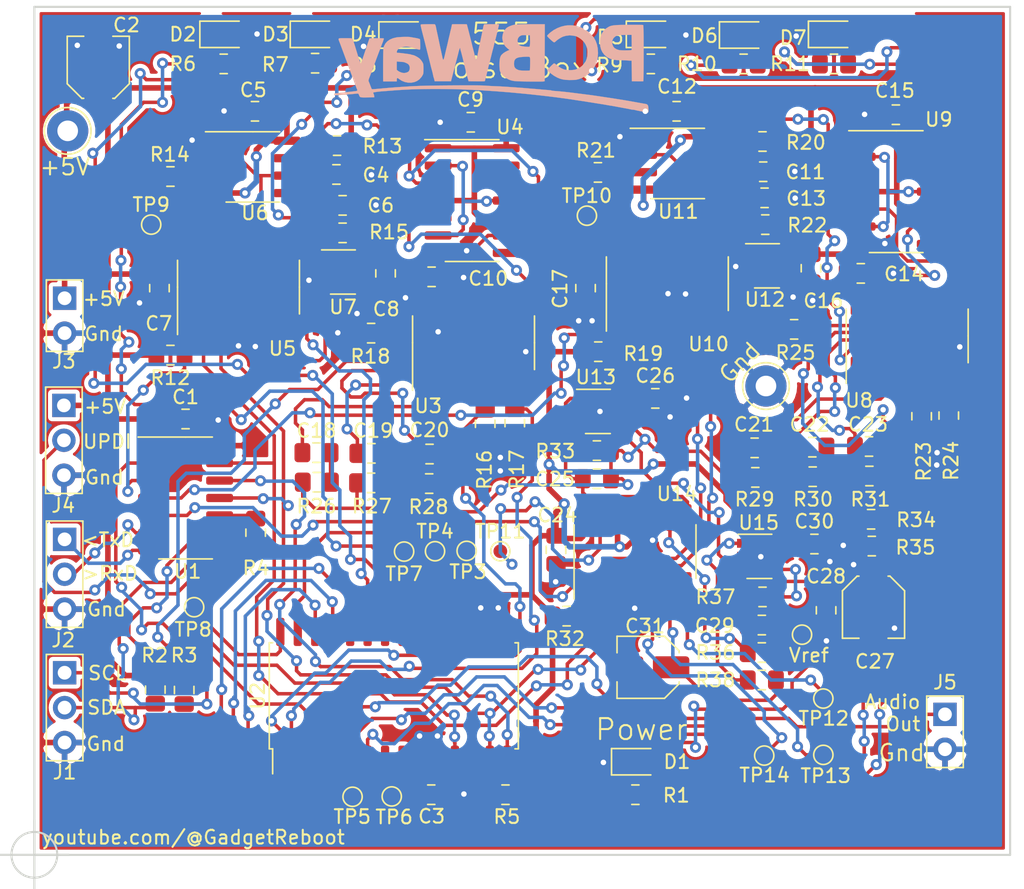
<source format=kicad_pcb>
(kicad_pcb (version 20171130) (host pcbnew "(5.1.2-1)-1")
  (layers (0 F.Cu signal) (31 B.Cu signal) (34 B.Paste user hide) (35 F.Paste user hide) (36 B.SilkS user hide) (37 F.SilkS user) (38 B.Mask user hide) (39 F.Mask user) (44 Edge.Cuts user))
  (net 0 "")
  (net 1 GND)
  (net 2 "Net-(D1-Pad2)")
  (net 3 +5V)
  (net 4 "Net-(D2-Pad2)")
  (net 5 "Net-(D3-Pad2)")
  (net 6 "Net-(D4-Pad2)")
  (net 7 "Net-(D5-Pad2)")
  (net 8 "Net-(D6-Pad2)")
  (net 9 "Net-(D7-Pad2)")
  (net 10 /SCL)
  (net 11 /SDA)
  (net 12 /nCS1)
  (net 13 /nCS2)
  (net 14 /nCS3)
  (net 15 /nCS4)
  (net 16 "/Osc 1/PA0")
  (net 17 "/Osc 1/OSC_CV")
  (net 18 "/Osc 2/PA0")
  (net 19 "/Osc 2/OSC_CV")
  (net 20 "Net-(C18-Pad1)")
  (net 21 "/Audio Output/Ch1")
  (net 22 "Net-(C19-Pad1)")
  (net 23 "/Audio Output/Ch2")
  (net 24 "/Audio Output/Ch3")
  (net 25 "Net-(C20-Pad1)")
  (net 26 "/Audio Output/Ch4")
  (net 27 "Net-(C21-Pad1)")
  (net 28 "Net-(C22-Pad1)")
  (net 29 "/Audio Output/Ch5")
  (net 30 "Net-(C23-Pad1)")
  (net 31 "/Audio Output/Ch6")
  (net 32 "Net-(C25-Pad2)")
  (net 33 "Net-(C25-Pad1)")
  (net 34 "/Audio Output/Vref")
  (net 35 "Net-(C29-Pad1)")
  (net 36 "Net-(C29-Pad2)")
  (net 37 /Audio_Out)
  (net 38 "Net-(C31-Pad1)")
  (net 39 /TxD)
  (net 40 /RxD)
  (net 41 /UPDI)
  (net 42 "Net-(R4-Pad2)")
  (net 43 /LED1)
  (net 44 /LED2)
  (net 45 /LED3)
  (net 46 /LED4)
  (net 47 /LED5)
  (net 48 /LED6)
  (net 49 "/Osc 1/555_Out")
  (net 50 "/Osc 1/PW0")
  (net 51 "Net-(R14-Pad1)")
  (net 52 "Net-(R15-Pad1)")
  (net 53 /OSC1a)
  (net 54 /OSC1b)
  (net 55 /OSC1c)
  (net 56 "/Osc 2/555_Out")
  (net 57 "Net-(R21-Pad1)")
  (net 58 "/Osc 2/PW0")
  (net 59 "Net-(R22-Pad1)")
  (net 60 /OSC2a)
  (net 61 /OSC2b)
  (net 62 /OSC2c)
  (net 63 "Net-(R36-Pad2)")
  (net 64 "Net-(TP3-Pad1)")
  (net 65 "Net-(TP4-Pad1)")
  (net 66 "Net-(TP5-Pad1)")
  (net 67 "Net-(TP6-Pad1)")
  (net 68 "Net-(TP7-Pad1)")
  (net 69 "Net-(TP8-Pad1)")
  (net 70 "Net-(TP9-Pad1)")
  (net 71 "Net-(TP10-Pad1)")
  (net 72 "Net-(TP11-Pad1)")
  (net 73 "Net-(TP12-Pad1)")
  (net 74 "Net-(TP13-Pad1)")
  (net 75 "Net-(TP14-Pad1)")
  (net 76 /MOSI)
  (net 77 /MISO)
  (net 78 /SCK)
  (net 79 "Net-(U3-Pad1)")
  (net 80 "Net-(U3-Pad2)")
  (net 81 "/Osc 1/555_Sub1")
  (net 82 "/Osc 1/555_Sub2")
  (net 83 "Net-(U4-Pad12)")
  (net 84 "Net-(U4-Pad11)")
  (net 85 "Net-(U5-Pad6)")
  (net 86 "/Osc 2/555_Sub2")
  (net 87 "/Osc 2/555_Sub1")
  (net 88 "Net-(U8-Pad2)")
  (net 89 "Net-(U8-Pad1)")
  (net 90 "Net-(U9-Pad11)")
  (net 91 "Net-(U9-Pad12)")
  (net 92 "Net-(U10-Pad6)")
  (module "_Custom_Footprints:pcb way logo" (layer B.Cu) (at 126.261 69.421 180)
    (fp_text reference G*** hide)
    (fp_text value LOGO hide)
  )
  (module Capacitor_SMD:C_0805_2012Metric_Pad1.15x1.40mm_HandSolder (layer F.Cu) (at 104.011 94.271)
    (fp_text reference C1 (at 0 -1.6 unlocked) (layer F.SilkS))
    (fp_text value 100nF)
    (pad 2 smd roundrect (at 1.025 0) (size 1.15 1.4) (layers F.Cu F.Paste F.Mask) (roundrect_rratio 0.217391) (net 1 GND))
    (pad 1 smd roundrect (at -1.025 0) (size 1.15 1.4) (layers F.Cu F.Paste F.Mask) (roundrect_rratio 0.217391) (net 3 +5V))
  )
  (module Capacitor_SMD:C_0805_2012Metric_Pad1.15x1.40mm_HandSolder (layer F.Cu) (at 121.886 121.621)
    (fp_text reference C3 (at 0.025 1.575 unlocked) (layer F.SilkS))
    (fp_text value 100nF)
    (pad 2 smd roundrect (at 1.025 0) (size 1.15 1.4) (layers F.Cu F.Paste F.Mask) (roundrect_rratio 0.217391) (net 1 GND))
    (pad 1 smd roundrect (at -1.025 0) (size 1.15 1.4) (layers F.Cu F.Paste F.Mask) (roundrect_rratio 0.217391) (net 3 +5V))
  )
  (module Resistor_SMD:R_0805_2012Metric_Pad1.15x1.40mm_HandSolder (layer F.Cu) (at 101.811 113.971 270)
    (fp_text reference R2 (at -2.5 0.05 unlocked) (layer F.SilkS))
    (fp_text value 10K)
    (pad 2 smd roundrect (at 1.025 0 270) (size 1.15 1.4) (layers F.Cu F.Paste F.Mask) (roundrect_rratio 0.217391) (net 11 /SDA))
    (pad 1 smd roundrect (at -1.025 0 270) (size 1.15 1.4) (layers F.Cu F.Paste F.Mask) (roundrect_rratio 0.217391) (net 3 +5V))
  )
  (module Resistor_SMD:R_0805_2012Metric_Pad1.15x1.40mm_HandSolder (layer F.Cu) (at 103.911 113.996001 270)
    (fp_text reference R3 (at -2.525001 0 unlocked) (layer F.SilkS))
    (fp_text value 10K)
    (pad 2 smd roundrect (at 1.025 0 270) (size 1.15 1.4) (layers F.Cu F.Paste F.Mask) (roundrect_rratio 0.217391) (net 10 /SCL))
    (pad 1 smd roundrect (at -1.025 0 270) (size 1.15 1.4) (layers F.Cu F.Paste F.Mask) (roundrect_rratio 0.217391) (net 3 +5V))
  )
  (module Resistor_SMD:R_0805_2012Metric_Pad1.15x1.40mm_HandSolder (layer F.Cu) (at 106.785999 68.421 180)
    (fp_text reference R6 (at 2.974999 0 unlocked) (layer F.SilkS))
    (fp_text value 1K)
    (pad 2 smd roundrect (at 1.025 0 180) (size 1.15 1.4) (layers F.Cu F.Paste F.Mask) (roundrect_rratio 0.217391) (net 43 /LED1))
    (pad 1 smd roundrect (at -1.025 0 180) (size 1.15 1.4) (layers F.Cu F.Paste F.Mask) (roundrect_rratio 0.217391) (net 4 "Net-(D2-Pad2)"))
  )
  (module Resistor_SMD:R_0805_2012Metric_Pad1.15x1.40mm_HandSolder (layer F.Cu) (at 136.736 121.621)
    (fp_text reference R1 (at 2.975 0.05 unlocked) (layer F.SilkS))
    (fp_text value 1K)
    (pad 1 smd roundrect (at -1.025 0) (size 1.15 1.4) (layers F.Cu F.Paste F.Mask) (roundrect_rratio 0.217391) (net 3 +5V))
    (pad 2 smd roundrect (at 1.025 0) (size 1.15 1.4) (layers F.Cu F.Paste F.Mask) (roundrect_rratio 0.217391) (net 2 "Net-(D1-Pad2)"))
  )
  (module Capacitor_SMD:C_Elec_4x5.8 (layer F.Cu) (at 97.661 68.671 90)
    (fp_text reference C2 (at 3.075 2.05 180) (layer F.SilkS))
    (fp_text value 10uF)
    (pad 1 smd roundrect (at -1.675 0 90) (size 2.65 1.6) (layers F.Cu F.Paste F.Mask) (roundrect_rratio 0.15625) (net 3 +5V))
    (pad 2 smd roundrect (at 1.675 0 90) (size 2.65 1.6) (layers F.Cu F.Paste F.Mask) (roundrect_rratio 0.15625) (net 1 GND))
  )
  (module Capacitor_SMD:C_0805_2012Metric_Pad1.15x1.40mm_HandSolder (layer F.Cu) (at 109.061 71.871 180)
    (fp_text reference C5 (at 0.124999 1.55) (layer F.SilkS))
    (fp_text value 100nF)
    (pad 2 smd roundrect (at 1.025 0 180) (size 1.15 1.4) (layers F.Cu F.Paste F.Mask) (roundrect_rratio 0.217391) (net 1 GND))
    (pad 1 smd roundrect (at -1.025 0 180) (size 1.15 1.4) (layers F.Cu F.Paste F.Mask) (roundrect_rratio 0.217391) (net 3 +5V))
  )
  (module Capacitor_SMD:C_0805_2012Metric_Pad1.15x1.40mm_HandSolder (layer F.Cu) (at 102.111 84.746001 270)
    (fp_text reference C7 (at 2.574999 0.05 180) (layer F.SilkS))
    (fp_text value 100nF)
    (pad 2 smd roundrect (at 1.025 0 270) (size 1.15 1.4) (layers F.Cu F.Paste F.Mask) (roundrect_rratio 0.217391) (net 1 GND))
    (pad 1 smd roundrect (at -1.025 0 270) (size 1.15 1.4) (layers F.Cu F.Paste F.Mask) (roundrect_rratio 0.217391) (net 3 +5V))
  )
  (module Capacitor_SMD:C_0805_2012Metric_Pad1.15x1.40mm_HandSolder (layer F.Cu) (at 118.561 83.671 270)
    (fp_text reference C8 (at 2.6 -0.05 180) (layer F.SilkS))
    (fp_text value 100nF)
    (pad 2 smd roundrect (at 1.025 0 270) (size 1.15 1.4) (layers F.Cu F.Paste F.Mask) (roundrect_rratio 0.217391) (net 1 GND))
    (pad 1 smd roundrect (at -1.025 0 270) (size 1.15 1.4) (layers F.Cu F.Paste F.Mask) (roundrect_rratio 0.217391) (net 3 +5V))
  )
  (module Capacitor_SMD:C_0805_2012Metric_Pad1.15x1.40mm_HandSolder (layer F.Cu) (at 124.761 72.671 180)
    (fp_text reference C9 (at 0.024999 1.65) (layer F.SilkS))
    (fp_text value 100nF)
    (pad 1 smd roundrect (at -1.025 0 180) (size 1.15 1.4) (layers F.Cu F.Paste F.Mask) (roundrect_rratio 0.217391) (net 3 +5V))
    (pad 2 smd roundrect (at 1.025 0 180) (size 1.15 1.4) (layers F.Cu F.Paste F.Mask) (roundrect_rratio 0.217391) (net 1 GND))
  )
  (module Capacitor_SMD:C_0805_2012Metric_Pad1.15x1.40mm_HandSolder (layer F.Cu) (at 121.911 83.921)
    (fp_text reference C10 (at 4.125 0.125 180) (layer F.SilkS))
    (fp_text value 100nF)
    (pad 1 smd roundrect (at -1.025 0) (size 1.15 1.4) (layers F.Cu F.Paste F.Mask) (roundrect_rratio 0.217391) (net 3 +5V))
    (pad 2 smd roundrect (at 1.025 0) (size 1.15 1.4) (layers F.Cu F.Paste F.Mask) (roundrect_rratio 0.217391) (net 1 GND))
  )
  (module Capacitor_SMD:C_0805_2012Metric_Pad1.15x1.40mm_HandSolder (layer F.Cu) (at 139.735999 71.871 180)
    (fp_text reference C12 (at -0.025001 1.8) (layer F.SilkS))
    (fp_text value 100nF)
    (pad 1 smd roundrect (at -1.025 0 180) (size 1.15 1.4) (layers F.Cu F.Paste F.Mask) (roundrect_rratio 0.217391) (net 3 +5V))
    (pad 2 smd roundrect (at 1.025 0 180) (size 1.15 1.4) (layers F.Cu F.Paste F.Mask) (roundrect_rratio 0.217391) (net 1 GND))
  )
  (module Capacitor_SMD:C_0805_2012Metric_Pad1.15x1.40mm_HandSolder (layer F.Cu) (at 153.136 83.671)
    (fp_text reference C14 (at 3.15 0.05) (layer F.SilkS))
    (fp_text value 100nF)
    (pad 2 smd roundrect (at 1.025 0) (size 1.15 1.4) (layers F.Cu F.Paste F.Mask) (roundrect_rratio 0.217391) (net 1 GND))
    (pad 1 smd roundrect (at -1.025 0) (size 1.15 1.4) (layers F.Cu F.Paste F.Mask) (roundrect_rratio 0.217391) (net 3 +5V))
  )
  (module Capacitor_SMD:C_0805_2012Metric_Pad1.15x1.40mm_HandSolder (layer F.Cu) (at 155.686 72.121 180)
    (fp_text reference C15 (at 0.075 1.75) (layer F.SilkS))
    (fp_text value 100nF)
    (pad 2 smd roundrect (at 1.025 0 180) (size 1.15 1.4) (layers F.Cu F.Paste F.Mask) (roundrect_rratio 0.217391) (net 1 GND))
    (pad 1 smd roundrect (at -1.025 0 180) (size 1.15 1.4) (layers F.Cu F.Paste F.Mask) (roundrect_rratio 0.217391) (net 3 +5V))
  )
  (module Capacitor_SMD:C_0805_2012Metric_Pad1.15x1.40mm_HandSolder (layer F.Cu) (at 149.511 83.296001 270)
    (fp_text reference C16 (at 2.374999 -0.9 180) (layer F.SilkS))
    (fp_text value 100nF)
    (pad 1 smd roundrect (at -1.025 0 270) (size 1.15 1.4) (layers F.Cu F.Paste F.Mask) (roundrect_rratio 0.217391) (net 3 +5V))
    (pad 2 smd roundrect (at 1.025 0 270) (size 1.15 1.4) (layers F.Cu F.Paste F.Mask) (roundrect_rratio 0.217391) (net 1 GND))
  )
  (module Capacitor_SMD:C_0805_2012Metric_Pad1.15x1.40mm_HandSolder (layer F.Cu) (at 133.111 84.746 270)
    (fp_text reference C17 (at 0.05 1.85 90) (layer F.SilkS))
    (fp_text value 100nF)
    (pad 1 smd roundrect (at -1.025 0 270) (size 1.15 1.4) (layers F.Cu F.Paste F.Mask) (roundrect_rratio 0.217391) (net 3 +5V))
    (pad 2 smd roundrect (at 1.025 0 270) (size 1.15 1.4) (layers F.Cu F.Paste F.Mask) (roundrect_rratio 0.217391) (net 1 GND))
  )
  (module Capacitor_SMD:C_0805_2012Metric_Pad1.15x1.40mm_HandSolder (layer F.Cu) (at 113.535999 96.721 180)
    (fp_text reference C18 (at 0 1.6) (layer F.SilkS))
    (fp_text value 1uF)
    (pad 1 smd roundrect (at -1.025 0 180) (size 1.15 1.4) (layers F.Cu F.Paste F.Mask) (roundrect_rratio 0.217391) (net 20 "Net-(C18-Pad1)"))
    (pad 2 smd roundrect (at 1.025 0 180) (size 1.15 1.4) (layers F.Cu F.Paste F.Mask) (roundrect_rratio 0.217391) (net 21 "/Audio Output/Ch1"))
  )
  (module Capacitor_SMD:C_0805_2012Metric_Pad1.15x1.40mm_HandSolder (layer F.Cu) (at 117.535999 96.771 180)
    (fp_text reference C19 (at -0.125001 1.65) (layer F.SilkS))
    (fp_text value 1uF)
    (pad 1 smd roundrect (at -1.025 0 180) (size 1.15 1.4) (layers F.Cu F.Paste F.Mask) (roundrect_rratio 0.217391) (net 22 "Net-(C19-Pad1)"))
    (pad 2 smd roundrect (at 1.025 0 180) (size 1.15 1.4) (layers F.Cu F.Paste F.Mask) (roundrect_rratio 0.217391) (net 23 "/Audio Output/Ch2"))
  )
  (module Capacitor_SMD:C_0805_2012Metric_Pad1.15x1.40mm_HandSolder (layer F.Cu) (at 121.761 96.821 180)
    (fp_text reference C20 (at 0 1.75) (layer F.SilkS))
    (fp_text value 1uF)
    (pad 2 smd roundrect (at 1.025 0 180) (size 1.15 1.4) (layers F.Cu F.Paste F.Mask) (roundrect_rratio 0.217391) (net 24 "/Audio Output/Ch3"))
    (pad 1 smd roundrect (at -1.025 0 180) (size 1.15 1.4) (layers F.Cu F.Paste F.Mask) (roundrect_rratio 0.217391) (net 25 "Net-(C20-Pad1)"))
  )
  (module Capacitor_SMD:C_0805_2012Metric_Pad1.15x1.40mm_HandSolder (layer F.Cu) (at 145.411 96.371 180)
    (fp_text reference C21 (at 0.05 1.7) (layer F.SilkS))
    (fp_text value 1uF)
    (pad 2 smd roundrect (at 1.025 0 180) (size 1.15 1.4) (layers F.Cu F.Paste F.Mask) (roundrect_rratio 0.217391) (net 26 "/Audio Output/Ch4"))
    (pad 1 smd roundrect (at -1.025 0 180) (size 1.15 1.4) (layers F.Cu F.Paste F.Mask) (roundrect_rratio 0.217391) (net 27 "Net-(C21-Pad1)"))
  )
  (module Capacitor_SMD:C_0805_2012Metric_Pad1.15x1.40mm_HandSolder (layer F.Cu) (at 149.611 96.321 180)
    (fp_text reference C22 (at 0.2 1.65) (layer F.SilkS))
    (fp_text value 1uF)
    (pad 1 smd roundrect (at -1.025 0 180) (size 1.15 1.4) (layers F.Cu F.Paste F.Mask) (roundrect_rratio 0.217391) (net 28 "Net-(C22-Pad1)"))
    (pad 2 smd roundrect (at 1.025 0 180) (size 1.15 1.4) (layers F.Cu F.Paste F.Mask) (roundrect_rratio 0.217391) (net 29 "/Audio Output/Ch5"))
  )
  (module Capacitor_SMD:C_0805_2012Metric_Pad1.15x1.40mm_HandSolder (layer F.Cu) (at 153.735999 96.271 180)
    (fp_text reference C23 (at 0.074999 1.6) (layer F.SilkS))
    (fp_text value 1uF)
    (pad 1 smd roundrect (at -1.025 0 180) (size 1.15 1.4) (layers F.Cu F.Paste F.Mask) (roundrect_rratio 0.217391) (net 30 "Net-(C23-Pad1)"))
    (pad 2 smd roundrect (at 1.025 0 180) (size 1.15 1.4) (layers F.Cu F.Paste F.Mask) (roundrect_rratio 0.217391) (net 31 "/Audio Output/Ch6"))
  )
  (module Capacitor_SMD:C_0805_2012Metric_Pad1.15x1.40mm_HandSolder (layer F.Cu) (at 130.961 103.796 270)
    (fp_text reference C24 (at -2.525 -0.1 180) (layer F.SilkS))
    (fp_text value 100nF)
    (pad 2 smd roundrect (at 1.025 0 270) (size 1.15 1.4) (layers F.Cu F.Paste F.Mask) (roundrect_rratio 0.217391) (net 1 GND))
    (pad 1 smd roundrect (at -1.025 0 270) (size 1.15 1.4) (layers F.Cu F.Paste F.Mask) (roundrect_rratio 0.217391) (net 3 +5V))
  )
  (module Capacitor_SMD:C_0805_2012Metric_Pad1.15x1.40mm_HandSolder (layer F.Cu) (at 133.936 98.621)
    (fp_text reference C25 (at -3.05 0.025) (layer F.SilkS))
    (fp_text value DNI)
    (pad 2 smd roundrect (at 1.025 0) (size 1.15 1.4) (layers F.Cu F.Paste F.Mask) (roundrect_rratio 0.217391) (net 32 "Net-(C25-Pad2)"))
    (pad 1 smd roundrect (at -1.025 0) (size 1.15 1.4) (layers F.Cu F.Paste F.Mask) (roundrect_rratio 0.217391) (net 33 "Net-(C25-Pad1)"))
  )
  (module Capacitor_SMD:C_0805_2012Metric_Pad1.15x1.40mm_HandSolder (layer F.Cu) (at 138.186 92.771)
    (fp_text reference C26 (at 0 -1.65) (layer F.SilkS))
    (fp_text value 100nF)
    (pad 1 smd roundrect (at -1.025 0) (size 1.15 1.4) (layers F.Cu F.Paste F.Mask) (roundrect_rratio 0.217391) (net 3 +5V))
    (pad 2 smd roundrect (at 1.025 0) (size 1.15 1.4) (layers F.Cu F.Paste F.Mask) (roundrect_rratio 0.217391) (net 1 GND))
  )
  (module Capacitor_SMD:C_Elec_4x5.8 (layer F.Cu) (at 154.061 107.971 270)
    (fp_text reference C27 (at 3.95 -0.1 180) (layer F.SilkS))
    (fp_text value 10uF)
    (pad 1 smd roundrect (at -1.675 0 270) (size 2.65 1.6) (layers F.Cu F.Paste F.Mask) (roundrect_rratio 0.15625) (net 34 "/Audio Output/Vref"))
    (pad 2 smd roundrect (at 1.675 0 270) (size 2.65 1.6) (layers F.Cu F.Paste F.Mask) (roundrect_rratio 0.15625) (net 1 GND))
  )
  (module Capacitor_SMD:C_0805_2012Metric_Pad1.15x1.40mm_HandSolder (layer F.Cu) (at 150.611 108.196 270)
    (fp_text reference C28 (at -2.475 0 180) (layer F.SilkS))
    (fp_text value 100nF)
    (pad 1 smd roundrect (at -1.025 0 270) (size 1.15 1.4) (layers F.Cu F.Paste F.Mask) (roundrect_rratio 0.217391) (net 34 "/Audio Output/Vref"))
    (pad 2 smd roundrect (at 1.025 0 270) (size 1.15 1.4) (layers F.Cu F.Paste F.Mask) (roundrect_rratio 0.217391) (net 1 GND))
  )
  (module Capacitor_SMD:C_0805_2012Metric_Pad1.15x1.40mm_HandSolder (layer F.Cu) (at 145.936 109.271)
    (fp_text reference C29 (at -3.425 0.05) (layer F.SilkS))
    (fp_text value DNI)
    (pad 1 smd roundrect (at -1.025 0) (size 1.15 1.4) (layers F.Cu F.Paste F.Mask) (roundrect_rratio 0.217391) (net 35 "Net-(C29-Pad1)"))
    (pad 2 smd roundrect (at 1.025 0) (size 1.15 1.4) (layers F.Cu F.Paste F.Mask) (roundrect_rratio 0.217391) (net 36 "Net-(C29-Pad2)"))
  )
  (module Capacitor_SMD:C_0805_2012Metric_Pad1.15x1.40mm_HandSolder (layer F.Cu) (at 149.761 103.371)
    (fp_text reference C30 (at 0 -1.65) (layer F.SilkS))
    (fp_text value 100nF)
    (pad 2 smd roundrect (at 1.025 0) (size 1.15 1.4) (layers F.Cu F.Paste F.Mask) (roundrect_rratio 0.217391) (net 1 GND))
    (pad 1 smd roundrect (at -1.025 0) (size 1.15 1.4) (layers F.Cu F.Paste F.Mask) (roundrect_rratio 0.217391) (net 3 +5V))
  )
  (module Capacitor_SMD:C_Elec_4x5.8 (layer F.Cu) (at 137.661 112.346 180)
    (fp_text reference C31 (at 0.225 3) (layer F.SilkS))
    (fp_text value 10uF)
    (pad 2 smd roundrect (at 1.675 0 180) (size 2.65 1.6) (layers F.Cu F.Paste F.Mask) (roundrect_rratio 0.15625) (net 37 /Audio_Out))
    (pad 1 smd roundrect (at -1.675 0 180) (size 2.65 1.6) (layers F.Cu F.Paste F.Mask) (roundrect_rratio 0.15625) (net 38 "Net-(C31-Pad1)"))
  )
  (module LED_SMD:LED_0805_2012Metric_Pad1.15x1.40mm_HandSolder (layer F.Cu) (at 136.861 119.221)
    (fp_text reference D1 (at 2.9 0) (layer F.SilkS))
    (fp_text value Power)
    (pad 2 smd roundrect (at 1.025 0) (size 1.15 1.4) (layers F.Cu F.Paste F.Mask) (roundrect_rratio 0.217391) (net 2 "Net-(D1-Pad2)"))
    (pad 1 smd roundrect (at -1.025 0) (size 1.15 1.4) (layers F.Cu F.Paste F.Mask) (roundrect_rratio 0.217391) (net 1 GND))
  )
  (module LED_SMD:LED_0805_2012Metric_Pad1.15x1.40mm_HandSolder (layer F.Cu) (at 106.911 66.271)
    (fp_text reference D2 (at -3.1 0) (layer F.SilkS))
    (fp_text value LED)
    (pad 1 smd roundrect (at -1.025 0) (size 1.15 1.4) (layers F.Cu F.Paste F.Mask) (roundrect_rratio 0.217391) (net 1 GND))
    (pad 2 smd roundrect (at 1.025 0) (size 1.15 1.4) (layers F.Cu F.Paste F.Mask) (roundrect_rratio 0.217391) (net 4 "Net-(D2-Pad2)"))
  )
  (module LED_SMD:LED_0805_2012Metric_Pad1.15x1.40mm_HandSolder (layer F.Cu) (at 113.486 66.271)
    (fp_text reference D3 (at -2.925 0) (layer F.SilkS))
    (fp_text value LED)
    (pad 2 smd roundrect (at 1.025 0) (size 1.15 1.4) (layers F.Cu F.Paste F.Mask) (roundrect_rratio 0.217391) (net 5 "Net-(D3-Pad2)"))
    (pad 1 smd roundrect (at -1.025 0) (size 1.15 1.4) (layers F.Cu F.Paste F.Mask) (roundrect_rratio 0.217391) (net 1 GND))
  )
  (module LED_SMD:LED_0805_2012Metric_Pad1.15x1.40mm_HandSolder (layer F.Cu) (at 119.936 66.321)
    (fp_text reference D4 (at -3 -0.05) (layer F.SilkS))
    (fp_text value LED)
    (pad 1 smd roundrect (at -1.025 0) (size 1.15 1.4) (layers F.Cu F.Paste F.Mask) (roundrect_rratio 0.217391) (net 1 GND))
    (pad 2 smd roundrect (at 1.025 0) (size 1.15 1.4) (layers F.Cu F.Paste F.Mask) (roundrect_rratio 0.217391) (net 6 "Net-(D4-Pad2)"))
  )
  (module LED_SMD:LED_0805_2012Metric_Pad1.15x1.40mm_HandSolder (layer F.Cu) (at 137.936 66.271)
    (fp_text reference D5 (at -3.025 0.2) (layer F.SilkS))
    (fp_text value LED)
    (pad 1 smd roundrect (at -1.025 0) (size 1.15 1.4) (layers F.Cu F.Paste F.Mask) (roundrect_rratio 0.217391) (net 1 GND))
    (pad 2 smd roundrect (at 1.025 0) (size 1.15 1.4) (layers F.Cu F.Paste F.Mask) (roundrect_rratio 0.217391) (net 7 "Net-(D5-Pad2)"))
  )
  (module LED_SMD:LED_0805_2012Metric_Pad1.15x1.40mm_HandSolder (layer F.Cu) (at 144.711 66.321)
    (fp_text reference D6 (at -2.95 0.05) (layer F.SilkS))
    (fp_text value LED)
    (pad 2 smd roundrect (at 1.025 0) (size 1.15 1.4) (layers F.Cu F.Paste F.Mask) (roundrect_rratio 0.217391) (net 8 "Net-(D6-Pad2)"))
    (pad 1 smd roundrect (at -1.025 0) (size 1.15 1.4) (layers F.Cu F.Paste F.Mask) (roundrect_rratio 0.217391) (net 1 GND))
  )
  (module LED_SMD:LED_0805_2012Metric_Pad1.15x1.40mm_HandSolder (layer F.Cu) (at 151.186 66.271)
    (fp_text reference D7 (at -2.975 0.25) (layer F.SilkS))
    (fp_text value LED)
    (pad 1 smd roundrect (at -1.025 0) (size 1.15 1.4) (layers F.Cu F.Paste F.Mask) (roundrect_rratio 0.217391) (net 1 GND))
    (pad 2 smd roundrect (at 1.025 0) (size 1.15 1.4) (layers F.Cu F.Paste F.Mask) (roundrect_rratio 0.217391) (net 9 "Net-(D7-Pad2)"))
  )
  (module footprints:PinHeader_1x03_P2.54mm_Vertical_H1.0mm (layer F.Cu) (at 95.211 103.031)
    (fp_text reference J2 (at -0.1 7.34) (layer F.SilkS))
    (fp_text value Conn_01x03)
    (pad 1 thru_hole rect (at 0 0) (size 1.7 1.7) (drill 1) (layers *.Cu *.Mask) (net 39 /TxD))
    (pad 2 thru_hole oval (at 0 2.54) (size 1.7 1.7) (drill 1) (layers *.Cu *.Mask) (net 40 /RxD))
    (pad 3 thru_hole oval (at 0 5.08) (size 1.7 1.7) (drill 1) (layers *.Cu *.Mask) (net 1 GND))
  )
  (module footprints:PinHeader_1x02_P2.54mm_Vertical_H1.0mm (layer F.Cu) (at 95.211 85.481)
    (fp_text reference J3 (at -0.05 4.6) (layer F.SilkS))
    (fp_text value 1x2)
    (pad 1 thru_hole rect (at 0 0) (size 1.7 1.7) (drill 1) (layers *.Cu *.Mask) (net 3 +5V))
    (pad 2 thru_hole oval (at 0 2.54) (size 1.7 1.7) (drill 1) (layers *.Cu *.Mask) (net 1 GND))
  )
  (module footprints:PinHeader_1x03_P2.54mm_Vertical_H1.0mm (layer F.Cu) (at 95.161 93.281)
    (fp_text reference J4 (at -0.05 7.29) (layer F.SilkS))
    (fp_text value Conn_01x03)
    (pad 3 thru_hole oval (at 0 5.08) (size 1.7 1.7) (drill 1) (layers *.Cu *.Mask) (net 1 GND))
    (pad 2 thru_hole oval (at 0 2.54) (size 1.7 1.7) (drill 1) (layers *.Cu *.Mask) (net 41 /UPDI))
    (pad 1 thru_hole rect (at 0 0) (size 1.7 1.7) (drill 1) (layers *.Cu *.Mask) (net 3 +5V))
  )
  (module footprints:PinHeader_1x02_P2.54mm_Vertical_H1.0mm (layer F.Cu) (at 159.261 115.771)
    (fp_text reference J5 (at 0 -2.33) (layer F.SilkS))
    (fp_text value 1x2)
    (pad 2 thru_hole oval (at 0 2.54) (size 1.7 1.7) (drill 1) (layers *.Cu *.Mask) (net 1 GND))
    (pad 1 thru_hole rect (at 0 0) (size 1.7 1.7) (drill 1) (layers *.Cu *.Mask) (net 37 /Audio_Out))
  )
  (module Resistor_SMD:R_0805_2012Metric_Pad1.15x1.40mm_HandSolder (layer F.Cu) (at 109.111 102.545999 90)
    (fp_text reference R4 (at -2.575001 0.025 180) (layer F.SilkS))
    (fp_text value 1K)
    (pad 2 smd roundrect (at 1.025 0 90) (size 1.15 1.4) (layers F.Cu F.Paste F.Mask) (roundrect_rratio 0.217391) (net 42 "Net-(R4-Pad2)"))
    (pad 1 smd roundrect (at -1.025 0 90) (size 1.15 1.4) (layers F.Cu F.Paste F.Mask) (roundrect_rratio 0.217391) (net 41 /UPDI))
  )
  (module Resistor_SMD:R_0805_2012Metric_Pad1.15x1.40mm_HandSolder (layer F.Cu) (at 127.286001 121.621 180)
    (fp_text reference R5 (at -0.099999 -1.6) (layer F.SilkS))
    (fp_text value 10K)
    (pad 1 smd roundrect (at -1.025 0 180) (size 1.15 1.4) (layers F.Cu F.Paste F.Mask) (roundrect_rratio 0.217391) (net 3 +5V))
    (pad 2 smd roundrect (at 1.025 0 180) (size 1.15 1.4) (layers F.Cu F.Paste F.Mask) (roundrect_rratio 0.217391) (net 12 /nCS1))
  )
  (module Resistor_SMD:R_0805_2012Metric_Pad1.15x1.40mm_HandSolder (layer F.Cu) (at 113.436 68.371 180)
    (fp_text reference R7 (at 2.9 -0.1) (layer F.SilkS))
    (fp_text value 1K)
    (pad 2 smd roundrect (at 1.025 0 180) (size 1.15 1.4) (layers F.Cu F.Paste F.Mask) (roundrect_rratio 0.217391) (net 44 /LED2))
    (pad 1 smd roundrect (at -1.025 0 180) (size 1.15 1.4) (layers F.Cu F.Paste F.Mask) (roundrect_rratio 0.217391) (net 5 "Net-(D3-Pad2)"))
  )
  (module Resistor_SMD:R_0805_2012Metric_Pad1.15x1.40mm_HandSolder (layer F.Cu) (at 119.711 68.521 180)
    (fp_text reference R8 (at 2.75 0) (layer F.SilkS))
    (fp_text value 1K)
    (pad 1 smd roundrect (at -1.025 0 180) (size 1.15 1.4) (layers F.Cu F.Paste F.Mask) (roundrect_rratio 0.217391) (net 6 "Net-(D4-Pad2)"))
    (pad 2 smd roundrect (at 1.025 0 180) (size 1.15 1.4) (layers F.Cu F.Paste F.Mask) (roundrect_rratio 0.217391) (net 45 /LED3))
  )
  (module Resistor_SMD:R_0805_2012Metric_Pad1.15x1.40mm_HandSolder (layer F.Cu) (at 137.861 68.421 180)
    (fp_text reference R9 (at 3 -0.1) (layer F.SilkS))
    (fp_text value 1K)
    (pad 1 smd roundrect (at -1.025 0 180) (size 1.15 1.4) (layers F.Cu F.Paste F.Mask) (roundrect_rratio 0.217391) (net 7 "Net-(D5-Pad2)"))
    (pad 2 smd roundrect (at 1.025 0 180) (size 1.15 1.4) (layers F.Cu F.Paste F.Mask) (roundrect_rratio 0.217391) (net 46 /LED4))
  )
  (module Resistor_SMD:R_0805_2012Metric_Pad1.15x1.40mm_HandSolder (layer F.Cu) (at 144.611 68.421 180)
    (fp_text reference R10 (at 3.4 0) (layer F.SilkS))
    (fp_text value 1K)
    (pad 2 smd roundrect (at 1.025 0 180) (size 1.15 1.4) (layers F.Cu F.Paste F.Mask) (roundrect_rratio 0.217391) (net 47 /LED5))
    (pad 1 smd roundrect (at -1.025 0 180) (size 1.15 1.4) (layers F.Cu F.Paste F.Mask) (roundrect_rratio 0.217391) (net 8 "Net-(D6-Pad2)"))
  )
  (module Resistor_SMD:R_0805_2012Metric_Pad1.15x1.40mm_HandSolder (layer F.Cu) (at 151.186 68.421 180)
    (fp_text reference R11 (at 3.2 0) (layer F.SilkS))
    (fp_text value 1K)
    (pad 2 smd roundrect (at 1.025 0 180) (size 1.15 1.4) (layers F.Cu F.Paste F.Mask) (roundrect_rratio 0.217391) (net 48 /LED6))
    (pad 1 smd roundrect (at -1.025 0 180) (size 1.15 1.4) (layers F.Cu F.Paste F.Mask) (roundrect_rratio 0.217391) (net 9 "Net-(D7-Pad2)"))
  )
  (module Resistor_SMD:R_0805_2012Metric_Pad1.15x1.40mm_HandSolder (layer F.Cu) (at 102.911 89.621)
    (fp_text reference R12 (at 0 1.65) (layer F.SilkS))
    (fp_text value 10K)
    (pad 2 smd roundrect (at 1.025 0) (size 1.15 1.4) (layers F.Cu F.Paste F.Mask) (roundrect_rratio 0.217391) (net 13 /nCS2))
    (pad 1 smd roundrect (at -1.025 0) (size 1.15 1.4) (layers F.Cu F.Paste F.Mask) (roundrect_rratio 0.217391) (net 3 +5V))
  )
  (module Resistor_SMD:R_0805_2012Metric_Pad1.15x1.40mm_HandSolder (layer F.Cu) (at 115.036 74.371 180)
    (fp_text reference R13 (at -3.3 -0.05) (layer F.SilkS))
    (fp_text value 10K)
    (pad 1 smd roundrect (at -1.025 0 180) (size 1.15 1.4) (layers F.Cu F.Paste F.Mask) (roundrect_rratio 0.217391) (net 3 +5V))
    (pad 2 smd roundrect (at 1.025 0 180) (size 1.15 1.4) (layers F.Cu F.Paste F.Mask) (roundrect_rratio 0.217391) (net 49 "/Osc 1/555_Out"))
  )
  (module Resistor_SMD:R_0805_2012Metric_Pad1.15x1.40mm_HandSolder (layer F.Cu) (at 102.911 76.621 180)
    (fp_text reference R14 (at 0.05 1.6) (layer F.SilkS))
    (fp_text value 10K)
    (pad 2 smd roundrect (at 1.025 0 180) (size 1.15 1.4) (layers F.Cu F.Paste F.Mask) (roundrect_rratio 0.217391) (net 50 "/Osc 1/PW0"))
    (pad 1 smd roundrect (at -1.025 0 180) (size 1.15 1.4) (layers F.Cu F.Paste F.Mask) (roundrect_rratio 0.217391) (net 51 "Net-(R14-Pad1)"))
  )
  (module Resistor_SMD:R_0805_2012Metric_Pad1.15x1.40mm_HandSolder (layer F.Cu) (at 115.435999 80.721 180)
    (fp_text reference R15 (at -3.375001 0.05) (layer F.SilkS))
    (fp_text value 100r)
    (pad 2 smd roundrect (at 1.025 0 180) (size 1.15 1.4) (layers F.Cu F.Paste F.Mask) (roundrect_rratio 0.217391) (net 17 "/Osc 1/OSC_CV"))
    (pad 1 smd roundrect (at -1.025 0 180) (size 1.15 1.4) (layers F.Cu F.Paste F.Mask) (roundrect_rratio 0.217391) (net 52 "Net-(R15-Pad1)"))
  )
  (module Resistor_SMD:R_0805_2012Metric_Pad1.15x1.40mm_HandSolder (layer F.Cu) (at 125.811 94.621 270)
    (fp_text reference R16 (at 3.35 0.05 90) (layer F.SilkS))
    (fp_text value DNI)
    (pad 2 smd roundrect (at 1.025 0 270) (size 1.15 1.4) (layers F.Cu F.Paste F.Mask) (roundrect_rratio 0.217391) (net 1 GND))
    (pad 1 smd roundrect (at -1.025 0 270) (size 1.15 1.4) (layers F.Cu F.Paste F.Mask) (roundrect_rratio 0.217391) (net 53 /OSC1a))
  )
  (module Resistor_SMD:R_0805_2012Metric_Pad1.15x1.40mm_HandSolder (layer F.Cu) (at 127.961 94.571 270)
    (fp_text reference R17 (at 3.374999 -0.15 90) (layer F.SilkS))
    (fp_text value DNI)
    (pad 1 smd roundrect (at -1.025 0 270) (size 1.15 1.4) (layers F.Cu F.Paste F.Mask) (roundrect_rratio 0.217391) (net 54 /OSC1b))
    (pad 2 smd roundrect (at 1.025 0 270) (size 1.15 1.4) (layers F.Cu F.Paste F.Mask) (roundrect_rratio 0.217391) (net 1 GND))
  )
  (module Resistor_SMD:R_0805_2012Metric_Pad1.15x1.40mm_HandSolder (layer F.Cu) (at 117.511 88.021 180)
    (fp_text reference R18 (at 0.05 -1.7) (layer F.SilkS))
    (fp_text value DNI)
    (pad 1 smd roundrect (at -1.025 0 180) (size 1.15 1.4) (layers F.Cu F.Paste F.Mask) (roundrect_rratio 0.217391) (net 55 /OSC1c))
    (pad 2 smd roundrect (at 1.025 0 180) (size 1.15 1.4) (layers F.Cu F.Paste F.Mask) (roundrect_rratio 0.217391) (net 1 GND))
  )
  (module Resistor_SMD:R_0805_2012Metric_Pad1.15x1.40mm_HandSolder (layer F.Cu) (at 134.036 89.371)
    (fp_text reference R19 (at 3.275 0.15) (layer F.SilkS))
    (fp_text value 10K)
    (pad 1 smd roundrect (at -1.025 0) (size 1.15 1.4) (layers F.Cu F.Paste F.Mask) (roundrect_rratio 0.217391) (net 3 +5V))
    (pad 2 smd roundrect (at 1.025 0) (size 1.15 1.4) (layers F.Cu F.Paste F.Mask) (roundrect_rratio 0.217391) (net 14 /nCS3))
  )
  (module Resistor_SMD:R_0805_2012Metric_Pad1.15x1.40mm_HandSolder (layer F.Cu) (at 145.985999 74.071 180)
    (fp_text reference R20 (at -3.150001 -0.075) (layer F.SilkS))
    (fp_text value 10K)
    (pad 2 smd roundrect (at 1.025 0 180) (size 1.15 1.4) (layers F.Cu F.Paste F.Mask) (roundrect_rratio 0.217391) (net 56 "/Osc 2/555_Out"))
    (pad 1 smd roundrect (at -1.025 0 180) (size 1.15 1.4) (layers F.Cu F.Paste F.Mask) (roundrect_rratio 0.217391) (net 3 +5V))
  )
  (module Resistor_SMD:R_0805_2012Metric_Pad1.15x1.40mm_HandSolder (layer F.Cu) (at 134.011 76.321 180)
    (fp_text reference R21 (at 0.15 1.6) (layer F.SilkS))
    (fp_text value 10K)
    (pad 1 smd roundrect (at -1.025 0 180) (size 1.15 1.4) (layers F.Cu F.Paste F.Mask) (roundrect_rratio 0.217391) (net 57 "Net-(R21-Pad1)"))
    (pad 2 smd roundrect (at 1.025 0 180) (size 1.15 1.4) (layers F.Cu F.Paste F.Mask) (roundrect_rratio 0.217391) (net 58 "/Osc 2/PW0"))
  )
  (module Resistor_SMD:R_0805_2012Metric_Pad1.15x1.40mm_HandSolder (layer F.Cu) (at 146.186 80.121 180)
    (fp_text reference R22 (at -3.05 -0.05) (layer F.SilkS))
    (fp_text value 100r)
    (pad 2 smd roundrect (at 1.025 0 180) (size 1.15 1.4) (layers F.Cu F.Paste F.Mask) (roundrect_rratio 0.217391) (net 19 "/Osc 2/OSC_CV"))
    (pad 1 smd roundrect (at -1.025 0 180) (size 1.15 1.4) (layers F.Cu F.Paste F.Mask) (roundrect_rratio 0.217391) (net 59 "Net-(R22-Pad1)"))
  )
  (module Resistor_SMD:R_0805_2012Metric_Pad1.15x1.40mm_HandSolder (layer F.Cu) (at 157.561 94.071 270)
    (fp_text reference R23 (at 3.3 -0.15 90) (layer F.SilkS))
    (fp_text value DNI)
    (pad 1 smd roundrect (at -1.025 0 270) (size 1.15 1.4) (layers F.Cu F.Paste F.Mask) (roundrect_rratio 0.217391) (net 60 /OSC2a))
    (pad 2 smd roundrect (at 1.025 0 270) (size 1.15 1.4) (layers F.Cu F.Paste F.Mask) (roundrect_rratio 0.217391) (net 1 GND))
  )
  (module Resistor_SMD:R_0805_2012Metric_Pad1.15x1.40mm_HandSolder (layer F.Cu) (at 159.536 94.021 270)
    (fp_text reference R24 (at 3.3 -0.175 90) (layer F.SilkS))
    (fp_text value DNI)
    (pad 2 smd roundrect (at 1.025 0 270) (size 1.15 1.4) (layers F.Cu F.Paste F.Mask) (roundrect_rratio 0.217391) (net 1 GND))
    (pad 1 smd roundrect (at -1.025 0 270) (size 1.15 1.4) (layers F.Cu F.Paste F.Mask) (roundrect_rratio 0.217391) (net 61 /OSC2b))
  )
  (module Resistor_SMD:R_0805_2012Metric_Pad1.15x1.40mm_HandSolder (layer F.Cu) (at 148.286 87.746 180)
    (fp_text reference R25 (at -0.1 -1.7) (layer F.SilkS))
    (fp_text value DNI)
    (pad 1 smd roundrect (at -1.025 0 180) (size 1.15 1.4) (layers F.Cu F.Paste F.Mask) (roundrect_rratio 0.217391) (net 62 /OSC2c))
    (pad 2 smd roundrect (at 1.025 0 180) (size 1.15 1.4) (layers F.Cu F.Paste F.Mask) (roundrect_rratio 0.217391) (net 1 GND))
  )
  (module Resistor_SMD:R_0805_2012Metric_Pad1.15x1.40mm_HandSolder (layer F.Cu) (at 113.561 98.871)
    (fp_text reference R26 (at -0.025 1.75) (layer F.SilkS))
    (fp_text value 6.8K)
    (pad 1 smd roundrect (at -1.025 0) (size 1.15 1.4) (layers F.Cu F.Paste F.Mask) (roundrect_rratio 0.217391) (net 32 "Net-(C25-Pad2)"))
    (pad 2 smd roundrect (at 1.025 0) (size 1.15 1.4) (layers F.Cu F.Paste F.Mask) (roundrect_rratio 0.217391) (net 20 "Net-(C18-Pad1)"))
  )
  (module Resistor_SMD:R_0805_2012Metric_Pad1.15x1.40mm_HandSolder (layer F.Cu) (at 117.511 98.921)
    (fp_text reference R27 (at 0.05 1.7) (layer F.SilkS))
    (fp_text value 10K)
    (pad 2 smd roundrect (at 1.025 0) (size 1.15 1.4) (layers F.Cu F.Paste F.Mask) (roundrect_rratio 0.217391) (net 22 "Net-(C19-Pad1)"))
    (pad 1 smd roundrect (at -1.025 0) (size 1.15 1.4) (layers F.Cu F.Paste F.Mask) (roundrect_rratio 0.217391) (net 32 "Net-(C25-Pad2)"))
  )
  (module Resistor_SMD:R_0805_2012Metric_Pad1.15x1.40mm_HandSolder (layer F.Cu) (at 121.736 98.971)
    (fp_text reference R28 (at -0.05 1.7) (layer F.SilkS))
    (fp_text value 10K)
    (pad 1 smd roundrect (at -1.025 0) (size 1.15 1.4) (layers F.Cu F.Paste F.Mask) (roundrect_rratio 0.217391) (net 32 "Net-(C25-Pad2)"))
    (pad 2 smd roundrect (at 1.025 0) (size 1.15 1.4) (layers F.Cu F.Paste F.Mask) (roundrect_rratio 0.217391) (net 25 "Net-(C20-Pad1)"))
  )
  (module Resistor_SMD:R_0805_2012Metric_Pad1.15x1.40mm_HandSolder (layer F.Cu) (at 145.461 98.521)
    (fp_text reference R29 (at -0.05 1.6) (layer F.SilkS))
    (fp_text value 6.8K)
    (pad 2 smd roundrect (at 1.025 0) (size 1.15 1.4) (layers F.Cu F.Paste F.Mask) (roundrect_rratio 0.217391) (net 27 "Net-(C21-Pad1)"))
    (pad 1 smd roundrect (at -1.025 0) (size 1.15 1.4) (layers F.Cu F.Paste F.Mask) (roundrect_rratio 0.217391) (net 32 "Net-(C25-Pad2)"))
  )
  (module Resistor_SMD:R_0805_2012Metric_Pad1.15x1.40mm_HandSolder (layer F.Cu) (at 149.636 98.471)
    (fp_text reference R30 (at 0.025 1.65) (layer F.SilkS))
    (fp_text value 10K)
    (pad 1 smd roundrect (at -1.025 0) (size 1.15 1.4) (layers F.Cu F.Paste F.Mask) (roundrect_rratio 0.217391) (net 32 "Net-(C25-Pad2)"))
    (pad 2 smd roundrect (at 1.025 0) (size 1.15 1.4) (layers F.Cu F.Paste F.Mask) (roundrect_rratio 0.217391) (net 28 "Net-(C22-Pad1)"))
  )
  (module Resistor_SMD:R_0805_2012Metric_Pad1.15x1.40mm_HandSolder (layer F.Cu) (at 153.761 98.421)
    (fp_text reference R31 (at 0.075 1.7) (layer F.SilkS))
    (fp_text value 10K)
    (pad 2 smd roundrect (at 1.025 0) (size 1.15 1.4) (layers F.Cu F.Paste F.Mask) (roundrect_rratio 0.217391) (net 30 "Net-(C23-Pad1)"))
    (pad 1 smd roundrect (at -1.025 0) (size 1.15 1.4) (layers F.Cu F.Paste F.Mask) (roundrect_rratio 0.217391) (net 32 "Net-(C25-Pad2)"))
  )
  (module Resistor_SMD:R_0805_2012Metric_Pad1.15x1.40mm_HandSolder (layer F.Cu) (at 131.736 108.621)
    (fp_text reference R32 (at -0.125 1.65) (layer F.SilkS))
    (fp_text value 10K)
    (pad 1 smd roundrect (at -1.025 0) (size 1.15 1.4) (layers F.Cu F.Paste F.Mask) (roundrect_rratio 0.217391) (net 3 +5V))
    (pad 2 smd roundrect (at 1.025 0) (size 1.15 1.4) (layers F.Cu F.Paste F.Mask) (roundrect_rratio 0.217391) (net 15 /nCS4))
  )
  (module Resistor_SMD:R_0805_2012Metric_Pad1.15x1.40mm_HandSolder (layer F.Cu) (at 133.936 96.571)
    (fp_text reference R33 (at -3.025 0.05) (layer F.SilkS))
    (fp_text value 1K)
    (pad 2 smd roundrect (at 1.025 0) (size 1.15 1.4) (layers F.Cu F.Paste F.Mask) (roundrect_rratio 0.217391) (net 32 "Net-(C25-Pad2)"))
    (pad 1 smd roundrect (at -1.025 0) (size 1.15 1.4) (layers F.Cu F.Paste F.Mask) (roundrect_rratio 0.217391) (net 33 "Net-(C25-Pad1)"))
  )
  (module Resistor_SMD:R_0805_2012Metric_Pad1.15x1.40mm_HandSolder (layer F.Cu) (at 153.886 101.571)
    (fp_text reference R34 (at 3.275 0.05) (layer F.SilkS))
    (fp_text value 10K)
    (pad 1 smd roundrect (at -1.025 0) (size 1.15 1.4) (layers F.Cu F.Paste F.Mask) (roundrect_rratio 0.217391) (net 3 +5V))
    (pad 2 smd roundrect (at 1.025 0) (size 1.15 1.4) (layers F.Cu F.Paste F.Mask) (roundrect_rratio 0.217391) (net 34 "/Audio Output/Vref"))
  )
  (module Resistor_SMD:R_0805_2012Metric_Pad1.15x1.40mm_HandSolder (layer F.Cu) (at 153.936 103.521 180)
    (fp_text reference R35 (at -3.175 -0.1) (layer F.SilkS))
    (fp_text value 10K)
    (pad 1 smd roundrect (at -1.025 0 180) (size 1.15 1.4) (layers F.Cu F.Paste F.Mask) (roundrect_rratio 0.217391) (net 34 "/Audio Output/Vref"))
    (pad 2 smd roundrect (at 1.025 0 180) (size 1.15 1.4) (layers F.Cu F.Paste F.Mask) (roundrect_rratio 0.217391) (net 1 GND))
  )
  (module Resistor_SMD:R_0805_2012Metric_Pad1.15x1.40mm_HandSolder (layer F.Cu) (at 145.936 111.271 180)
    (fp_text reference R36 (at 3.375 0) (layer F.SilkS))
    (fp_text value 10K)
    (pad 1 smd roundrect (at -1.025 0 180) (size 1.15 1.4) (layers F.Cu F.Paste F.Mask) (roundrect_rratio 0.217391) (net 36 "Net-(C29-Pad2)"))
    (pad 2 smd roundrect (at 1.025 0 180) (size 1.15 1.4) (layers F.Cu F.Paste F.Mask) (roundrect_rratio 0.217391) (net 63 "Net-(R36-Pad2)"))
  )
  (module Resistor_SMD:R_0805_2012Metric_Pad1.15x1.40mm_HandSolder (layer F.Cu) (at 145.986 107.221)
    (fp_text reference R37 (at -3.425 0) (layer F.SilkS))
    (fp_text value 10K)
    (pad 2 smd roundrect (at 1.025 0) (size 1.15 1.4) (layers F.Cu F.Paste F.Mask) (roundrect_rratio 0.217391) (net 36 "Net-(C29-Pad2)"))
    (pad 1 smd roundrect (at -1.025 0) (size 1.15 1.4) (layers F.Cu F.Paste F.Mask) (roundrect_rratio 0.217391) (net 35 "Net-(C29-Pad1)"))
  )
  (module Resistor_SMD:R_0805_2012Metric_Pad1.15x1.40mm_HandSolder (layer F.Cu) (at 145.936 113.271 180)
    (fp_text reference R38 (at 3.374999 0) (layer F.SilkS))
    (fp_text value 100r)
    (pad 2 smd roundrect (at 1.025 0 180) (size 1.15 1.4) (layers F.Cu F.Paste F.Mask) (roundrect_rratio 0.217391) (net 35 "Net-(C29-Pad1)"))
    (pad 1 smd roundrect (at -1.025 0 180) (size 1.15 1.4) (layers F.Cu F.Paste F.Mask) (roundrect_rratio 0.217391) (net 38 "Net-(C31-Pad1)"))
  )
  (module TestPoint:TestPoint_Loop_D2.54mm_Drill1.5mm_Beaded (layer F.Cu) (at 95.436 73.296)
    (fp_text reference TP1 hide)
    (fp_text value TestPoint)
    (pad 1 thru_hole circle (at 0 0) (size 3 3) (drill 1.5) (layers *.Cu *.Mask) (net 3 +5V))
  )
  (module TestPoint:TestPoint_Loop_D2.54mm_Drill1.5mm_Beaded (layer F.Cu) (at 146.236 91.871)
    (fp_text reference TP2 hide)
    (fp_text value TestPoint)
    (pad 1 thru_hole circle (at 0 0) (size 3 3) (drill 1.5) (layers *.Cu *.Mask) (net 1 GND))
  )
  (module Package_SO:SOIC-14_3.9x8.7mm_P1.27mm (layer F.Cu) (at 104.011 100.021)
    (fp_text reference U1 (at 0.15 5.35) (layer F.SilkS))
    (fp_text value ATtiny804-SS)
    (pad 1 smd roundrect (at -2.475 -3.81) (size 1.95 0.6) (layers F.Cu F.Paste F.Mask) (net 3 +5V))
    (pad 2 smd roundrect (at -2.475 -2.54) (size 1.95 0.6) (layers F.Cu F.Paste F.Mask) (net 12 /nCS1))
    (pad 3 smd roundrect (at -2.475 -1.27) (size 1.95 0.6) (layers F.Cu F.Paste F.Mask) (net 13 /nCS2))
    (pad 4 smd roundrect (at -2.475 0) (size 1.95 0.6) (layers F.Cu F.Paste F.Mask) (net 14 /nCS3))
    (pad 5 smd roundrect (at -2.475 1.27) (size 1.95 0.6) (layers F.Cu F.Paste F.Mask) (net 15 /nCS4))
    (pad 6 smd roundrect (at -2.475 2.54) (size 1.95 0.6) (layers F.Cu F.Paste F.Mask) (net 40 /RxD))
    (pad 7 smd roundrect (at -2.475 3.81) (size 1.95 0.6) (layers F.Cu F.Paste F.Mask) (net 39 /TxD))
    (pad 8 smd roundrect (at 2.475 3.81) (size 1.95 0.6) (layers F.Cu F.Paste F.Mask) (net 11 /SDA))
    (pad 9 smd roundrect (at 2.475 2.54) (size 1.95 0.6) (layers F.Cu F.Paste F.Mask) (net 10 /SCL))
    (pad 10 smd roundrect (at 2.475 1.27) (size 1.95 0.6) (layers F.Cu F.Paste F.Mask) (net 42 "Net-(R4-Pad2)"))
    (pad 11 smd roundrect (at 2.475 0) (size 1.95 0.6) (layers F.Cu F.Paste F.Mask) (net 76 /MOSI))
    (pad 12 smd roundrect (at 2.475 -1.27) (size 1.95 0.6) (layers F.Cu F.Paste F.Mask) (net 77 /MISO))
    (pad 13 smd roundrect (at 2.475 -2.54) (size 1.95 0.6) (layers F.Cu F.Paste F.Mask) (net 78 /SCK))
    (pad 14 smd roundrect (at 2.475 -3.81) (size 1.95 0.6) (layers F.Cu F.Paste F.Mask) (net 1 GND))
  )
  (module Package_SO:SOIC-28W_7.5x17.9mm_P1.27mm (layer F.Cu) (at 119.161 114.421 90)
    (fp_text reference U2 (at 0 -9.9 90) (layer F.SilkS))
    (fp_text value MCP23S17_SO)
    (pad 1 smd roundrect (at -4.65 -8.255 90) (size 2.05 0.6) (layers F.Cu F.Paste F.Mask) (net 53 /OSC1a))
    (pad 2 smd roundrect (at -4.65 -6.985 90) (size 2.05 0.6) (layers F.Cu F.Paste F.Mask) (net 54 /OSC1b))
    (pad 3 smd roundrect (at -4.65 -5.715 90) (size 2.05 0.6) (layers F.Cu F.Paste F.Mask) (net 55 /OSC1c))
    (pad 4 smd roundrect (at -4.65 -4.445 90) (size 2.05 0.6) (layers F.Cu F.Paste F.Mask) (net 60 /OSC2a))
    (pad 5 smd roundrect (at -4.65 -3.175 90) (size 2.05 0.6) (layers F.Cu F.Paste F.Mask) (net 61 /OSC2b))
    (pad 6 smd roundrect (at -4.65 -1.905 90) (size 2.05 0.6) (layers F.Cu F.Paste F.Mask) (net 62 /OSC2c))
    (pad 7 smd roundrect (at -4.65 -0.635 90) (size 2.05 0.6) (layers F.Cu F.Paste F.Mask) (net 66 "Net-(TP5-Pad1)"))
    (pad 8 smd roundrect (at -4.65 0.635 90) (size 2.05 0.6) (layers F.Cu F.Paste F.Mask) (net 67 "Net-(TP6-Pad1)"))
    (pad 9 smd roundrect (at -4.65 1.905 90) (size 2.05 0.6) (layers F.Cu F.Paste F.Mask) (net 3 +5V))
    (pad 10 smd roundrect (at -4.65 3.175 90) (size 2.05 0.6) (layers F.Cu F.Paste F.Mask) (net 1 GND))
    (pad 11 smd roundrect (at -4.65 4.445 90) (size 2.05 0.6) (layers F.Cu F.Paste F.Mask) (net 12 /nCS1))
    (pad 12 smd roundrect (at -4.65 5.715 90) (size 2.05 0.6) (layers F.Cu F.Paste F.Mask) (net 78 /SCK))
    (pad 13 smd roundrect (at -4.65 6.985 90) (size 2.05 0.6) (layers F.Cu F.Paste F.Mask) (net 76 /MOSI))
    (pad 14 smd roundrect (at -4.65 8.255 90) (size 2.05 0.6) (layers F.Cu F.Paste F.Mask) (net 77 /MISO))
    (pad 15 smd roundrect (at 4.65 8.255 90) (size 2.05 0.6) (layers F.Cu F.Paste F.Mask) (net 1 GND))
    (pad 16 smd roundrect (at 4.65 6.985 90) (size 2.05 0.6) (layers F.Cu F.Paste F.Mask) (net 1 GND))
    (pad 17 smd roundrect (at 4.65 5.715 90) (size 2.05 0.6) (layers F.Cu F.Paste F.Mask) (net 1 GND))
    (pad 18 smd roundrect (at 4.65 4.445 90) (size 2.05 0.6) (layers F.Cu F.Paste F.Mask) (net 3 +5V))
    (pad 19 smd roundrect (at 4.65 3.175 90) (size 2.05 0.6) (layers F.Cu F.Paste F.Mask) (net 64 "Net-(TP3-Pad1)"))
    (pad 20 smd roundrect (at 4.65 1.905 90) (size 2.05 0.6) (layers F.Cu F.Paste F.Mask) (net 65 "Net-(TP4-Pad1)"))
    (pad 21 smd roundrect (at 4.65 0.635 90) (size 2.05 0.6) (layers F.Cu F.Paste F.Mask) (net 43 /LED1))
    (pad 22 smd roundrect (at 4.65 -0.635 90) (size 2.05 0.6) (layers F.Cu F.Paste F.Mask) (net 44 /LED2))
    (pad 23 smd roundrect (at 4.65 -1.905 90) (size 2.05 0.6) (layers F.Cu F.Paste F.Mask) (net 45 /LED3))
    (pad 24 smd roundrect (at 4.65 -3.175 90) (size 2.05 0.6) (layers F.Cu F.Paste F.Mask) (net 46 /LED4))
    (pad 25 smd roundrect (at 4.65 -4.445 90) (size 2.05 0.6) (layers F.Cu F.Paste F.Mask) (net 47 /LED5))
    (pad 26 smd roundrect (at 4.65 -5.715 90) (size 2.05 0.6) (layers F.Cu F.Paste F.Mask) (net 48 /LED6))
    (pad 27 smd roundrect (at 4.65 -6.985 90) (size 2.05 0.6) (layers F.Cu F.Paste F.Mask) (net 68 "Net-(TP7-Pad1)"))
    (pad 28 smd roundrect (at 4.65 -8.255 90) (size 2.05 0.6) (layers F.Cu F.Paste F.Mask) (net 69 "Net-(TP8-Pad1)"))
  )
  (module Package_SO:SOIC-14_3.9x8.7mm_P1.27mm (layer F.Cu) (at 124.961 88.721 90)
    (fp_text reference U3 (at -4.6 -3.3 180) (layer F.SilkS))
    (fp_text value 4066)
    (pad 1 smd roundrect (at -2.475 -3.81 90) (size 1.95 0.6) (layers F.Cu F.Paste F.Mask) (net 79 "Net-(U3-Pad1)"))
    (pad 2 smd roundrect (at -2.475 -2.54 90) (size 1.95 0.6) (layers F.Cu F.Paste F.Mask) (net 80 "Net-(U3-Pad2)"))
    (pad 3 smd roundrect (at -2.475 -1.27 90) (size 1.95 0.6) (layers F.Cu F.Paste F.Mask) (net 21 "/Audio Output/Ch1"))
    (pad 4 smd roundrect (at -2.475 0 90) (size 1.95 0.6) (layers F.Cu F.Paste F.Mask) (net 49 "/Osc 1/555_Out"))
    (pad 5 smd roundrect (at -2.475 1.27 90) (size 1.95 0.6) (layers F.Cu F.Paste F.Mask) (net 53 /OSC1a))
    (pad 6 smd roundrect (at -2.475 2.54 90) (size 1.95 0.6) (layers F.Cu F.Paste F.Mask) (net 54 /OSC1b))
    (pad 7 smd roundrect (at -2.475 3.81 90) (size 1.95 0.6) (layers F.Cu F.Paste F.Mask) (net 1 GND))
    (pad 8 smd roundrect (at 2.475 3.81 90) (size 1.95 0.6) (layers F.Cu F.Paste F.Mask) (net 81 "/Osc 1/555_Sub1"))
    (pad 9 smd roundrect (at 2.475 2.54 90) (size 1.95 0.6) (layers F.Cu F.Paste F.Mask) (net 23 "/Audio Output/Ch2"))
    (pad 10 smd roundrect (at 2.475 1.27 90) (size 1.95 0.6) (layers F.Cu F.Paste F.Mask) (net 24 "/Audio Output/Ch3"))
    (pad 11 smd roundrect (at 2.475 0 90) (size 1.95 0.6) (layers F.Cu F.Paste F.Mask) (net 82 "/Osc 1/555_Sub2"))
    (pad 12 smd roundrect (at 2.475 -1.27 90) (size 1.95 0.6) (layers F.Cu F.Paste F.Mask) (net 55 /OSC1c))
    (pad 13 smd roundrect (at 2.475 -2.54 90) (size 1.95 0.6) (layers F.Cu F.Paste F.Mask) (net 1 GND))
    (pad 14 smd roundrect (at 2.475 -3.81 90) (size 1.95 0.6) (layers F.Cu F.Paste F.Mask) (net 3 +5V))
  )
  (module Package_SO:SOIC-14_3.9x8.7mm_P1.27mm (layer F.Cu) (at 124.861 78.371)
    (fp_text reference U4 (at 2.75 -5.35) (layer F.SilkS))
    (fp_text value 74HC74)
    (pad 14 smd roundrect (at 2.475 -3.81) (size 1.95 0.6) (layers F.Cu F.Paste F.Mask) (net 3 +5V))
    (pad 13 smd roundrect (at 2.475 -2.54) (size 1.95 0.6) (layers F.Cu F.Paste F.Mask) (net 3 +5V))
    (pad 12 smd roundrect (at 2.475 -1.27) (size 1.95 0.6) (layers F.Cu F.Paste F.Mask) (net 83 "Net-(U4-Pad12)"))
    (pad 11 smd roundrect (at 2.475 0) (size 1.95 0.6) (layers F.Cu F.Paste F.Mask) (net 84 "Net-(U4-Pad11)"))
    (pad 10 smd roundrect (at 2.475 1.27) (size 1.95 0.6) (layers F.Cu F.Paste F.Mask) (net 3 +5V))
    (pad 9 smd roundrect (at 2.475 2.54) (size 1.95 0.6) (layers F.Cu F.Paste F.Mask) (net 82 "/Osc 1/555_Sub2"))
    (pad 8 smd roundrect (at 2.475 3.81) (size 1.95 0.6) (layers F.Cu F.Paste F.Mask) (net 83 "Net-(U4-Pad12)"))
    (pad 7 smd roundrect (at -2.475 3.81) (size 1.95 0.6) (layers F.Cu F.Paste F.Mask) (net 1 GND))
    (pad 6 smd roundrect (at -2.475 2.54) (size 1.95 0.6) (layers F.Cu F.Paste F.Mask) (net 84 "Net-(U4-Pad11)"))
    (pad 5 smd roundrect (at -2.475 1.27) (size 1.95 0.6) (layers F.Cu F.Paste F.Mask) (net 81 "/Osc 1/555_Sub1"))
    (pad 4 smd roundrect (at -2.475 0) (size 1.95 0.6) (layers F.Cu F.Paste F.Mask) (net 3 +5V))
    (pad 3 smd roundrect (at -2.475 -1.27) (size 1.95 0.6) (layers F.Cu F.Paste F.Mask) (net 49 "/Osc 1/555_Out"))
    (pad 2 smd roundrect (at -2.475 -2.54) (size 1.95 0.6) (layers F.Cu F.Paste F.Mask) (net 84 "Net-(U4-Pad11)"))
    (pad 1 smd roundrect (at -2.475 -3.81) (size 1.95 0.6) (layers F.Cu F.Paste F.Mask) (net 3 +5V))
  )
  (module Package_SO:SOIC-14_3.9x8.7mm_P1.27mm (layer F.Cu) (at 107.861 84.671 90)
    (fp_text reference U5 (at -4.475 3.2 180) (layer F.SilkS))
    (fp_text value MCP42100)
    (pad 1 smd roundrect (at -2.475 -3.81 90) (size 1.95 0.6) (layers F.Cu F.Paste F.Mask) (net 13 /nCS2))
    (pad 2 smd roundrect (at -2.475 -2.54 90) (size 1.95 0.6) (layers F.Cu F.Paste F.Mask) (net 78 /SCK))
    (pad 3 smd roundrect (at -2.475 -1.27 90) (size 1.95 0.6) (layers F.Cu F.Paste F.Mask) (net 76 /MOSI))
    (pad 4 smd roundrect (at -2.475 0 90) (size 1.95 0.6) (layers F.Cu F.Paste F.Mask) (net 1 GND))
    (pad 5 smd roundrect (at -2.475 1.27 90) (size 1.95 0.6) (layers F.Cu F.Paste F.Mask) (net 1 GND))
    (pad 6 smd roundrect (at -2.475 2.54 90) (size 1.95 0.6) (layers F.Cu F.Paste F.Mask) (net 85 "Net-(U5-Pad6)"))
    (pad 7 smd roundrect (at -2.475 3.81 90) (size 1.95 0.6) (layers F.Cu F.Paste F.Mask) (net 3 +5V))
    (pad 8 smd roundrect (at 2.475 3.81 90) (size 1.95 0.6) (layers F.Cu F.Paste F.Mask) (net 16 "/Osc 1/PA0"))
    (pad 9 smd roundrect (at 2.475 2.54 90) (size 1.95 0.6) (layers F.Cu F.Paste F.Mask) (net 50 "/Osc 1/PW0"))
    (pad 10 smd roundrect (at 2.475 1.27 90) (size 1.95 0.6) (layers F.Cu F.Paste F.Mask) (net 50 "/Osc 1/PW0"))
    (pad 11 smd roundrect (at 2.475 0 90) (size 1.95 0.6) (layers F.Cu F.Paste F.Mask) (net 3 +5V))
    (pad 12 smd roundrect (at 2.475 -1.27 90) (size 1.95 0.6) (layers F.Cu F.Paste F.Mask) (net 3 +5V))
    (pad 13 smd roundrect (at 2.475 -2.54 90) (size 1.95 0.6) (layers F.Cu F.Paste F.Mask) (net 70 "Net-(TP9-Pad1)"))
    (pad 14 smd roundrect (at 2.475 -3.81 90) (size 1.95 0.6) (layers F.Cu F.Paste F.Mask) (net 3 +5V))
  )
  (module Package_SO:SOIC-8_3.9x4.9mm_P1.27mm (layer F.Cu) (at 108.911 75.921)
    (fp_text reference U6 (at 0.15 3.35) (layer F.SilkS))
    (fp_text value 555)
    (pad 8 smd roundrect (at 2.475 -1.905) (size 1.95 0.6) (layers F.Cu F.Paste F.Mask) (net 3 +5V))
    (pad 7 smd roundrect (at 2.475 -0.635) (size 1.95 0.6) (layers F.Cu F.Paste F.Mask) (net 49 "/Osc 1/555_Out"))
    (pad 6 smd roundrect (at 2.475 0.635) (size 1.95 0.6) (layers F.Cu F.Paste F.Mask) (net 16 "/Osc 1/PA0"))
    (pad 5 smd roundrect (at 2.475 1.905) (size 1.95 0.6) (layers F.Cu F.Paste F.Mask) (net 17 "/Osc 1/OSC_CV"))
    (pad 4 smd roundrect (at -2.475 1.905) (size 1.95 0.6) (layers F.Cu F.Paste F.Mask) (net 3 +5V))
    (pad 3 smd roundrect (at -2.475 0.635) (size 1.95 0.6) (layers F.Cu F.Paste F.Mask) (net 51 "Net-(R14-Pad1)"))
    (pad 2 smd roundrect (at -2.475 -0.635) (size 1.95 0.6) (layers F.Cu F.Paste F.Mask) (net 16 "/Osc 1/PA0"))
    (pad 1 smd roundrect (at -2.475 -1.905) (size 1.95 0.6) (layers F.Cu F.Paste F.Mask) (net 1 GND))
  )
  (module Package_TO_SOT_SMD:SOT-23-5 (layer F.Cu) (at 115.461 83.571)
    (fp_text reference U7 (at 0 2.55) (layer F.SilkS))
    (fp_text value MCP6001/OT)
    (pad 5 smd rect (at 1.1 -0.95) (size 1.06 0.65) (layers F.Cu F.Paste F.Mask) (net 3 +5V))
    (pad 4 smd rect (at 1.1 0.95) (size 1.06 0.65) (layers F.Cu F.Paste F.Mask) (net 52 "Net-(R15-Pad1)"))
    (pad 3 smd rect (at -1.1 0.95) (size 1.06 0.65) (layers F.Cu F.Paste F.Mask) (net 85 "Net-(U5-Pad6)"))
    (pad 2 smd rect (at -1.1 0) (size 1.06 0.65) (layers F.Cu F.Paste F.Mask) (net 1 GND))
    (pad 1 smd rect (at -1.1 -0.95) (size 1.06 0.65) (layers F.Cu F.Paste F.Mask) (net 52 "Net-(R15-Pad1)"))
  )
  (module Package_SO:SOIC-14_3.9x8.7mm_P1.27mm (layer F.Cu) (at 156.511 88.221 90)
    (fp_text reference U8 (at -4.7 -3.5 180) (layer F.SilkS))
    (fp_text value 4066)
    (pad 14 smd roundrect (at 2.475 -3.81 90) (size 1.95 0.6) (layers F.Cu F.Paste F.Mask) (net 3 +5V))
    (pad 13 smd roundrect (at 2.475 -2.54 90) (size 1.95 0.6) (layers F.Cu F.Paste F.Mask) (net 1 GND))
    (pad 12 smd roundrect (at 2.475 -1.27 90) (size 1.95 0.6) (layers F.Cu F.Paste F.Mask) (net 62 /OSC2c))
    (pad 11 smd roundrect (at 2.475 0 90) (size 1.95 0.6) (layers F.Cu F.Paste F.Mask) (net 86 "/Osc 2/555_Sub2"))
    (pad 10 smd roundrect (at 2.475 1.27 90) (size 1.95 0.6) (layers F.Cu F.Paste F.Mask) (net 31 "/Audio Output/Ch6"))
    (pad 9 smd roundrect (at 2.475 2.54 90) (size 1.95 0.6) (layers F.Cu F.Paste F.Mask) (net 29 "/Audio Output/Ch5"))
    (pad 8 smd roundrect (at 2.475 3.81 90) (size 1.95 0.6) (layers F.Cu F.Paste F.Mask) (net 87 "/Osc 2/555_Sub1"))
    (pad 7 smd roundrect (at -2.475 3.81 90) (size 1.95 0.6) (layers F.Cu F.Paste F.Mask) (net 1 GND))
    (pad 6 smd roundrect (at -2.475 2.54 90) (size 1.95 0.6) (layers F.Cu F.Paste F.Mask) (net 61 /OSC2b))
    (pad 5 smd roundrect (at -2.475 1.27 90) (size 1.95 0.6) (layers F.Cu F.Paste F.Mask) (net 60 /OSC2a))
    (pad 4 smd roundrect (at -2.475 0 90) (size 1.95 0.6) (layers F.Cu F.Paste F.Mask) (net 56 "/Osc 2/555_Out"))
    (pad 3 smd roundrect (at -2.475 -1.27 90) (size 1.95 0.6) (layers F.Cu F.Paste F.Mask) (net 26 "/Audio Output/Ch4"))
    (pad 2 smd roundrect (at -2.475 -2.54 90) (size 1.95 0.6) (layers F.Cu F.Paste F.Mask) (net 88 "Net-(U8-Pad2)"))
    (pad 1 smd roundrect (at -2.475 -3.81 90) (size 1.95 0.6) (layers F.Cu F.Paste F.Mask) (net 89 "Net-(U8-Pad1)"))
  )
  (module Package_SO:SOIC-14_3.9x8.7mm_P1.27mm (layer F.Cu) (at 155.711 77.721)
    (fp_text reference U9 (at 3.1 -5.25) (layer F.SilkS))
    (fp_text value 74HC74)
    (pad 1 smd roundrect (at -2.475 -3.81) (size 1.95 0.6) (layers F.Cu F.Paste F.Mask) (net 3 +5V))
    (pad 2 smd roundrect (at -2.475 -2.54) (size 1.95 0.6) (layers F.Cu F.Paste F.Mask) (net 90 "Net-(U9-Pad11)"))
    (pad 3 smd roundrect (at -2.475 -1.27) (size 1.95 0.6) (layers F.Cu F.Paste F.Mask) (net 56 "/Osc 2/555_Out"))
    (pad 4 smd roundrect (at -2.475 0) (size 1.95 0.6) (layers F.Cu F.Paste F.Mask) (net 3 +5V))
    (pad 5 smd roundrect (at -2.475 1.27) (size 1.95 0.6) (layers F.Cu F.Paste F.Mask) (net 87 "/Osc 2/555_Sub1"))
    (pad 6 smd roundrect (at -2.475 2.54) (size 1.95 0.6) (layers F.Cu F.Paste F.Mask) (net 90 "Net-(U9-Pad11)"))
    (pad 7 smd roundrect (at -2.475 3.81) (size 1.95 0.6) (layers F.Cu F.Paste F.Mask) (net 1 GND))
    (pad 8 smd roundrect (at 2.475 3.81) (size 1.95 0.6) (layers F.Cu F.Paste F.Mask) (net 91 "Net-(U9-Pad12)"))
    (pad 9 smd roundrect (at 2.475 2.54) (size 1.95 0.6) (layers F.Cu F.Paste F.Mask) (net 86 "/Osc 2/555_Sub2"))
    (pad 10 smd roundrect (at 2.475 1.27) (size 1.95 0.6) (layers F.Cu F.Paste F.Mask) (net 3 +5V))
    (pad 11 smd roundrect (at 2.475 0) (size 1.95 0.6) (layers F.Cu F.Paste F.Mask) (net 90 "Net-(U9-Pad11)"))
    (pad 12 smd roundrect (at 2.475 -1.27) (size 1.95 0.6) (layers F.Cu F.Paste F.Mask) (net 91 "Net-(U9-Pad12)"))
    (pad 13 smd roundrect (at 2.475 -2.54) (size 1.95 0.6) (layers F.Cu F.Paste F.Mask) (net 3 +5V))
    (pad 14 smd roundrect (at 2.475 -3.81) (size 1.95 0.6) (layers F.Cu F.Paste F.Mask) (net 3 +5V))
  )
  (module Package_SO:SOIC-14_3.9x8.7mm_P1.27mm (layer F.Cu) (at 139.061 84.421 90)
    (fp_text reference U10 (at -4.4 3 180) (layer F.SilkS))
    (fp_text value MCP42100)
    (pad 14 smd roundrect (at 2.475 -3.81 90) (size 1.95 0.6) (layers F.Cu F.Paste F.Mask) (net 3 +5V))
    (pad 13 smd roundrect (at 2.475 -2.54 90) (size 1.95 0.6) (layers F.Cu F.Paste F.Mask) (net 71 "Net-(TP10-Pad1)"))
    (pad 12 smd roundrect (at 2.475 -1.27 90) (size 1.95 0.6) (layers F.Cu F.Paste F.Mask) (net 3 +5V))
    (pad 11 smd roundrect (at 2.475 0 90) (size 1.95 0.6) (layers F.Cu F.Paste F.Mask) (net 3 +5V))
    (pad 10 smd roundrect (at 2.475 1.27 90) (size 1.95 0.6) (layers F.Cu F.Paste F.Mask) (net 58 "/Osc 2/PW0"))
    (pad 9 smd roundrect (at 2.475 2.54 90) (size 1.95 0.6) (layers F.Cu F.Paste F.Mask) (net 58 "/Osc 2/PW0"))
    (pad 8 smd roundrect (at 2.475 3.81 90) (size 1.95 0.6) (layers F.Cu F.Paste F.Mask) (net 18 "/Osc 2/PA0"))
    (pad 7 smd roundrect (at -2.475 3.81 90) (size 1.95 0.6) (layers F.Cu F.Paste F.Mask) (net 3 +5V))
    (pad 6 smd roundrect (at -2.475 2.54 90) (size 1.95 0.6) (layers F.Cu F.Paste F.Mask) (net 92 "Net-(U10-Pad6)"))
    (pad 5 smd roundrect (at -2.475 1.27 90) (size 1.95 0.6) (layers F.Cu F.Paste F.Mask) (net 1 GND))
    (pad 4 smd roundrect (at -2.475 0 90) (size 1.95 0.6) (layers F.Cu F.Paste F.Mask) (net 1 GND))
    (pad 3 smd roundrect (at -2.475 -1.27 90) (size 1.95 0.6) (layers F.Cu F.Paste F.Mask) (net 76 /MOSI))
    (pad 2 smd roundrect (at -2.475 -2.54 90) (size 1.95 0.6) (layers F.Cu F.Paste F.Mask) (net 78 /SCK))
    (pad 1 smd roundrect (at -2.475 -3.81 90) (size 1.95 0.6) (layers F.Cu F.Paste F.Mask) (net 14 /nCS3))
  )
  (module Package_SO:SOIC-8_3.9x4.9mm_P1.27mm (layer F.Cu) (at 139.811 75.671)
    (fp_text reference U11 (at 0.05 3.5) (layer F.SilkS))
    (fp_text value 555)
    (pad 1 smd roundrect (at -2.475 -1.905) (size 1.95 0.6) (layers F.Cu F.Paste F.Mask) (net 1 GND))
    (pad 2 smd roundrect (at -2.475 -0.635) (size 1.95 0.6) (layers F.Cu F.Paste F.Mask) (net 18 "/Osc 2/PA0"))
    (pad 3 smd roundrect (at -2.475 0.635) (size 1.95 0.6) (layers F.Cu F.Paste F.Mask) (net 57 "Net-(R21-Pad1)"))
    (pad 4 smd roundrect (at -2.475 1.905) (size 1.95 0.6) (layers F.Cu F.Paste F.Mask) (net 3 +5V))
    (pad 5 smd roundrect (at 2.475 1.905) (size 1.95 0.6) (layers F.Cu F.Paste F.Mask) (net 19 "/Osc 2/OSC_CV"))
    (pad 6 smd roundrect (at 2.475 0.635) (size 1.95 0.6) (layers F.Cu F.Paste F.Mask) (net 18 "/Osc 2/PA0"))
    (pad 7 smd roundrect (at 2.475 -0.635) (size 1.95 0.6) (layers F.Cu F.Paste F.Mask) (net 56 "/Osc 2/555_Out"))
    (pad 8 smd roundrect (at 2.475 -1.905) (size 1.95 0.6) (layers F.Cu F.Paste F.Mask) (net 3 +5V))
  )
  (module Package_TO_SOT_SMD:SOT-23-5 (layer F.Cu) (at 146.311 83.121)
    (fp_text reference U12 (at -0.15 2.45) (layer F.SilkS))
    (fp_text value MCP6001/OT)
    (pad 5 smd rect (at 1.1 -0.95) (size 1.06 0.65) (layers F.Cu F.Paste F.Mask) (net 3 +5V))
    (pad 4 smd rect (at 1.1 0.95) (size 1.06 0.65) (layers F.Cu F.Paste F.Mask) (net 59 "Net-(R22-Pad1)"))
    (pad 3 smd rect (at -1.1 0.95) (size 1.06 0.65) (layers F.Cu F.Paste F.Mask) (net 92 "Net-(U10-Pad6)"))
    (pad 2 smd rect (at -1.1 0) (size 1.06 0.65) (layers F.Cu F.Paste F.Mask) (net 1 GND))
    (pad 1 smd rect (at -1.1 -0.95) (size 1.06 0.65) (layers F.Cu F.Paste F.Mask) (net 59 "Net-(R22-Pad1)"))
  )
  (module Package_TO_SOT_SMD:SOT-23-5 (layer F.Cu) (at 134.011 93.721)
    (fp_text reference U13 (at -0.15 -2.5) (layer F.SilkS))
    (fp_text value MCP6001-OT)
    (pad 1 smd rect (at -1.1 -0.95) (size 1.06 0.65) (layers F.Cu F.Paste F.Mask) (net 33 "Net-(C25-Pad1)"))
    (pad 2 smd rect (at -1.1 0) (size 1.06 0.65) (layers F.Cu F.Paste F.Mask) (net 1 GND))
    (pad 3 smd rect (at -1.1 0.95) (size 1.06 0.65) (layers F.Cu F.Paste F.Mask) (net 34 "/Audio Output/Vref"))
    (pad 4 smd rect (at 1.1 0.95) (size 1.06 0.65) (layers F.Cu F.Paste F.Mask) (net 32 "Net-(C25-Pad2)"))
    (pad 5 smd rect (at 1.1 -0.95) (size 1.06 0.65) (layers F.Cu F.Paste F.Mask) (net 3 +5V))
  )
  (module Package_SO:SOIC-14_3.9x8.7mm_P1.27mm (layer F.Cu) (at 136.711 103.921 90)
    (fp_text reference U14 (at 4.2 3.05 180) (layer F.SilkS))
    (fp_text value MCP42100)
    (pad 14 smd roundrect (at 2.475 -3.81 90) (size 1.95 0.6) (layers F.Cu F.Paste F.Mask) (net 3 +5V))
    (pad 13 smd roundrect (at 2.475 -2.54 90) (size 1.95 0.6) (layers F.Cu F.Paste F.Mask) (net 72 "Net-(TP11-Pad1)"))
    (pad 12 smd roundrect (at 2.475 -1.27 90) (size 1.95 0.6) (layers F.Cu F.Paste F.Mask) (net 3 +5V))
    (pad 11 smd roundrect (at 2.475 0 90) (size 1.95 0.6) (layers F.Cu F.Paste F.Mask) (net 3 +5V))
    (pad 10 smd roundrect (at 2.475 1.27 90) (size 1.95 0.6) (layers F.Cu F.Paste F.Mask) (net 1 GND))
    (pad 9 smd roundrect (at 2.475 2.54 90) (size 1.95 0.6) (layers F.Cu F.Paste F.Mask) (net 63 "Net-(R36-Pad2)"))
    (pad 8 smd roundrect (at 2.475 3.81 90) (size 1.95 0.6) (layers F.Cu F.Paste F.Mask) (net 33 "Net-(C25-Pad1)"))
    (pad 7 smd roundrect (at -2.475 3.81 90) (size 1.95 0.6) (layers F.Cu F.Paste F.Mask) (net 73 "Net-(TP12-Pad1)"))
    (pad 6 smd roundrect (at -2.475 2.54 90) (size 1.95 0.6) (layers F.Cu F.Paste F.Mask) (net 74 "Net-(TP13-Pad1)"))
    (pad 5 smd roundrect (at -2.475 1.27 90) (size 1.95 0.6) (layers F.Cu F.Paste F.Mask) (net 75 "Net-(TP14-Pad1)"))
    (pad 4 smd roundrect (at -2.475 0 90) (size 1.95 0.6) (layers F.Cu F.Paste F.Mask) (net 1 GND))
    (pad 3 smd roundrect (at -2.475 -1.27 90) (size 1.95 0.6) (layers F.Cu F.Paste F.Mask) (net 76 /MOSI))
    (pad 2 smd roundrect (at -2.475 -2.54 90) (size 1.95 0.6) (layers F.Cu F.Paste F.Mask) (net 78 /SCK))
    (pad 1 smd roundrect (at -2.475 -3.81 90) (size 1.95 0.6) (layers F.Cu F.Paste F.Mask) (net 15 /nCS4))
  )
  (module Package_TO_SOT_SMD:SOT-23-5 (layer F.Cu) (at 145.761 104.271)
    (fp_text reference U15 (at -0.05 -2.45) (layer F.SilkS))
    (fp_text value MCP6001-OT)
    (pad 1 smd rect (at -1.1 -0.95) (size 1.06 0.65) (layers F.Cu F.Paste F.Mask) (net 35 "Net-(C29-Pad1)"))
    (pad 2 smd rect (at -1.1 0) (size 1.06 0.65) (layers F.Cu F.Paste F.Mask) (net 1 GND))
    (pad 3 smd rect (at -1.1 0.95) (size 1.06 0.65) (layers F.Cu F.Paste F.Mask) (net 34 "/Audio Output/Vref"))
    (pad 4 smd rect (at 1.1 0.95) (size 1.06 0.65) (layers F.Cu F.Paste F.Mask) (net 36 "Net-(C29-Pad2)"))
    (pad 5 smd rect (at 1.1 -0.95) (size 1.06 0.65) (layers F.Cu F.Paste F.Mask) (net 3 +5V))
  )
  (module Capacitor_SMD:C_0805_2012Metric_Pad1.15x1.40mm_HandSolder (layer F.Cu) (at 114.986 76.471)
    (fp_text reference C4 (at 2.875 0.05) (layer F.SilkS))
    (fp_text value 47nF)
    (pad 2 smd roundrect (at 1.025 0) (size 1.15 1.4) (layers F.Cu F.Paste F.Mask) (roundrect_rratio 0.217391) (net 1 GND))
    (pad 1 smd roundrect (at -1.025 0) (size 1.15 1.4) (layers F.Cu F.Paste F.Mask) (roundrect_rratio 0.217391) (net 16 "/Osc 1/PA0"))
  )
  (module Capacitor_SMD:C_0805_2012Metric_Pad1.15x1.40mm_HandSolder (layer F.Cu) (at 115.436 78.721)
    (fp_text reference C6 (at 2.775 0) (layer F.SilkS))
    (fp_text value 10nF)
    (pad 1 smd roundrect (at -1.025 0) (size 1.15 1.4) (layers F.Cu F.Paste F.Mask) (roundrect_rratio 0.217391) (net 17 "/Osc 1/OSC_CV"))
    (pad 2 smd roundrect (at 1.025 0) (size 1.15 1.4) (layers F.Cu F.Paste F.Mask) (roundrect_rratio 0.217391) (net 1 GND))
  )
  (module Capacitor_SMD:C_0805_2012Metric_Pad1.15x1.40mm_HandSolder (layer F.Cu) (at 146.036 76.271)
    (fp_text reference C11 (at 3.075 0.025) (layer F.SilkS))
    (fp_text value 47nF)
    (pad 1 smd roundrect (at -1.025 0) (size 1.15 1.4) (layers F.Cu F.Paste F.Mask) (roundrect_rratio 0.217391) (net 18 "/Osc 2/PA0"))
    (pad 2 smd roundrect (at 1.025 0) (size 1.15 1.4) (layers F.Cu F.Paste F.Mask) (roundrect_rratio 0.217391) (net 1 GND))
  )
  (module Capacitor_SMD:C_0805_2012Metric_Pad1.15x1.40mm_HandSolder (layer F.Cu) (at 146.136 78.171)
    (fp_text reference C13 (at 3.025 0.05) (layer F.SilkS))
    (fp_text value 10nF)
    (pad 2 smd roundrect (at 1.025 0) (size 1.15 1.4) (layers F.Cu F.Paste F.Mask) (roundrect_rratio 0.217391) (net 1 GND))
    (pad 1 smd roundrect (at -1.025 0) (size 1.15 1.4) (layers F.Cu F.Paste F.Mask) (roundrect_rratio 0.217391) (net 19 "/Osc 2/OSC_CV"))
  )
  (module footprints:PinHeader_1x03_P2.54mm_Vertical_H1.0mm (layer F.Cu) (at 95.211 112.741)
    (fp_text reference J1 (at 0 7.25) (layer F.SilkS))
    (fp_text value Conn_01x03)
    (pad 1 thru_hole rect (at 0 0) (size 1.7 1.7) (drill 1) (layers *.Cu *.Mask) (net 10 /SCL))
    (pad 2 thru_hole oval (at 0 2.54) (size 1.7 1.7) (drill 1) (layers *.Cu *.Mask) (net 11 /SDA))
    (pad 3 thru_hole oval (at 0 5.08) (size 1.7 1.7) (drill 1) (layers *.Cu *.Mask) (net 1 GND))
  )
  (module TestPoint:TestPoint_Pad_D1.0mm (layer F.Cu) (at 124.461 103.871)
    (fp_text reference TP3 (at 0.1 1.525) (layer F.SilkS))
    (fp_text value TestPoint)
    (pad 1 smd circle (at 0 0) (size 1 1) (layers F.Cu F.Mask) (net 64 "Net-(TP3-Pad1)"))
  )
  (module TestPoint:TestPoint_Pad_D1.0mm (layer F.Cu) (at 122.161 103.896)
    (fp_text reference TP4 (at 0 -1.448) (layer F.SilkS))
    (fp_text value TestPoint)
    (pad 1 smd circle (at 0 0) (size 1 1) (layers F.Cu F.Mask) (net 65 "Net-(TP4-Pad1)"))
  )
  (module TestPoint:TestPoint_Pad_D1.0mm (layer F.Cu) (at 116.161 121.771)
    (fp_text reference TP5 (at -0.025 1.45) (layer F.SilkS))
    (fp_text value TestPoint)
    (pad 1 smd circle (at 0 0) (size 1 1) (layers F.Cu F.Mask) (net 66 "Net-(TP5-Pad1)"))
  )
  (module TestPoint:TestPoint_Pad_D1.0mm (layer F.Cu) (at 119.011 121.746)
    (fp_text reference TP6 (at 0.175 1.5) (layer F.SilkS))
    (fp_text value TestPoint)
    (pad 1 smd circle (at 0 0) (size 1 1) (layers F.Cu F.Mask) (net 67 "Net-(TP6-Pad1)"))
  )
  (module TestPoint:TestPoint_Pad_D1.0mm (layer F.Cu) (at 119.911 103.921)
    (fp_text reference TP7 (at 0 1.625) (layer F.SilkS))
    (fp_text value TestPoint)
    (pad 1 smd circle (at 0 0) (size 1 1) (layers F.Cu F.Mask) (net 68 "Net-(TP7-Pad1)"))
  )
  (module TestPoint:TestPoint_Pad_D1.0mm (layer F.Cu) (at 104.636 107.971)
    (fp_text reference TP8 (at -0.075 1.625) (layer F.SilkS))
    (fp_text value TestPoint)
    (pad 1 smd circle (at 0 0) (size 1 1) (layers F.Cu F.Mask) (net 69 "Net-(TP8-Pad1)"))
  )
  (module TestPoint:TestPoint_Pad_D1.0mm (layer F.Cu) (at 101.511 80.121)
    (fp_text reference TP9 (at 0 -1.448) (layer F.SilkS))
    (fp_text value TestPoint)
    (pad 1 smd circle (at 0 0) (size 1 1) (layers F.Cu F.Mask) (net 70 "Net-(TP9-Pad1)"))
  )
  (module TestPoint:TestPoint_Pad_D1.0mm (layer F.Cu) (at 133.211 79.471)
    (fp_text reference TP10 (at 0 -1.448) (layer F.SilkS))
    (fp_text value TestPoint)
    (pad 1 smd circle (at 0 0) (size 1 1) (layers F.Cu F.Mask) (net 71 "Net-(TP10-Pad1)"))
  )
  (module TestPoint:TestPoint_Pad_D1.0mm (layer F.Cu) (at 126.911 103.896)
    (fp_text reference TP11 (at 0 -1.448) (layer F.SilkS))
    (fp_text value TestPoint)
    (pad 1 smd circle (at 0 0) (size 1 1) (layers F.Cu F.Mask) (net 72 "Net-(TP11-Pad1)"))
  )
  (module TestPoint:TestPoint_Pad_D1.0mm (layer F.Cu) (at 150.411 114.621)
    (fp_text reference TP12 (at 0.025 1.45) (layer F.SilkS))
    (fp_text value TestPoint)
    (pad 1 smd circle (at 0 0) (size 1 1) (layers F.Cu F.Mask) (net 73 "Net-(TP12-Pad1)"))
  )
  (module TestPoint:TestPoint_Pad_D1.0mm (layer F.Cu) (at 150.411 118.721)
    (fp_text reference TP13 (at 0.175 1.525) (layer F.SilkS))
    (fp_text value TestPoint)
    (pad 1 smd circle (at 0 0) (size 1 1) (layers F.Cu F.Mask) (net 74 "Net-(TP13-Pad1)"))
  )
  (module TestPoint:TestPoint_Pad_D1.0mm (layer F.Cu) (at 146.111 118.771)
    (fp_text reference TP14 (at 0.025 1.425) (layer F.SilkS))
    (fp_text value TestPoint)
    (pad 1 smd circle (at 0 0) (size 1 1) (layers F.Cu F.Mask) (net 75 "Net-(TP14-Pad1)"))
  )
  (module TestPoint:TestPoint_Pad_D1.0mm (layer F.Cu) (at 148.861 109.971)
    (fp_text reference TP15 hide)
    (fp_text value TestPoint)
    (pad 1 smd circle (at 0 0) (size 1 1) (layers F.Cu F.Mask) (net 34 "/Audio Output/Vref"))
  )
  (target plus (at 93.011 125.996) (size 5) (width 0.15) (layer Edge.Cuts))
  (gr_text Vref (at 150.911 111.471) (layer F.SilkS) (effects (font (size 1 1)) (justify right)))
  (gr_text Power (at 133.711 116.871) (layer F.SilkS) (effects (font (size 1.524 1.524)) (justify left)))
  (gr_text <TxD (at 98.361 103.071) (layer F.SilkS) (effects (font (size 1 1))))
  (gr_text >RxD (at 98.511 105.521) (layer F.SilkS) (effects (font (size 1 1))))
  (gr_text SCL (at 98.311 112.771) (layer F.SilkS) (effects (font (size 1 1))))
  (gr_text SDA (at 98.261 115.271) (layer F.SilkS) (effects (font (size 1 1))))
  (gr_text Gnd (at 98.211 117.921) (layer F.SilkS) (effects (font (size 1 1))))
  (gr_text Gnd (at 98.261 108.121) (layer F.SilkS) (effects (font (size 1 1))))
  (gr_text UPDI (at 98.311 95.921) (layer F.SilkS) (effects (font (size 1 1))))
  (gr_text +5V (at 98.161 93.371) (layer F.SilkS) (effects (font (size 1 1))))
  (gr_text Gnd (at 98.111 98.521) (layer F.SilkS) (effects (font (size 1 1))))
  (gr_text Gnd (at 98.061 88.071) (layer F.SilkS) (effects (font (size 1 1))))
  (gr_text youtube.com/@GadgetReboot (at 115.686 124.721) (layer F.SilkS) (effects (font (size 1 1)) (justify right)))
  (gr_text "Audio\nOut" (at 157.561 115.671) (layer F.SilkS) (effects (font (size 1 1)) (justify right)))
  (gr_line (start 93.011 64.271) (end 93.011 126) (layer Edge.Cuts) (width 0.15))
  (gr_line (start 164 64.271) (end 93.011 64.271) (layer Edge.Cuts) (width 0.15))
  (gr_line (start 164 126) (end 164 64.271) (layer Edge.Cuts) (width 0.15))
  (gr_line (start 93.011 126) (end 164 126) (layer Edge.Cuts) (width 0.15))
  (gr_text +5V (at 95.236 75.921) (layer F.SilkS) (effects (font (size 1.2 1.2))))
  (gr_text Gnd (at 144.336 90.171 45) (layer F.SilkS) (effects (font (size 1.2 1.2))))
  (gr_text Gnd (at 156.111 118.571) (layer F.SilkS) (effects (font (size 1.2 1.2))))
  (gr_text +5V (at 98.061 85.521) (layer F.SilkS) (effects (font (size 1 1))))
  (gr_text "555 \nNoise Box" (at 127.561 67.471) (layer F.SilkS) (effects (font (size 1.524 1.524))))
  (via (at 124.261 121.571) (size 0.8) (drill 0.4) (layers F.Cu B.Cu) (net 1))
  (via (at 132.611 87.121) (size 0.8) (drill 0.4) (layers F.Cu B.Cu) (net 1))
  (via (at 133.586 87.121) (size 0.8) (drill 0.4) (layers F.Cu B.Cu) (net 1))
  (via (at 139.111 85.146) (size 0.8) (drill 0.4) (layers F.Cu B.Cu) (net 1))
  (via (at 140.386 85.171) (size 0.8) (drill 0.4) (layers F.Cu B.Cu) (net 1))
  (via (at 151.861 103.471) (size 0.8) (drill 0.4) (layers F.Cu B.Cu) (net 1))
  (via (at 152.611 104.871) (size 0.8) (drill 0.4) (layers F.Cu B.Cu) (net 1))
  (via (at 150.886 104.646) (size 0.8) (drill 0.4) (layers F.Cu B.Cu) (net 1))
  (via (at 155.586 109.496) (size 0.8) (drill 0.4) (layers F.Cu B.Cu) (net 1))
  (via (at 150.636 110.421) (size 0.8) (drill 0.4) (layers F.Cu B.Cu) (net 1))
  (via (at 121.036 117.346) (size 0.8) (drill 0.4) (layers F.Cu B.Cu) (net 1))
  (via (at 140.461 92.746) (size 0.8) (drill 0.4) (layers F.Cu B.Cu) (net 1))
  (via (at 139.261 94.121) (size 0.8) (drill 0.4) (layers F.Cu B.Cu) (net 1))
  (via (at 126.911 97.071) (size 0.8) (drill 0.4) (layers F.Cu B.Cu) (net 1))
  (via (at 126.911 98.046) (size 0.8) (drill 0.4) (layers F.Cu B.Cu) (net 1))
  (via (at 115.086 87.996) (size 0.8) (drill 0.4) (layers F.Cu B.Cu) (net 1))
  (via (at 116.486 86.596) (size 0.8) (drill 0.4) (layers F.Cu B.Cu) (net 1))
  (via (at 120.011 85.446) (size 0.8) (drill 0.4) (layers F.Cu B.Cu) (net 1))
  (via (at 122.386 87.921) (size 0.8) (drill 0.4) (layers F.Cu B.Cu) (net 1))
  (via (at 124.236 83.971) (size 0.8) (drill 0.4) (layers F.Cu B.Cu) (net 1))
  (via (at 144.036 83.171) (size 0.8) (drill 0.4) (layers F.Cu B.Cu) (net 1))
  (via (at 148.211 85.396) (size 0.8) (drill 0.4) (layers F.Cu B.Cu) (net 1))
  (via (at 154.886 81.496) (size 0.8) (drill 0.4) (layers F.Cu B.Cu) (net 1))
  (via (at 149.636 85.646) (size 0.8) (drill 0.4) (layers F.Cu B.Cu) (net 1))
  (via (at 148.336 76.246) (size 0.8) (drill 0.4) (layers F.Cu B.Cu) (net 1))
  (via (at 148.361 78.196) (size 0.8) (drill 0.4) (layers F.Cu B.Cu) (net 1))
  (via (at 153.411 72.096) (size 0.8) (drill 0.4) (layers F.Cu B.Cu) (net 1))
  (via (at 137.461 71.871) (size 0.8) (drill 0.4) (layers F.Cu B.Cu) (net 1))
  (via (at 122.536 72.671) (size 0.8) (drill 0.4) (layers F.Cu B.Cu) (net 1))
  (via (at 106.811 71.846) (size 0.8) (drill 0.4) (layers F.Cu B.Cu) (net 1))
  (via (at 96.136 67.071) (size 0.8) (drill 0.4) (layers F.Cu B.Cu) (net 1))
  (via (at 99.186 67.121) (size 0.8) (drill 0.4) (layers F.Cu B.Cu) (net 1))
  (via (at 100.661 85.821) (size 0.8) (drill 0.4) (layers F.Cu B.Cu) (net 1))
  (via (at 134.161 93.721) (size 0.8) (drill 0.4) (layers F.Cu B.Cu) (net 1))
  (via (at 145.861 104.296) (size 0.8) (drill 0.4) (layers F.Cu B.Cu) (net 1))
  (via (at 137.986 103.096) (size 0.8) (drill 0.4) (layers F.Cu B.Cu) (net 1))
  (via (at 130.936 106.121) (size 0.8) (drill 0.4) (layers F.Cu B.Cu) (net 1))
  (via (at 106.386 94.346) (size 0.8) (drill 0.4) (layers F.Cu B.Cu) (net 1))
  (via (at 107.861 88.946) (size 0.8) (drill 0.4) (layers F.Cu B.Cu) (net 1))
  (via (at 109.086 88.996) (size 0.8) (drill 0.4) (layers F.Cu B.Cu) (net 1))
  (via (at 128.761 89.371) (size 0.8) (drill 0.4) (layers F.Cu B.Cu) (net 1))
  (via (at 126.761 108.021) (size 0.8) (drill 0.4) (layers F.Cu B.Cu) (net 1))
  (via (at 125.486 108.021) (size 0.8) (drill 0.4) (layers F.Cu B.Cu) (net 1))
  (via (at 155.511 83.671) (size 0.8) (drill 0.4) (layers F.Cu B.Cu) (net 1))
  (segment (start 153.971 83.861) (end 154.161 83.671) (width 0.4064) (layer F.Cu) (net 1))
  (segment (start 153.971 85.746) (end 153.971 83.861) (width 0.4064) (layer F.Cu) (net 1))
  (via (at 117.861 78.696) (size 0.8) (drill 0.4) (layers F.Cu B.Cu) (net 1))
  (via (at 117.536 76.496) (size 0.8) (drill 0.4) (layers F.Cu B.Cu) (net 1))
  (segment (start 151.911 103.521) (end 151.861 103.471) (width 0.4064) (layer F.Cu) (net 1))
  (segment (start 152.911 103.521) (end 151.911 103.521) (width 0.4064) (layer F.Cu) (net 1))
  (segment (start 151.761 103.371) (end 151.861 103.471) (width 0.4064) (layer F.Cu) (net 1))
  (segment (start 150.786 103.371) (end 151.761 103.371) (width 0.4064) (layer F.Cu) (net 1))
  (via (at 122.336 117.346) (size 0.8) (drill 0.4) (layers F.Cu B.Cu) (net 1))
  (via (at 136.686 108.046) (size 0.8) (drill 0.4) (layers F.Cu B.Cu) (net 1))
  (via (at 134.411 119.271) (size 0.8) (drill 0.4) (layers F.Cu B.Cu) (net 1))
  (via (at 160.336 89.021) (size 0.8) (drill 0.4) (layers F.Cu B.Cu) (net 1))
  (via (at 158.686 96.721) (size 0.8) (drill 0.4) (layers F.Cu B.Cu) (net 1))
  (via (at 158.661 97.621) (size 0.8) (drill 0.4) (layers F.Cu B.Cu) (net 1))
  (via (at 112.986 84.171) (size 0.8) (drill 0.4) (layers F.Cu B.Cu) (net 1))
  (via (at 109.211 66.246) (size 0.8) (drill 0.4) (layers F.Cu B.Cu) (net 1))
  (via (at 140.411 66.321) (size 0.8) (drill 0.4) (layers F.Cu B.Cu) (net 1))
  (via (at 148.436 66.396) (size 0.8) (drill 0.4) (layers F.Cu B.Cu) (net 1))
  (via (at 116.961 67.146) (size 0.8) (drill 0.4) (layers F.Cu B.Cu) (net 1))
  (via (at 104.486 73.971) (size 0.8) (drill 0.4) (layers F.Cu B.Cu) (net 1))
  (via (at 124.461 82.021) (size 0.8) (drill 0.4) (layers F.Cu B.Cu) (net 1))
  (via (at 135.611 73.721) (size 0.8) (drill 0.4) (layers F.Cu B.Cu) (net 1))
  (segment (start 137.761 119.346) (end 137.886 119.221) (width 0.254) (layer F.Cu) (net 2))
  (segment (start 137.761 121.621) (end 137.761 119.346) (width 0.254) (layer F.Cu) (net 2))
  (segment (start 156.711 70.721) (end 156.711 72.121) (width 0.4064) (layer F.Cu) (net 3))
  (segment (start 156.161 70.171) (end 156.711 70.721) (width 0.4064) (layer F.Cu) (net 3))
  (segment (start 140.760999 70.220999) (end 140.711 70.171) (width 0.4064) (layer F.Cu) (net 3))
  (segment (start 140.760999 71.871) (end 140.760999 70.220999) (width 0.4064) (layer F.Cu) (net 3))
  (segment (start 125.786 70.446) (end 125.511 70.171) (width 0.4064) (layer F.Cu) (net 3))
  (segment (start 125.786 72.671) (end 125.786 70.446) (width 0.4064) (layer F.Cu) (net 3))
  (segment (start 110.086 70.296) (end 109.961 70.171) (width 0.4064) (layer F.Cu) (net 3))
  (segment (start 110.086 71.871) (end 110.086 70.296) (width 0.4064) (layer F.Cu) (net 3))
  (segment (start 98.161 70.171) (end 109.961 70.171) (width 0.4064) (layer F.Cu) (net 3))
  (segment (start 116.061 74.371) (end 116.061 70.421) (width 0.4064) (layer F.Cu) (net 3))
  (segment (start 116.311 70.171) (end 125.511 70.171) (width 0.4064) (layer F.Cu) (net 3))
  (segment (start 116.061 70.421) (end 116.311 70.171) (width 0.4064) (layer F.Cu) (net 3))
  (segment (start 109.961 70.171) (end 116.311 70.171) (width 0.4064) (layer F.Cu) (net 3))
  (segment (start 130.461 83.071) (end 130.461 70.171) (width 0.4064) (layer F.Cu) (net 3))
  (segment (start 130.461 70.171) (end 140.711 70.171) (width 0.4064) (layer F.Cu) (net 3))
  (segment (start 125.511 70.171) (end 130.461 70.171) (width 0.4064) (layer F.Cu) (net 3))
  (segment (start 130.461 87.771) (end 130.461 83.071) (width 0.4064) (layer F.Cu) (net 3))
  (segment (start 130.461 83.671) (end 130.461 83.071) (width 0.4064) (layer F.Cu) (net 3))
  (segment (start 130.511 83.721) (end 130.461 83.671) (width 0.4064) (layer F.Cu) (net 3))
  (segment (start 133.111 83.721) (end 130.511 83.721) (width 0.4064) (layer F.Cu) (net 3))
  (segment (start 129.911 102.771) (end 130.961 102.771) (width 0.4064) (layer F.Cu) (net 3))
  (segment (start 129.211 103.471) (end 129.911 102.771) (width 0.4064) (layer F.Cu) (net 3))
  (segment (start 130.461 89.371) (end 130.461 87.771) (width 0.4064) (layer F.Cu) (net 3))
  (segment (start 133.011 89.371) (end 130.461 89.371) (width 0.4064) (layer F.Cu) (net 3))
  (segment (start 101.836001 112.971001) (end 101.811 112.946) (width 0.4064) (layer F.Cu) (net 3))
  (segment (start 103.911 112.971001) (end 101.836001 112.971001) (width 0.4064) (layer F.Cu) (net 3))
  (segment (start 99.636 112.946) (end 98.361 111.671) (width 0.4064) (layer F.Cu) (net 3))
  (segment (start 101.811 112.946) (end 99.636 112.946) (width 0.4064) (layer F.Cu) (net 3))
  (segment (start 98.351 93.281) (end 98.361 93.271) (width 0.4064) (layer F.Cu) (net 3))
  (segment (start 95.161 93.281) (end 98.351 93.281) (width 0.4064) (layer F.Cu) (net 3))
  (segment (start 98.611 94.271) (end 98.361 94.521) (width 0.4064) (layer F.Cu) (net 3))
  (segment (start 98.361 94.521) (end 98.361 93.271) (width 0.4064) (layer F.Cu) (net 3))
  (segment (start 102.986 94.271) (end 98.611 94.271) (width 0.4064) (layer F.Cu) (net 3))
  (segment (start 98.361 111.671) (end 98.361 94.521) (width 0.4064) (layer F.Cu) (net 3))
  (segment (start 135.711 121.621) (end 128.311001 121.621) (width 0.4064) (layer F.Cu) (net 3))
  (segment (start 129.511 121.571) (end 129.511 116.771) (width 0.4064) (layer F.Cu) (net 3))
  (segment (start 129.461 121.621) (end 129.511 121.571) (width 0.4064) (layer F.Cu) (net 3))
  (segment (start 128.311001 121.621) (end 129.461 121.621) (width 0.4064) (layer F.Cu) (net 3))
  (segment (start 148.736 101.796) (end 148.961 101.571) (width 0.4064) (layer F.Cu) (net 3))
  (segment (start 148.736 103.371) (end 148.736 101.796) (width 0.4064) (layer F.Cu) (net 3))
  (segment (start 152.861 101.571) (end 148.961 101.571) (width 0.4064) (layer F.Cu) (net 3))
  (segment (start 148.686 103.321) (end 148.736 103.371) (width 0.4064) (layer F.Cu) (net 3))
  (segment (start 146.861 103.321) (end 148.686 103.321) (width 0.4064) (layer F.Cu) (net 3))
  (segment (start 101.536 96.211) (end 102.871 96.211) (width 0.4064) (layer F.Cu) (net 3))
  (segment (start 102.986 96.096) (end 102.986 94.271) (width 0.4064) (layer F.Cu) (net 3))
  (segment (start 102.871 96.211) (end 102.986 96.096) (width 0.4064) (layer F.Cu) (net 3))
  (segment (start 98.560999 83.721001) (end 98.361 83.921) (width 0.4064) (layer F.Cu) (net 3))
  (segment (start 102.111 83.721001) (end 98.560999 83.721001) (width 0.4064) (layer F.Cu) (net 3))
  (segment (start 102.111 83.721001) (end 102.111 82.971) (width 0.4064) (layer F.Cu) (net 3))
  (segment (start 102.886 82.196) (end 104.051 82.196) (width 0.4064) (layer F.Cu) (net 3))
  (segment (start 102.111 82.971) (end 102.886 82.196) (width 0.4064) (layer F.Cu) (net 3))
  (segment (start 111.386 74.016) (end 111.386 72.396) (width 0.4064) (layer F.Cu) (net 3))
  (segment (start 110.861 71.871) (end 110.086 71.871) (width 0.4064) (layer F.Cu) (net 3))
  (segment (start 111.386 72.396) (end 110.861 71.871) (width 0.4064) (layer F.Cu) (net 3))
  (segment (start 125.786 72.671) (end 126.661 72.671) (width 0.4064) (layer F.Cu) (net 3))
  (segment (start 127.336 73.346) (end 127.336 74.561) (width 0.4064) (layer F.Cu) (net 3))
  (segment (start 126.661 72.671) (end 127.336 73.346) (width 0.4064) (layer F.Cu) (net 3))
  (segment (start 127.336 79.641) (end 125.431 79.641) (width 0.4064) (layer F.Cu) (net 3))
  (segment (start 125.431 79.641) (end 125.021 79.231) (width 0.4064) (layer F.Cu) (net 3))
  (segment (start 125.021 74.561) (end 127.336 74.561) (width 0.4064) (layer F.Cu) (net 3))
  (segment (start 122.386 74.561) (end 125.021 74.561) (width 0.4064) (layer F.Cu) (net 3))
  (segment (start 122.386 78.371) (end 124.861 78.371) (width 0.4064) (layer F.Cu) (net 3))
  (segment (start 124.861 78.371) (end 125.021 78.211) (width 0.4064) (layer F.Cu) (net 3))
  (segment (start 125.021 79.231) (end 125.021 78.211) (width 0.4064) (layer F.Cu) (net 3))
  (segment (start 125.021 76.061) (end 125.021 74.561) (width 0.4064) (layer F.Cu) (net 3))
  (segment (start 125.251 75.831) (end 125.021 76.061) (width 0.4064) (layer F.Cu) (net 3))
  (segment (start 127.336 75.831) (end 125.251 75.831) (width 0.4064) (layer F.Cu) (net 3))
  (segment (start 125.021 78.211) (end 125.021 76.061) (width 0.4064) (layer F.Cu) (net 3))
  (segment (start 142.286 73.766) (end 142.286 72.246) (width 0.4064) (layer F.Cu) (net 3))
  (segment (start 141.911 71.871) (end 140.760999 71.871) (width 0.4064) (layer F.Cu) (net 3))
  (segment (start 142.286 72.246) (end 141.911 71.871) (width 0.4064) (layer F.Cu) (net 3))
  (segment (start 118.536 82.621) (end 118.561 82.646) (width 0.4064) (layer F.Cu) (net 3))
  (segment (start 116.561 82.621) (end 118.536 82.621) (width 0.4064) (layer F.Cu) (net 3))
  (segment (start 121.151 84.186) (end 120.886 83.921) (width 0.4064) (layer F.Cu) (net 3))
  (segment (start 121.151 86.246) (end 121.151 84.186) (width 0.4064) (layer F.Cu) (net 3))
  (segment (start 119.611 82.646) (end 120.886 83.921) (width 0.4064) (layer F.Cu) (net 3))
  (segment (start 118.561 82.646) (end 119.611 82.646) (width 0.4064) (layer F.Cu) (net 3))
  (segment (start 98.661 89.621) (end 98.361 89.321) (width 0.4064) (layer F.Cu) (net 3))
  (segment (start 98.361 89.321) (end 98.361 83.921) (width 0.4064) (layer F.Cu) (net 3))
  (segment (start 101.886 89.621) (end 98.661 89.621) (width 0.4064) (layer F.Cu) (net 3))
  (segment (start 98.361 93.271) (end 98.361 89.321) (width 0.4064) (layer F.Cu) (net 3))
  (segment (start 103.161001 83.721001) (end 102.111 83.721001) (width 0.4064) (layer F.Cu) (net 3))
  (segment (start 104.161 84.721) (end 103.161001 83.721001) (width 0.4064) (layer F.Cu) (net 3))
  (segment (start 111.671 85.231) (end 111.161 84.721) (width 0.4064) (layer F.Cu) (net 3))
  (segment (start 111.671 87.146) (end 111.671 85.231) (width 0.4064) (layer F.Cu) (net 3))
  (segment (start 106.591 84.591) (end 106.461 84.721) (width 0.4064) (layer F.Cu) (net 3))
  (segment (start 106.591 82.196) (end 106.591 84.591) (width 0.4064) (layer F.Cu) (net 3))
  (segment (start 106.461 84.721) (end 104.161 84.721) (width 0.4064) (layer F.Cu) (net 3))
  (segment (start 107.861 84.671) (end 107.911 84.721) (width 0.4064) (layer F.Cu) (net 3))
  (segment (start 107.861 82.196) (end 107.861 84.671) (width 0.4064) (layer F.Cu) (net 3))
  (segment (start 107.911 84.721) (end 106.461 84.721) (width 0.4064) (layer F.Cu) (net 3))
  (segment (start 111.161 84.721) (end 107.911 84.721) (width 0.4064) (layer F.Cu) (net 3))
  (via (at 109.161 75.171) (size 0.8) (drill 0.4) (layers F.Cu B.Cu) (net 3))
  (segment (start 109.161 75.171) (end 109.161 74.671) (width 0.4064) (layer F.Cu) (net 3))
  (segment (start 109.816 74.016) (end 111.386 74.016) (width 0.4064) (layer F.Cu) (net 3))
  (segment (start 109.161 74.671) (end 109.816 74.016) (width 0.4064) (layer F.Cu) (net 3))
  (segment (start 142.871 86.896) (end 142.871 85.381) (width 0.4064) (layer F.Cu) (net 3))
  (segment (start 142.871 85.381) (end 141.211 83.721) (width 0.4064) (layer F.Cu) (net 3))
  (segment (start 133.111 83.721) (end 133.111 82.721) (width 0.4064) (layer F.Cu) (net 3))
  (segment (start 133.886 81.946) (end 135.251 81.946) (width 0.4064) (layer F.Cu) (net 3))
  (segment (start 133.111 82.721) (end 133.886 81.946) (width 0.4064) (layer F.Cu) (net 3))
  (segment (start 137.791 83.691) (end 137.761 83.721) (width 0.4064) (layer F.Cu) (net 3))
  (segment (start 137.791 81.946) (end 137.791 83.691) (width 0.4064) (layer F.Cu) (net 3))
  (segment (start 137.761 83.721) (end 133.111 83.721) (width 0.4064) (layer F.Cu) (net 3))
  (segment (start 139.061 81.946) (end 139.061 83.571) (width 0.4064) (layer F.Cu) (net 3))
  (segment (start 138.911 83.721) (end 137.761 83.721) (width 0.4064) (layer F.Cu) (net 3))
  (segment (start 139.061 83.571) (end 138.911 83.721) (width 0.4064) (layer F.Cu) (net 3))
  (segment (start 141.211 83.721) (end 138.911 83.721) (width 0.4064) (layer F.Cu) (net 3))
  (via (at 137.311 78.721) (size 0.8) (drill 0.4) (layers F.Cu B.Cu) (net 3))
  (segment (start 137.336 78.696) (end 137.311 78.721) (width 0.4064) (layer F.Cu) (net 3))
  (segment (start 137.336 77.576) (end 137.336 78.696) (width 0.4064) (layer F.Cu) (net 3))
  (via (at 140.011 73.971) (size 0.8) (drill 0.4) (layers F.Cu B.Cu) (net 3))
  (segment (start 142.241 73.721) (end 142.286 73.766) (width 0.4064) (layer F.Cu) (net 3))
  (segment (start 140.261 73.721) (end 142.241 73.721) (width 0.4064) (layer F.Cu) (net 3))
  (segment (start 140.011 73.971) (end 140.261 73.721) (width 0.4064) (layer F.Cu) (net 3))
  (segment (start 140.011 74.121) (end 140.011 73.971) (width 0.4064) (layer B.Cu) (net 3))
  (segment (start 137.311 76.821) (end 140.011 74.121) (width 0.4064) (layer B.Cu) (net 3))
  (segment (start 137.311 78.721) (end 137.311 76.821) (width 0.4064) (layer B.Cu) (net 3))
  (segment (start 149.811 70.171) (end 156.161 70.171) (width 0.4064) (layer F.Cu) (net 3))
  (segment (start 149.511 70.471) (end 149.811 70.171) (width 0.4064) (layer F.Cu) (net 3))
  (segment (start 140.711 70.171) (end 149.811 70.171) (width 0.4064) (layer F.Cu) (net 3))
  (segment (start 149.311 74.071) (end 149.511 74.271) (width 0.4064) (layer F.Cu) (net 3))
  (segment (start 149.511 74.271) (end 149.511 70.471) (width 0.4064) (layer F.Cu) (net 3))
  (segment (start 147.010999 74.071) (end 149.311 74.071) (width 0.4064) (layer F.Cu) (net 3))
  (segment (start 149.511 82.271001) (end 149.511 74.271) (width 0.4064) (layer F.Cu) (net 3))
  (segment (start 149.410999 82.171) (end 149.511 82.271001) (width 0.4064) (layer F.Cu) (net 3))
  (segment (start 147.411 82.171) (end 149.410999 82.171) (width 0.4064) (layer F.Cu) (net 3))
  (segment (start 156.711 72.121) (end 157.561 72.121) (width 0.4064) (layer F.Cu) (net 3))
  (segment (start 158.186 72.746) (end 158.186 73.911) (width 0.4064) (layer F.Cu) (net 3))
  (segment (start 157.561 72.121) (end 158.186 72.746) (width 0.4064) (layer F.Cu) (net 3))
  (segment (start 158.186 78.991) (end 156.181 78.991) (width 0.4064) (layer F.Cu) (net 3))
  (segment (start 156.181 78.991) (end 155.751 78.561) (width 0.4064) (layer F.Cu) (net 3))
  (segment (start 155.751 73.911) (end 153.236 73.911) (width 0.4064) (layer F.Cu) (net 3))
  (segment (start 158.186 73.911) (end 155.751 73.911) (width 0.4064) (layer F.Cu) (net 3))
  (segment (start 155.901 75.181) (end 155.751 75.331) (width 0.4064) (layer F.Cu) (net 3))
  (segment (start 158.186 75.181) (end 155.901 75.181) (width 0.4064) (layer F.Cu) (net 3))
  (segment (start 155.751 75.331) (end 155.751 73.911) (width 0.4064) (layer F.Cu) (net 3))
  (segment (start 155.741 77.721) (end 155.751 77.711) (width 0.4064) (layer F.Cu) (net 3))
  (segment (start 155.751 77.711) (end 155.751 75.331) (width 0.4064) (layer F.Cu) (net 3))
  (segment (start 153.236 77.721) (end 155.741 77.721) (width 0.4064) (layer F.Cu) (net 3))
  (segment (start 155.751 78.561) (end 155.751 77.711) (width 0.4064) (layer F.Cu) (net 3))
  (segment (start 123.606 109.771) (end 123.606 108.076) (width 0.4064) (layer F.Cu) (net 3))
  (segment (start 124.611 107.071) (end 129.211 107.071) (width 0.4064) (layer F.Cu) (net 3))
  (segment (start 123.606 108.076) (end 124.611 107.071) (width 0.4064) (layer F.Cu) (net 3))
  (segment (start 129.211 107.071) (end 129.211 103.471) (width 0.4064) (layer F.Cu) (net 3))
  (segment (start 132.901 102.831) (end 132.901 101.446) (width 0.4064) (layer F.Cu) (net 3))
  (segment (start 132.761 102.971) (end 132.901 102.831) (width 0.4064) (layer F.Cu) (net 3))
  (segment (start 131.161 102.971) (end 132.761 102.971) (width 0.4064) (layer F.Cu) (net 3))
  (segment (start 130.961 102.771) (end 131.161 102.971) (width 0.4064) (layer F.Cu) (net 3))
  (segment (start 133.011 89.371) (end 133.011 90.621) (width 0.4064) (layer F.Cu) (net 3))
  (segment (start 133.011 90.621) (end 133.411 91.021) (width 0.4064) (layer F.Cu) (net 3))
  (segment (start 133.411 91.021) (end 136.611 91.021) (width 0.4064) (layer F.Cu) (net 3))
  (segment (start 137.161 91.571) (end 137.161 92.771) (width 0.4064) (layer F.Cu) (net 3))
  (segment (start 136.611 91.021) (end 137.161 91.571) (width 0.4064) (layer F.Cu) (net 3))
  (segment (start 135.111 92.771) (end 137.161 92.771) (width 0.4064) (layer F.Cu) (net 3))
  (segment (start 129.511 115.921) (end 129.511 116.771) (width 0.4064) (layer F.Cu) (net 3))
  (segment (start 121.066 121.416) (end 120.861 121.621) (width 0.4064) (layer F.Cu) (net 3))
  (segment (start 121.066 119.071) (end 121.066 121.416) (width 0.4064) (layer F.Cu) (net 3))
  (segment (start 146.561 101.571) (end 148.961 101.571) (width 0.4064) (layer F.Cu) (net 3))
  (segment (start 144.711 101.571) (end 146.561 101.571) (width 0.4064) (layer F.Cu) (net 3))
  (segment (start 143.336 100.196) (end 144.711 101.571) (width 0.4064) (layer F.Cu) (net 3))
  (segment (start 143.336 99.696) (end 143.336 100.196) (width 0.4064) (layer F.Cu) (net 3))
  (segment (start 142.961 99.321) (end 143.336 99.696) (width 0.4064) (layer F.Cu) (net 3))
  (segment (start 142.936 99.321) (end 142.961 99.321) (width 0.4064) (layer F.Cu) (net 3))
  (segment (start 141.161 97.546) (end 142.936 99.321) (width 0.4064) (layer F.Cu) (net 3))
  (segment (start 138.036 97.546) (end 141.161 97.546) (width 0.4064) (layer F.Cu) (net 3))
  (via (at 138.036 97.546) (size 0.8) (drill 0.4) (layers F.Cu B.Cu) (net 3))
  (segment (start 129.511 116.246) (end 129.511 115.921) (width 0.4064) (layer F.Cu) (net 3))
  (segment (start 129.486 116.271) (end 129.511 116.246) (width 0.4064) (layer F.Cu) (net 3))
  (segment (start 135.441 103.491) (end 135.441 101.446) (width 0.4064) (layer F.Cu) (net 3))
  (segment (start 135.521 103.571) (end 135.441 103.491) (width 0.4064) (layer F.Cu) (net 3))
  (segment (start 135.586 103.571) (end 135.521 103.571) (width 0.4064) (layer F.Cu) (net 3))
  (segment (start 136.111 103.571) (end 136.711 102.971) (width 0.4064) (layer F.Cu) (net 3))
  (segment (start 136.711 102.971) (end 136.711 101.446) (width 0.4064) (layer F.Cu) (net 3))
  (segment (start 135.586 103.571) (end 136.111 103.571) (width 0.4064) (layer F.Cu) (net 3))
  (via (at 135.586 103.571) (size 0.8) (drill 0.4) (layers F.Cu B.Cu) (net 3))
  (segment (start 131.961 103.571) (end 135.586 103.571) (width 0.4064) (layer B.Cu) (net 3))
  (segment (start 131.561 103.171) (end 131.961 103.571) (width 0.4064) (layer B.Cu) (net 3))
  (segment (start 131.561 100.446) (end 131.561 103.171) (width 0.4064) (layer B.Cu) (net 3))
  (segment (start 130.961 101.046) (end 131.561 100.446) (width 0.4064) (layer F.Cu) (net 3))
  (segment (start 130.961 102.771) (end 130.961 101.046) (width 0.4064) (layer F.Cu) (net 3))
  (via (at 131.561 100.446) (size 0.8) (drill 0.4) (layers F.Cu B.Cu) (net 3))
  (segment (start 151.636001 82.271001) (end 149.511 82.271001) (width 0.4064) (layer F.Cu) (net 3))
  (segment (start 152.111 82.746) (end 151.636001 82.271001) (width 0.4064) (layer F.Cu) (net 3))
  (segment (start 152.111 83.671) (end 152.111 82.746) (width 0.4064) (layer F.Cu) (net 3))
  (segment (start 152.701 84.261) (end 152.111 83.671) (width 0.4064) (layer F.Cu) (net 3))
  (segment (start 152.701 85.746) (end 152.701 84.261) (width 0.4064) (layer F.Cu) (net 3))
  (segment (start 118.561 81.471) (end 118.561 82.646) (width 0.4064) (layer F.Cu) (net 3))
  (segment (start 119.211 80.821) (end 118.561 81.471) (width 0.4064) (layer F.Cu) (net 3))
  (segment (start 119.211 76.021) (end 119.211 80.821) (width 0.4064) (layer F.Cu) (net 3))
  (segment (start 117.561 74.371) (end 119.211 76.021) (width 0.4064) (layer F.Cu) (net 3))
  (segment (start 116.061 74.371) (end 117.561 74.371) (width 0.4064) (layer F.Cu) (net 3))
  (segment (start 120.861 121.621) (end 120.861 122.646) (width 0.4064) (layer F.Cu) (net 3))
  (segment (start 120.861 122.646) (end 121.261 123.046) (width 0.4064) (layer F.Cu) (net 3))
  (segment (start 121.261 123.046) (end 129.286 123.046) (width 0.4064) (layer F.Cu) (net 3))
  (segment (start 129.511 122.821) (end 129.511 121.571) (width 0.4064) (layer F.Cu) (net 3))
  (segment (start 129.286 123.046) (end 129.511 122.821) (width 0.4064) (layer F.Cu) (net 3))
  (segment (start 130.711 113.871) (end 130.711 108.621) (width 0.4064) (layer F.Cu) (net 3))
  (segment (start 129.511 115.071) (end 130.711 113.871) (width 0.4064) (layer F.Cu) (net 3))
  (segment (start 129.511 115.921) (end 129.511 115.071) (width 0.4064) (layer F.Cu) (net 3))
  (segment (start 130.461 99.346) (end 131.561 100.446) (width 0.4064) (layer F.Cu) (net 3))
  (segment (start 130.461 97.571) (end 130.461 99.346) (width 0.4064) (layer F.Cu) (net 3))
  (segment (start 130.461 97.571) (end 130.461 87.771) (width 0.4064) (layer F.Cu) (net 3))
  (via (at 130.461 97.571) (size 0.8) (drill 0.4) (layers F.Cu B.Cu) (net 3))
  (segment (start 131.011 98.121) (end 137.461 98.121) (width 0.4064) (layer B.Cu) (net 3))
  (segment (start 130.461 97.571) (end 131.011 98.121) (width 0.4064) (layer B.Cu) (net 3))
  (segment (start 137.461 98.121) (end 138.036 97.546) (width 0.4064) (layer B.Cu) (net 3))
  (segment (start 109.161 76.996) (end 109.161 75.171) (width 0.4064) (layer B.Cu) (net 3))
  (segment (start 108.336 77.821) (end 109.161 76.996) (width 0.4064) (layer B.Cu) (net 3))
  (segment (start 106.441 77.821) (end 106.436 77.826) (width 0.4064) (layer F.Cu) (net 3))
  (segment (start 108.336 77.821) (end 106.441 77.821) (width 0.4064) (layer F.Cu) (net 3))
  (via (at 108.336 77.821) (size 0.8) (drill 0.4) (layers F.Cu B.Cu) (net 3))
  (segment (start 97.661 72.121) (end 97.661 70.346) (width 0.4064) (layer F.Cu) (net 3))
  (segment (start 98.361 72.821) (end 97.661 72.121) (width 0.4064) (layer F.Cu) (net 3))
  (segment (start 98.361 83.921) (end 98.361 72.821) (width 0.4064) (layer F.Cu) (net 3))
  (segment (start 96.336 70.346) (end 97.661 70.346) (width 0.4064) (layer F.Cu) (net 3))
  (segment (start 95.361 71.321) (end 96.336 70.346) (width 0.4064) (layer F.Cu) (net 3))
  (segment (start 95.361 73.371) (end 95.361 71.321) (width 0.4064) (layer F.Cu) (net 3))
  (segment (start 95.186 73.546) (end 95.361 73.371) (width 0.4064) (layer F.Cu) (net 3))
  (segment (start 95.186 80.446) (end 95.186 73.546) (width 0.4064) (layer F.Cu) (net 3))
  (segment (start 95.211 80.471) (end 95.186 80.446) (width 0.4064) (layer F.Cu) (net 3))
  (segment (start 95.211 85.481) (end 95.211 80.471) (width 0.4064) (layer F.Cu) (net 3))
  (segment (start 130.711 108.596) (end 129.211 107.096) (width 0.4064) (layer F.Cu) (net 3))
  (segment (start 129.211 107.096) (end 129.211 107.071) (width 0.4064) (layer F.Cu) (net 3))
  (segment (start 130.711 108.621) (end 130.711 108.596) (width 0.4064) (layer F.Cu) (net 3))
  (segment (start 107.936 68.295999) (end 107.810999 68.421) (width 0.254) (layer F.Cu) (net 4))
  (segment (start 107.936 66.271) (end 107.936 68.295999) (width 0.254) (layer F.Cu) (net 4))
  (segment (start 114.511 68.321) (end 114.461 68.371) (width 0.254) (layer F.Cu) (net 5))
  (segment (start 114.511 66.271) (end 114.511 68.321) (width 0.254) (layer F.Cu) (net 5))
  (segment (start 120.736 66.546) (end 120.961 66.321) (width 0.254) (layer F.Cu) (net 6))
  (segment (start 120.736 68.521) (end 120.736 66.546) (width 0.254) (layer F.Cu) (net 6))
  (segment (start 138.961 68.346) (end 138.886 68.421) (width 0.254) (layer F.Cu) (net 7))
  (segment (start 138.961 66.271) (end 138.961 68.346) (width 0.254) (layer F.Cu) (net 7))
  (segment (start 145.736 68.321) (end 145.636 68.421) (width 0.254) (layer F.Cu) (net 8))
  (segment (start 145.736 66.321) (end 145.736 68.321) (width 0.254) (layer F.Cu) (net 8))
  (segment (start 152.211 66.271) (end 152.211 68.421) (width 0.254) (layer F.Cu) (net 9))
  (segment (start 95.211 112.741) (end 97.031 112.741) (width 0.254) (layer F.Cu) (net 10))
  (via (at 100.211 114.221) (size 0.8) (drill 0.4) (layers F.Cu B.Cu) (net 10))
  (segment (start 98.511 114.221) (end 100.211 114.221) (width 0.254) (layer F.Cu) (net 10))
  (segment (start 97.031 112.741) (end 98.511 114.221) (width 0.254) (layer F.Cu) (net 10))
  (segment (start 100.211 114.221) (end 100.211 114.521) (width 0.254) (layer B.Cu) (net 10))
  (via (at 105.561 115.021) (size 0.8) (drill 0.4) (layers F.Cu B.Cu) (net 10))
  (segment (start 100.711 115.021) (end 105.561 115.021) (width 0.254) (layer B.Cu) (net 10))
  (segment (start 100.211 114.521) (end 100.711 115.021) (width 0.254) (layer B.Cu) (net 10))
  (segment (start 103.911001 115.021) (end 103.911 115.021001) (width 0.254) (layer F.Cu) (net 10))
  (segment (start 105.561 115.021) (end 103.911001 115.021) (width 0.254) (layer F.Cu) (net 10))
  (segment (start 105.021 102.561) (end 106.486 102.561) (width 0.254) (layer F.Cu) (net 10))
  (segment (start 102.661 104.921) (end 105.021 102.561) (width 0.254) (layer F.Cu) (net 10))
  (segment (start 102.661 105.371) (end 102.661 104.921) (width 0.254) (layer F.Cu) (net 10))
  (via (at 102.661 105.371) (size 0.8) (drill 0.4) (layers F.Cu B.Cu) (net 10))
  (segment (start 102.661 107.271) (end 102.661 105.371) (width 0.254) (layer B.Cu) (net 10))
  (segment (start 101.911 108.021) (end 102.661 107.271) (width 0.254) (layer B.Cu) (net 10))
  (via (at 101.911 108.021) (size 0.8) (drill 0.4) (layers F.Cu B.Cu) (net 10))
  (segment (start 101.386 111.571) (end 104.886 111.571) (width 0.254) (layer F.Cu) (net 10))
  (segment (start 99.886 110.071) (end 101.386 111.571) (width 0.254) (layer F.Cu) (net 10))
  (segment (start 99.886 109.071) (end 99.886 110.071) (width 0.254) (layer F.Cu) (net 10))
  (segment (start 104.886 111.571) (end 105.561 112.246) (width 0.254) (layer F.Cu) (net 10))
  (segment (start 100.936 108.021) (end 99.886 109.071) (width 0.254) (layer F.Cu) (net 10))
  (segment (start 105.561 112.246) (end 105.561 115.021) (width 0.254) (layer F.Cu) (net 10))
  (segment (start 101.911 108.021) (end 100.936 108.021) (width 0.254) (layer F.Cu) (net 10))
  (segment (start 101.526 115.281) (end 101.811 114.996) (width 0.254) (layer F.Cu) (net 11))
  (via (at 100.261 116.171) (size 0.8) (drill 0.4) (layers F.Cu B.Cu) (net 11))
  (segment (start 100.351 116.081) (end 100.351 115.281) (width 0.254) (layer F.Cu) (net 11))
  (segment (start 100.261 116.171) (end 100.351 116.081) (width 0.254) (layer F.Cu) (net 11))
  (segment (start 100.351 115.281) (end 101.526 115.281) (width 0.254) (layer F.Cu) (net 11))
  (segment (start 95.211 115.281) (end 100.351 115.281) (width 0.254) (layer F.Cu) (net 11))
  (segment (start 102.961 106.171) (end 105.301 103.831) (width 0.254) (layer F.Cu) (net 11))
  (segment (start 99.186 107.971) (end 100.986 106.171) (width 0.254) (layer F.Cu) (net 11))
  (segment (start 100.986 106.171) (end 102.961 106.171) (width 0.254) (layer F.Cu) (net 11))
  (segment (start 99.186 110.696) (end 99.186 107.971) (width 0.254) (layer F.Cu) (net 11))
  (segment (start 105.301 103.831) (end 106.486 103.831) (width 0.254) (layer F.Cu) (net 11))
  (segment (start 99.4735 110.9835) (end 99.186 110.696) (width 0.254) (layer F.Cu) (net 11))
  (segment (start 99.111 115.021) (end 100.261 116.171) (width 0.254) (layer B.Cu) (net 11))
  (via (at 99.4735 110.9835) (size 0.8) (drill 0.4) (layers F.Cu B.Cu) (net 11))
  (segment (start 99.111 113.321) (end 99.111 115.021) (width 0.254) (layer B.Cu) (net 11))
  (segment (start 99.4735 112.9585) (end 99.111 113.321) (width 0.254) (layer B.Cu) (net 11))
  (segment (start 99.4735 110.9835) (end 99.4735 112.9585) (width 0.254) (layer B.Cu) (net 11))
  (segment (start 126.261001 121.446001) (end 126.261001 121.621) (width 0.254) (layer F.Cu) (net 12))
  (segment (start 125.486 120.671) (end 126.261001 121.446001) (width 0.254) (layer F.Cu) (net 12))
  (segment (start 123.606 120.341) (end 123.936 120.671) (width 0.254) (layer F.Cu) (net 12))
  (segment (start 123.936 120.671) (end 125.486 120.671) (width 0.254) (layer F.Cu) (net 12))
  (segment (start 123.606 119.071) (end 123.606 120.341) (width 0.254) (layer F.Cu) (net 12))
  (segment (start 123.606 117.851) (end 123.606 119.071) (width 0.254) (layer F.Cu) (net 12))
  (segment (start 123.586 117.831) (end 123.606 117.851) (width 0.254) (layer F.Cu) (net 12))
  (segment (start 123.586 117.396) (end 123.586 117.831) (width 0.254) (layer F.Cu) (net 12))
  (via (at 123.586 117.396) (size 0.8) (drill 0.4) (layers F.Cu B.Cu) (net 12))
  (segment (start 123.586 115.846) (end 123.586 117.396) (width 0.254) (layer B.Cu) (net 12))
  (segment (start 123.561 115.821) (end 123.586 115.846) (width 0.254) (layer B.Cu) (net 12))
  (via (at 123.561 115.821) (size 0.8) (drill 0.4) (layers F.Cu B.Cu) (net 12))
  (segment (start 99.826 97.481) (end 101.536 97.481) (width 0.254) (layer F.Cu) (net 12))
  (segment (start 98.936 98.371) (end 99.826 97.481) (width 0.254) (layer F.Cu) (net 12))
  (segment (start 98.936 106.096) (end 98.936 98.371) (width 0.254) (layer F.Cu) (net 12))
  (segment (start 99.361 106.521) (end 98.936 106.096) (width 0.254) (layer F.Cu) (net 12))
  (via (at 99.361 106.521) (size 0.8) (drill 0.4) (layers F.Cu B.Cu) (net 12))
  (segment (start 99.361 106.746) (end 99.361 106.521) (width 0.254) (layer B.Cu) (net 12))
  (segment (start 100.811 108.196) (end 99.361 106.746) (width 0.254) (layer B.Cu) (net 12))
  (segment (start 100.811 109.621) (end 100.811 108.196) (width 0.254) (layer B.Cu) (net 12))
  (via (at 100.811 109.621) (size 0.8) (drill 0.4) (layers F.Cu B.Cu) (net 12))
  (segment (start 123.036 115.821) (end 123.561 115.821) (width 0.254) (layer F.Cu) (net 12))
  (segment (start 121.561 114.346) (end 123.036 115.821) (width 0.254) (layer F.Cu) (net 12))
  (segment (start 119.211 114.346) (end 121.561 114.346) (width 0.254) (layer F.Cu) (net 12))
  (segment (start 118.361 113.496) (end 119.211 114.346) (width 0.254) (layer F.Cu) (net 12))
  (segment (start 111.961 113.496) (end 118.361 113.496) (width 0.254) (layer F.Cu) (net 12))
  (segment (start 110.661 112.196) (end 111.961 113.496) (width 0.254) (layer F.Cu) (net 12))
  (segment (start 107.536 112.196) (end 110.661 112.196) (width 0.254) (layer F.Cu) (net 12))
  (segment (start 103.361 110.146) (end 105.486 110.146) (width 0.254) (layer F.Cu) (net 12))
  (segment (start 102.361 109.146) (end 103.361 110.146) (width 0.254) (layer F.Cu) (net 12))
  (segment (start 105.486 110.146) (end 107.536 112.196) (width 0.254) (layer F.Cu) (net 12))
  (segment (start 101.286 109.146) (end 102.361 109.146) (width 0.254) (layer F.Cu) (net 12))
  (segment (start 100.811 109.621) (end 101.286 109.146) (width 0.254) (layer F.Cu) (net 12))
  (segment (start 104.051 89.506) (end 103.936 89.621) (width 0.254) (layer F.Cu) (net 13))
  (segment (start 104.051 87.146) (end 104.051 89.506) (width 0.254) (layer F.Cu) (net 13))
  (segment (start 101.536 98.751) (end 100.106 98.751) (width 0.254) (layer F.Cu) (net 13))
  (via (at 99.811 99.546) (size 0.8) (drill 0.4) (layers F.Cu B.Cu) (net 13))
  (segment (start 99.811 99.046) (end 99.811 99.546) (width 0.254) (layer F.Cu) (net 13))
  (segment (start 100.106 98.751) (end 99.811 99.046) (width 0.254) (layer F.Cu) (net 13))
  (segment (start 99.811 93.296) (end 99.811 99.546) (width 0.254) (layer B.Cu) (net 13))
  (segment (start 100.936 92.171) (end 99.811 93.296) (width 0.254) (layer B.Cu) (net 13))
  (via (at 100.936 92.171) (size 0.8) (drill 0.4) (layers F.Cu B.Cu) (net 13))
  (segment (start 103.611 90.921) (end 103.936 90.596) (width 0.254) (layer F.Cu) (net 13))
  (segment (start 103.936 90.596) (end 103.936 89.621) (width 0.254) (layer F.Cu) (net 13))
  (segment (start 102.186 90.921) (end 103.611 90.921) (width 0.254) (layer F.Cu) (net 13))
  (segment (start 100.936 92.171) (end 102.186 90.921) (width 0.254) (layer F.Cu) (net 13))
  (segment (start 135.251 89.181) (end 135.061 89.371) (width 0.254) (layer F.Cu) (net 14))
  (segment (start 135.251 86.896) (end 135.251 89.181) (width 0.254) (layer F.Cu) (net 14))
  (segment (start 101.536 100.021) (end 103.686 100.021) (width 0.254) (layer F.Cu) (net 14))
  (via (at 104.661 99.421) (size 0.8) (drill 0.4) (layers F.Cu B.Cu) (net 14))
  (segment (start 104.286 99.421) (end 104.661 99.421) (width 0.254) (layer F.Cu) (net 14))
  (segment (start 103.686 100.021) (end 104.286 99.421) (width 0.254) (layer F.Cu) (net 14))
  (via (at 124.036 93.996) (size 0.8) (drill 0.4) (layers F.Cu B.Cu) (net 14))
  (segment (start 135.061 89.371) (end 135.061 89.246) (width 0.254) (layer F.Cu) (net 14))
  (segment (start 135.061 89.246) (end 133.936 88.121) (width 0.254) (layer F.Cu) (net 14))
  (segment (start 133.936 88.121) (end 132.561 88.121) (width 0.254) (layer F.Cu) (net 14))
  (segment (start 132.561 88.121) (end 131.886 88.121) (width 0.254) (layer F.Cu) (net 14))
  (via (at 131.561 88.371) (size 0.8) (drill 0.4) (layers F.Cu B.Cu) (net 14))
  (segment (start 131.636 88.371) (end 131.561 88.371) (width 0.254) (layer F.Cu) (net 14))
  (segment (start 131.886 88.121) (end 131.636 88.371) (width 0.254) (layer F.Cu) (net 14))
  (via (at 131.511 90.396) (size 0.8) (drill 0.4) (layers F.Cu B.Cu) (net 14))
  (segment (start 131.561 90.346) (end 131.511 90.396) (width 0.254) (layer B.Cu) (net 14))
  (segment (start 131.561 88.371) (end 131.561 90.346) (width 0.254) (layer B.Cu) (net 14))
  (segment (start 129.261 93.996) (end 124.036 93.996) (width 0.254) (layer B.Cu) (net 14))
  (segment (start 130.861 92.396) (end 129.261 93.996) (width 0.254) (layer B.Cu) (net 14))
  (segment (start 131.336 92.396) (end 130.861 92.396) (width 0.254) (layer B.Cu) (net 14))
  (via (at 131.336 92.396) (size 0.8) (drill 0.4) (layers F.Cu B.Cu) (net 14))
  (segment (start 131.336 90.571) (end 131.511 90.396) (width 0.254) (layer F.Cu) (net 14))
  (segment (start 131.336 92.396) (end 131.336 90.571) (width 0.254) (layer F.Cu) (net 14))
  (segment (start 113.236 93.996) (end 124.036 93.996) (width 0.254) (layer F.Cu) (net 14))
  (segment (start 113.061 93.821) (end 113.236 93.996) (width 0.254) (layer F.Cu) (net 14))
  (segment (start 107.461 99.421) (end 104.661 99.421) (width 0.254) (layer B.Cu) (net 14))
  (segment (start 109.061 97.821) (end 107.461 99.421) (width 0.254) (layer B.Cu) (net 14))
  (segment (start 109.061 96.546) (end 109.061 97.821) (width 0.254) (layer B.Cu) (net 14))
  (segment (start 111.786 93.821) (end 109.061 96.546) (width 0.254) (layer B.Cu) (net 14))
  (segment (start 113.061 93.821) (end 111.786 93.821) (width 0.254) (layer B.Cu) (net 14))
  (via (at 113.061 93.821) (size 0.8) (drill 0.4) (layers F.Cu B.Cu) (net 14))
  (segment (start 132.901 108.481) (end 132.761 108.621) (width 0.254) (layer F.Cu) (net 15))
  (segment (start 132.901 106.396) (end 132.901 108.481) (width 0.254) (layer F.Cu) (net 15))
  (via (at 131.436 107.196) (size 0.8) (drill 0.4) (layers F.Cu B.Cu) (net 15))
  (segment (start 132.236 106.396) (end 131.436 107.196) (width 0.254) (layer F.Cu) (net 15))
  (segment (start 132.901 106.396) (end 132.236 106.396) (width 0.254) (layer F.Cu) (net 15))
  (via (at 129.386 101.746) (size 0.8) (drill 0.4) (layers F.Cu B.Cu) (net 15))
  (via (at 113.286 101.996) (size 0.8) (drill 0.4) (layers F.Cu B.Cu) (net 15))
  (segment (start 113.536 101.746) (end 113.286 101.996) (width 0.254) (layer F.Cu) (net 15))
  (segment (start 129.386 101.746) (end 113.536 101.746) (width 0.254) (layer F.Cu) (net 15))
  (segment (start 113.286 101.996) (end 112.486 102.796) (width 0.254) (layer B.Cu) (net 15))
  (segment (start 112.486 102.796) (end 110.986 102.796) (width 0.254) (layer B.Cu) (net 15))
  (via (at 104.686 100.721) (size 0.8) (drill 0.4) (layers F.Cu B.Cu) (net 15))
  (segment (start 108.911 100.721) (end 104.686 100.721) (width 0.254) (layer B.Cu) (net 15))
  (segment (start 110.986 102.796) (end 108.911 100.721) (width 0.254) (layer B.Cu) (net 15))
  (segment (start 104.116 101.291) (end 101.536 101.291) (width 0.254) (layer F.Cu) (net 15))
  (segment (start 104.686 100.721) (end 104.116 101.291) (width 0.254) (layer F.Cu) (net 15))
  (segment (start 129.811 102.171) (end 129.386 101.746) (width 0.254) (layer B.Cu) (net 15))
  (segment (start 129.811 106.746) (end 129.811 102.171) (width 0.254) (layer B.Cu) (net 15))
  (segment (start 130.261 107.196) (end 129.811 106.746) (width 0.254) (layer B.Cu) (net 15))
  (segment (start 131.436 107.196) (end 130.261 107.196) (width 0.254) (layer B.Cu) (net 15))
  (segment (start 107.926 75.286) (end 106.436 75.286) (width 0.254) (layer F.Cu) (net 16))
  (segment (start 109.196 76.556) (end 107.926 75.286) (width 0.254) (layer F.Cu) (net 16))
  (segment (start 113.876 76.556) (end 113.961 76.471) (width 0.254) (layer F.Cu) (net 16))
  (segment (start 111.386 76.556) (end 113.876 76.556) (width 0.254) (layer F.Cu) (net 16))
  (segment (start 109.496 76.556) (end 109.196 76.556) (width 0.254) (layer F.Cu) (net 16))
  (segment (start 111.386 76.556) (end 109.496 76.556) (width 0.254) (layer F.Cu) (net 16))
  (segment (start 109.496 80.131) (end 109.496 76.556) (width 0.254) (layer F.Cu) (net 16))
  (segment (start 109.961 80.596) (end 109.496 80.131) (width 0.254) (layer F.Cu) (net 16))
  (segment (start 111.311 80.596) (end 109.961 80.596) (width 0.254) (layer F.Cu) (net 16))
  (segment (start 111.671 80.956) (end 111.311 80.596) (width 0.254) (layer F.Cu) (net 16))
  (segment (start 111.671 82.196) (end 111.671 80.956) (width 0.254) (layer F.Cu) (net 16))
  (segment (start 114.410999 78.721001) (end 114.411 78.721) (width 0.254) (layer F.Cu) (net 17))
  (segment (start 114.410999 80.721) (end 114.410999 78.721001) (width 0.254) (layer F.Cu) (net 17))
  (segment (start 111.386 77.826) (end 111.386 78.446) (width 0.254) (layer F.Cu) (net 17))
  (segment (start 111.661 78.721) (end 114.411 78.721) (width 0.254) (layer F.Cu) (net 17))
  (segment (start 111.386 78.446) (end 111.661 78.721) (width 0.254) (layer F.Cu) (net 17))
  (segment (start 137.336 75.036) (end 139.226 75.036) (width 0.254) (layer F.Cu) (net 18))
  (segment (start 140.496 76.306) (end 142.286 76.306) (width 0.254) (layer F.Cu) (net 18))
  (segment (start 139.226 75.036) (end 140.496 76.306) (width 0.254) (layer F.Cu) (net 18))
  (segment (start 144.976 76.306) (end 145.011 76.271) (width 0.254) (layer F.Cu) (net 18))
  (segment (start 142.286 76.306) (end 144.976 76.306) (width 0.254) (layer F.Cu) (net 18))
  (segment (start 142.871 81.946) (end 142.871 80.206) (width 0.254) (layer F.Cu) (net 18))
  (segment (start 142.871 80.206) (end 141.536 78.871) (width 0.254) (layer F.Cu) (net 18))
  (segment (start 141.536 78.871) (end 141.036 78.871) (width 0.254) (layer F.Cu) (net 18))
  (segment (start 140.496 78.331) (end 140.496 76.306) (width 0.254) (layer F.Cu) (net 18))
  (segment (start 141.036 78.871) (end 140.496 78.331) (width 0.254) (layer F.Cu) (net 18))
  (segment (start 143.391 77.576) (end 143.761 77.946) (width 0.254) (layer F.Cu) (net 19))
  (segment (start 142.286 77.576) (end 143.391 77.576) (width 0.254) (layer F.Cu) (net 19))
  (segment (start 144.886 77.946) (end 145.111 78.171) (width 0.254) (layer F.Cu) (net 19))
  (segment (start 143.761 77.946) (end 144.886 77.946) (width 0.254) (layer F.Cu) (net 19))
  (segment (start 145.111 80.071) (end 145.161 80.121) (width 0.254) (layer F.Cu) (net 19))
  (segment (start 145.111 78.171) (end 145.111 80.071) (width 0.254) (layer F.Cu) (net 19))
  (segment (start 114.560999 98.845999) (end 114.586 98.871) (width 0.254) (layer F.Cu) (net 20))
  (segment (start 114.560999 96.721) (end 114.560999 98.845999) (width 0.254) (layer F.Cu) (net 20))
  (segment (start 123.691 92.816) (end 123.691 91.196) (width 0.254) (layer F.Cu) (net 21))
  (segment (start 113.961 92.871) (end 114.461 93.371) (width 0.254) (layer F.Cu) (net 21))
  (segment (start 112.661 92.871) (end 113.961 92.871) (width 0.254) (layer F.Cu) (net 21))
  (segment (start 112.011 94.571) (end 112.011 93.521) (width 0.254) (layer F.Cu) (net 21))
  (segment (start 123.136 93.371) (end 123.691 92.816) (width 0.254) (layer F.Cu) (net 21))
  (segment (start 114.461 93.371) (end 123.136 93.371) (width 0.254) (layer F.Cu) (net 21))
  (segment (start 112.510999 96.721) (end 112.510999 95.070999) (width 0.254) (layer F.Cu) (net 21))
  (segment (start 112.011 93.521) (end 112.661 92.871) (width 0.254) (layer F.Cu) (net 21))
  (segment (start 112.510999 95.070999) (end 112.011 94.571) (width 0.254) (layer F.Cu) (net 21))
  (segment (start 118.560999 98.896001) (end 118.536 98.921) (width 0.254) (layer F.Cu) (net 22))
  (segment (start 118.560999 96.771) (end 118.560999 98.896001) (width 0.254) (layer F.Cu) (net 22))
  (via (at 115.761 94.996) (size 0.8) (drill 0.4) (layers F.Cu B.Cu) (net 23))
  (segment (start 116.510999 95.745999) (end 115.761 94.996) (width 0.254) (layer F.Cu) (net 23))
  (segment (start 116.510999 96.771) (end 116.510999 95.745999) (width 0.254) (layer F.Cu) (net 23))
  (segment (start 115.761 92.421) (end 115.761 94.996) (width 0.254) (layer B.Cu) (net 23))
  (segment (start 116.386 91.796) (end 115.761 92.421) (width 0.254) (layer B.Cu) (net 23))
  (via (at 116.386 91.796) (size 0.8) (drill 0.4) (layers F.Cu B.Cu) (net 23))
  (segment (start 127.501 87.981) (end 127.501 86.246) (width 0.254) (layer F.Cu) (net 23))
  (segment (start 123.961 89.846) (end 125.286 88.521) (width 0.254) (layer F.Cu) (net 23))
  (segment (start 116.386 91.796) (end 118.561 91.796) (width 0.254) (layer F.Cu) (net 23))
  (segment (start 118.561 91.796) (end 120.511 89.846) (width 0.254) (layer F.Cu) (net 23))
  (segment (start 126.961 88.521) (end 127.501 87.981) (width 0.254) (layer F.Cu) (net 23))
  (segment (start 125.286 88.521) (end 126.961 88.521) (width 0.254) (layer F.Cu) (net 23))
  (segment (start 120.511 89.846) (end 123.961 89.846) (width 0.254) (layer F.Cu) (net 23))
  (via (at 119.936 95.096) (size 0.8) (drill 0.4) (layers F.Cu B.Cu) (net 24))
  (segment (start 120.736 95.896) (end 119.936 95.096) (width 0.254) (layer F.Cu) (net 24))
  (segment (start 120.736 96.821) (end 120.736 95.896) (width 0.254) (layer F.Cu) (net 24))
  (via (at 119.811 92.396) (size 0.8) (drill 0.4) (layers F.Cu B.Cu) (net 24))
  (segment (start 119.811 94.971) (end 119.811 92.396) (width 0.254) (layer B.Cu) (net 24))
  (segment (start 119.936 95.096) (end 119.811 94.971) (width 0.254) (layer B.Cu) (net 24))
  (segment (start 117.061 92.396) (end 119.811 92.396) (width 0.254) (layer F.Cu) (net 24))
  (segment (start 116.786 92.671) (end 117.061 92.396) (width 0.254) (layer F.Cu) (net 24))
  (segment (start 116.036 92.671) (end 116.786 92.671) (width 0.254) (layer F.Cu) (net 24))
  (segment (start 115.386 92.021) (end 116.036 92.671) (width 0.254) (layer F.Cu) (net 24))
  (segment (start 115.386 91.496) (end 115.386 92.021) (width 0.254) (layer F.Cu) (net 24))
  (segment (start 116.136 90.746) (end 115.386 91.496) (width 0.254) (layer F.Cu) (net 24))
  (segment (start 118.561 90.746) (end 116.136 90.746) (width 0.254) (layer F.Cu) (net 24))
  (segment (start 120.086 89.221) (end 118.561 90.746) (width 0.254) (layer F.Cu) (net 24))
  (segment (start 126.036 87.821) (end 124.861 87.821) (width 0.254) (layer F.Cu) (net 24))
  (segment (start 124.861 87.821) (end 123.461 89.221) (width 0.254) (layer F.Cu) (net 24))
  (segment (start 123.461 89.221) (end 120.086 89.221) (width 0.254) (layer F.Cu) (net 24))
  (segment (start 126.231 87.626) (end 126.036 87.821) (width 0.254) (layer F.Cu) (net 24))
  (segment (start 126.231 86.246) (end 126.231 87.626) (width 0.254) (layer F.Cu) (net 24))
  (segment (start 122.761 96.846) (end 122.786 96.821) (width 0.254) (layer F.Cu) (net 25))
  (segment (start 122.761 98.971) (end 122.761 96.846) (width 0.254) (layer F.Cu) (net 25))
  (segment (start 144.386 96.371) (end 144.386 95.346) (width 0.254) (layer F.Cu) (net 26))
  (segment (start 144.386 95.346) (end 145.411 94.321) (width 0.254) (layer F.Cu) (net 26))
  (segment (start 145.411 94.321) (end 148.461 94.321) (width 0.254) (layer F.Cu) (net 26))
  (segment (start 148.461 94.321) (end 149.961 92.821) (width 0.254) (layer F.Cu) (net 26))
  (segment (start 149.961 92.821) (end 154.561 92.821) (width 0.254) (layer F.Cu) (net 26))
  (segment (start 155.241 92.141) (end 155.241 90.696) (width 0.254) (layer F.Cu) (net 26))
  (segment (start 154.561 92.821) (end 155.241 92.141) (width 0.254) (layer F.Cu) (net 26))
  (segment (start 146.436 98.471) (end 146.486 98.521) (width 0.254) (layer F.Cu) (net 27))
  (segment (start 146.436 96.371) (end 146.436 98.471) (width 0.254) (layer F.Cu) (net 27))
  (segment (start 150.636 98.446) (end 150.661 98.471) (width 0.254) (layer F.Cu) (net 28))
  (segment (start 150.636 96.321) (end 150.636 98.446) (width 0.254) (layer F.Cu) (net 28))
  (segment (start 148.586 96.321) (end 148.586 95.321) (width 0.254) (layer F.Cu) (net 29))
  (segment (start 148.586 95.321) (end 150.186 93.721) (width 0.254) (layer F.Cu) (net 29))
  (via (at 151.236 93.721) (size 0.8) (drill 0.4) (layers F.Cu B.Cu) (net 29))
  (segment (start 150.186 93.721) (end 151.236 93.721) (width 0.254) (layer F.Cu) (net 29))
  (segment (start 151.236 92.046) (end 151.286 91.996) (width 0.254) (layer B.Cu) (net 29))
  (via (at 151.286 91.996) (size 0.8) (drill 0.4) (layers F.Cu B.Cu) (net 29))
  (segment (start 151.236 93.721) (end 151.236 92.046) (width 0.254) (layer B.Cu) (net 29))
  (segment (start 159.051 87.356) (end 159.051 85.746) (width 0.254) (layer F.Cu) (net 29))
  (segment (start 157.886 88.521) (end 159.051 87.356) (width 0.254) (layer F.Cu) (net 29))
  (segment (start 151.736 88.521) (end 157.886 88.521) (width 0.254) (layer F.Cu) (net 29))
  (segment (start 150.761 89.496) (end 151.736 88.521) (width 0.254) (layer F.Cu) (net 29))
  (segment (start 150.761 90.646) (end 150.761 89.496) (width 0.254) (layer F.Cu) (net 29))
  (segment (start 151.286 91.171) (end 150.761 90.646) (width 0.254) (layer F.Cu) (net 29))
  (segment (start 151.286 91.996) (end 151.286 91.171) (width 0.254) (layer F.Cu) (net 29))
  (segment (start 154.760999 98.395999) (end 154.786 98.421) (width 0.254) (layer F.Cu) (net 30))
  (segment (start 154.760999 96.271) (end 154.760999 98.395999) (width 0.254) (layer F.Cu) (net 30))
  (via (at 149.986 91.946) (size 0.8) (drill 0.4) (layers F.Cu B.Cu) (net 31))
  (via (at 151.586 95.096) (size 0.8) (drill 0.4) (layers F.Cu B.Cu) (net 31))
  (segment (start 152.710999 95.345999) (end 152.710999 96.271) (width 0.254) (layer F.Cu) (net 31))
  (segment (start 152.336 94.971) (end 152.710999 95.345999) (width 0.254) (layer F.Cu) (net 31))
  (segment (start 151.711 94.971) (end 152.336 94.971) (width 0.254) (layer F.Cu) (net 31))
  (segment (start 151.586 95.096) (end 151.711 94.971) (width 0.254) (layer F.Cu) (net 31))
  (segment (start 150.036 91.996) (end 149.986 91.946) (width 0.254) (layer B.Cu) (net 31))
  (segment (start 150.036 94.071) (end 150.036 91.996) (width 0.254) (layer B.Cu) (net 31))
  (segment (start 151.061 95.096) (end 150.036 94.071) (width 0.254) (layer B.Cu) (net 31))
  (segment (start 151.586 95.096) (end 151.061 95.096) (width 0.254) (layer B.Cu) (net 31))
  (segment (start 150.161 91.771) (end 149.986 91.946) (width 0.254) (layer F.Cu) (net 31))
  (segment (start 151.261 87.971) (end 150.161 89.071) (width 0.254) (layer F.Cu) (net 31))
  (segment (start 157.161 87.971) (end 151.261 87.971) (width 0.254) (layer F.Cu) (net 31))
  (segment (start 157.781 85.746) (end 157.781 87.351) (width 0.254) (layer F.Cu) (net 31))
  (segment (start 157.781 87.351) (end 157.161 87.971) (width 0.254) (layer F.Cu) (net 31))
  (segment (start 150.161 89.071) (end 150.161 91.771) (width 0.254) (layer F.Cu) (net 31))
  (segment (start 134.961 98.621) (end 134.961 96.571) (width 0.254) (layer F.Cu) (net 32))
  (segment (start 141.486 96.621) (end 138.311 96.621) (width 0.254) (layer F.Cu) (net 32))
  (segment (start 136.361 94.671) (end 135.111 94.671) (width 0.254) (layer F.Cu) (net 32))
  (segment (start 143.386 98.521) (end 141.486 96.621) (width 0.254) (layer F.Cu) (net 32))
  (segment (start 144.436 98.521) (end 143.386 98.521) (width 0.254) (layer F.Cu) (net 32))
  (via (at 136.211 97.046) (size 0.8) (drill 0.4) (layers F.Cu B.Cu) (net 32))
  (segment (start 135.736 96.571) (end 136.211 97.046) (width 0.254) (layer F.Cu) (net 32))
  (segment (start 134.961 96.571) (end 135.736 96.571) (width 0.254) (layer F.Cu) (net 32))
  (segment (start 137.436 95.821) (end 137.436 95.746) (width 0.254) (layer B.Cu) (net 32))
  (via (at 137.436 95.746) (size 0.8) (drill 0.4) (layers F.Cu B.Cu) (net 32))
  (segment (start 137.436 95.746) (end 136.361 94.671) (width 0.254) (layer F.Cu) (net 32))
  (segment (start 136.211 97.046) (end 137.436 95.821) (width 0.254) (layer B.Cu) (net 32))
  (segment (start 138.311 96.621) (end 137.436 95.746) (width 0.254) (layer F.Cu) (net 32))
  (segment (start 144.436 98.521) (end 144.436 99.696) (width 0.254) (layer F.Cu) (net 32))
  (segment (start 144.436 99.696) (end 144.936 100.196) (width 0.254) (layer F.Cu) (net 32))
  (segment (start 152.736 99.721) (end 152.736 98.421) (width 0.254) (layer F.Cu) (net 32))
  (segment (start 152.261 100.196) (end 152.736 99.721) (width 0.254) (layer F.Cu) (net 32))
  (segment (start 148.611 100.071) (end 148.486 100.196) (width 0.254) (layer F.Cu) (net 32))
  (segment (start 148.611 98.471) (end 148.611 100.071) (width 0.254) (layer F.Cu) (net 32))
  (segment (start 148.486 100.196) (end 152.261 100.196) (width 0.254) (layer F.Cu) (net 32))
  (segment (start 144.936 100.196) (end 148.486 100.196) (width 0.254) (layer F.Cu) (net 32))
  (segment (start 112.536 98.871) (end 112.536 99.921) (width 0.254) (layer F.Cu) (net 32))
  (segment (start 112.536 99.921) (end 113.386 100.771) (width 0.254) (layer F.Cu) (net 32))
  (segment (start 116.486 98.921) (end 116.486 100.721) (width 0.254) (layer F.Cu) (net 32))
  (segment (start 116.486 100.721) (end 116.536 100.771) (width 0.254) (layer F.Cu) (net 32))
  (segment (start 113.386 100.771) (end 116.536 100.771) (width 0.254) (layer F.Cu) (net 32))
  (segment (start 120.711 100.746) (end 120.686 100.771) (width 0.254) (layer F.Cu) (net 32))
  (segment (start 120.686 100.771) (end 123.111 100.771) (width 0.254) (layer F.Cu) (net 32))
  (segment (start 120.711 98.971) (end 120.711 100.746) (width 0.254) (layer F.Cu) (net 32))
  (segment (start 116.536 100.771) (end 120.686 100.771) (width 0.254) (layer F.Cu) (net 32))
  (segment (start 123.111 100.771) (end 123.361 100.771) (width 0.254) (layer F.Cu) (net 32))
  (segment (start 123.361 100.771) (end 123.611 101.021) (width 0.254) (layer F.Cu) (net 32))
  (segment (start 123.611 101.021) (end 125.336 101.021) (width 0.254) (layer F.Cu) (net 32))
  (via (at 126.961 99.446) (size 0.8) (drill 0.4) (layers F.Cu B.Cu) (net 32))
  (segment (start 126.911 99.446) (end 126.961 99.446) (width 0.254) (layer F.Cu) (net 32))
  (segment (start 125.336 101.021) (end 126.911 99.446) (width 0.254) (layer F.Cu) (net 32))
  (segment (start 127.061 99.446) (end 126.961 99.446) (width 0.254) (layer B.Cu) (net 32))
  (segment (start 127.436 99.071) (end 127.061 99.446) (width 0.254) (layer B.Cu) (net 32))
  (segment (start 136.161 99.071) (end 127.436 99.071) (width 0.254) (layer B.Cu) (net 32))
  (segment (start 136.186 99.046) (end 136.161 99.071) (width 0.254) (layer B.Cu) (net 32))
  (via (at 136.186 99.046) (size 0.8) (drill 0.4) (layers F.Cu B.Cu) (net 32))
  (segment (start 135.761 98.621) (end 134.961 98.621) (width 0.254) (layer F.Cu) (net 32))
  (segment (start 136.186 99.046) (end 135.761 98.621) (width 0.254) (layer F.Cu) (net 32))
  (segment (start 132.911 92.771) (end 132.011 92.771) (width 0.254) (layer F.Cu) (net 33))
  (segment (start 132.011 92.771) (end 131.661 93.121) (width 0.254) (layer F.Cu) (net 33))
  (segment (start 132.136 98.621) (end 132.911 98.621) (width 0.254) (layer F.Cu) (net 33))
  (segment (start 131.661 98.146) (end 132.136 98.621) (width 0.254) (layer F.Cu) (net 33))
  (segment (start 132.911 96.571) (end 131.761 96.571) (width 0.254) (layer F.Cu) (net 33))
  (segment (start 131.761 96.571) (end 131.661 96.471) (width 0.254) (layer F.Cu) (net 33))
  (segment (start 131.661 96.471) (end 131.661 98.146) (width 0.254) (layer F.Cu) (net 33))
  (segment (start 131.661 93.121) (end 131.661 96.471) (width 0.254) (layer F.Cu) (net 33))
  (segment (start 132.911 98.621) (end 132.911 99.621) (width 0.254) (layer F.Cu) (net 33))
  (segment (start 132.911 99.621) (end 133.211 99.921) (width 0.254) (layer F.Cu) (net 33))
  (segment (start 133.211 99.921) (end 140.136 99.921) (width 0.254) (layer F.Cu) (net 33))
  (segment (start 140.521 100.306) (end 140.521 101.446) (width 0.254) (layer F.Cu) (net 33))
  (segment (start 140.136 99.921) (end 140.521 100.306) (width 0.254) (layer F.Cu) (net 33))
  (segment (start 153.186 107.171) (end 154.061 106.296) (width 0.4064) (layer F.Cu) (net 34))
  (segment (start 150.611 107.171) (end 153.186 107.171) (width 0.4064) (layer F.Cu) (net 34))
  (segment (start 154.911 103.471) (end 154.961 103.521) (width 0.4064) (layer F.Cu) (net 34))
  (segment (start 154.911 101.571) (end 154.911 103.471) (width 0.4064) (layer F.Cu) (net 34))
  (segment (start 154.061 106.296) (end 154.061 105.746) (width 0.4064) (layer F.Cu) (net 34))
  (segment (start 154.961 104.846) (end 154.961 103.521) (width 0.4064) (layer F.Cu) (net 34))
  (segment (start 154.061 105.746) (end 154.961 104.846) (width 0.4064) (layer F.Cu) (net 34))
  (segment (start 150.411 107.171) (end 150.611 107.171) (width 0.254) (layer F.Cu) (net 34))
  (segment (start 149.336 106.096) (end 150.411 107.171) (width 0.254) (layer F.Cu) (net 34))
  (segment (start 145.761 106.096) (end 149.336 106.096) (width 0.254) (layer F.Cu) (net 34))
  (segment (start 144.886 105.221) (end 145.761 106.096) (width 0.254) (layer F.Cu) (net 34))
  (segment (start 144.661 105.221) (end 144.886 105.221) (width 0.254) (layer F.Cu) (net 34))
  (via (at 140.236 98.946) (size 0.8) (drill 0.4) (layers F.Cu B.Cu) (net 34))
  (segment (start 140.236 99.296) (end 140.236 98.946) (width 0.254) (layer B.Cu) (net 34))
  (segment (start 142.011 101.071) (end 140.236 99.296) (width 0.254) (layer B.Cu) (net 34))
  (segment (start 142.836 101.071) (end 142.011 101.071) (width 0.254) (layer B.Cu) (net 34))
  (via (at 142.836 101.071) (size 0.8) (drill 0.4) (layers F.Cu B.Cu) (net 34))
  (segment (start 143.886 105.221) (end 144.661 105.221) (width 0.254) (layer F.Cu) (net 34))
  (segment (start 142.786 104.121) (end 143.886 105.221) (width 0.254) (layer F.Cu) (net 34))
  (segment (start 142.786 101.121) (end 142.786 104.121) (width 0.254) (layer F.Cu) (net 34))
  (segment (start 142.836 101.071) (end 142.786 101.121) (width 0.254) (layer F.Cu) (net 34))
  (segment (start 133.111 94.671) (end 132.911 94.671) (width 0.254) (layer F.Cu) (net 34))
  (segment (start 133.911 95.471) (end 133.111 94.671) (width 0.254) (layer F.Cu) (net 34))
  (segment (start 135.911 95.471) (end 133.911 95.471) (width 0.254) (layer F.Cu) (net 34))
  (segment (start 137.161 96.721) (end 135.911 95.471) (width 0.254) (layer F.Cu) (net 34))
  (segment (start 137.161 97.946) (end 137.161 96.721) (width 0.254) (layer F.Cu) (net 34))
  (segment (start 138.161 98.946) (end 137.161 97.946) (width 0.254) (layer F.Cu) (net 34))
  (segment (start 140.236 98.946) (end 138.161 98.946) (width 0.254) (layer F.Cu) (net 34))
  (segment (start 148.861 108.721) (end 150.411 107.171) (width 0.254) (layer F.Cu) (net 34))
  (segment (start 148.861 109.971) (end 148.861 108.721) (width 0.254) (layer F.Cu) (net 34))
  (segment (start 144.911 113.271) (end 143.961 113.271) (width 0.254) (layer F.Cu) (net 35))
  (segment (start 143.961 113.271) (end 142.711 112.021) (width 0.254) (layer F.Cu) (net 35))
  (segment (start 142.911 109.271) (end 142.711 109.471) (width 0.254) (layer F.Cu) (net 35))
  (segment (start 144.911 109.271) (end 142.911 109.271) (width 0.254) (layer F.Cu) (net 35))
  (segment (start 142.711 109.471) (end 142.711 108.046) (width 0.254) (layer F.Cu) (net 35))
  (segment (start 142.711 112.021) (end 142.711 109.471) (width 0.254) (layer F.Cu) (net 35))
  (via (at 143.561 103.321) (size 0.8) (drill 0.4) (layers F.Cu B.Cu) (net 35))
  (segment (start 144.661 103.321) (end 143.561 103.321) (width 0.254) (layer F.Cu) (net 35))
  (via (at 141.936 104.546) (size 0.8) (drill 0.4) (layers F.Cu B.Cu) (net 35))
  (segment (start 143.161 103.321) (end 141.936 104.546) (width 0.254) (layer B.Cu) (net 35))
  (segment (start 143.561 103.321) (end 143.161 103.321) (width 0.254) (layer B.Cu) (net 35))
  (segment (start 142.711 105.321) (end 142.711 108.046) (width 0.254) (layer F.Cu) (net 35))
  (segment (start 141.936 104.546) (end 142.711 105.321) (width 0.254) (layer F.Cu) (net 35))
  (segment (start 142.711 107.221) (end 144.961 107.221) (width 0.254) (layer F.Cu) (net 35))
  (segment (start 142.711 108.046) (end 142.711 107.221) (width 0.254) (layer F.Cu) (net 35))
  (segment (start 146.961 111.271) (end 146.961 109.271) (width 0.254) (layer F.Cu) (net 36))
  (segment (start 147.011 109.221) (end 146.961 109.271) (width 0.254) (layer F.Cu) (net 36))
  (segment (start 147.011 107.221) (end 147.011 109.221) (width 0.254) (layer F.Cu) (net 36))
  (via (at 148.386 105.221) (size 0.8) (drill 0.4) (layers F.Cu B.Cu) (net 36))
  (segment (start 146.861 105.221) (end 148.386 105.221) (width 0.254) (layer F.Cu) (net 36))
  (via (at 148.461 107.146) (size 0.8) (drill 0.4) (layers F.Cu B.Cu) (net 36))
  (segment (start 148.386 107.071) (end 148.461 107.146) (width 0.254) (layer B.Cu) (net 36))
  (segment (start 148.386 105.221) (end 148.386 107.071) (width 0.254) (layer B.Cu) (net 36))
  (segment (start 148.386 107.221) (end 147.011 107.221) (width 0.254) (layer F.Cu) (net 36))
  (segment (start 148.461 107.146) (end 148.386 107.221) (width 0.254) (layer F.Cu) (net 36))
  (segment (start 157.536 115.771) (end 159.261 115.771) (width 0.254) (layer F.Cu) (net 37))
  (segment (start 156.636 116.671) (end 157.536 115.771) (width 0.254) (layer F.Cu) (net 37))
  (segment (start 147.886 116.071) (end 148.486 116.671) (width 0.254) (layer F.Cu) (net 37))
  (segment (start 148.486 116.671) (end 156.636 116.671) (width 0.254) (layer F.Cu) (net 37))
  (segment (start 135.986 113.871) (end 138.186 116.071) (width 0.254) (layer F.Cu) (net 37))
  (segment (start 138.186 116.071) (end 147.886 116.071) (width 0.254) (layer F.Cu) (net 37))
  (segment (start 135.986 112.346) (end 135.986 113.871) (width 0.254) (layer F.Cu) (net 37))
  (segment (start 139.336 112.346) (end 139.786 112.346) (width 0.254) (layer F.Cu) (net 38))
  (segment (start 139.786 112.346) (end 142.186 114.746) (width 0.254) (layer F.Cu) (net 38))
  (segment (start 142.186 114.746) (end 146.561 114.746) (width 0.254) (layer F.Cu) (net 38))
  (segment (start 146.961 114.346) (end 146.961 113.271) (width 0.254) (layer F.Cu) (net 38))
  (segment (start 146.561 114.746) (end 146.961 114.346) (width 0.254) (layer F.Cu) (net 38))
  (segment (start 96.951 104.771) (end 95.211 103.031) (width 0.254) (layer B.Cu) (net 39))
  (segment (start 99.261 104.771) (end 96.951 104.771) (width 0.254) (layer B.Cu) (net 39))
  (segment (start 99.7985 104.2335) (end 99.261 104.771) (width 0.254) (layer B.Cu) (net 39))
  (segment (start 99.7985 104.1835) (end 99.7985 104.2335) (width 0.254) (layer B.Cu) (net 39))
  (segment (start 100.151 103.831) (end 101.536 103.831) (width 0.254) (layer F.Cu) (net 39))
  (segment (start 99.7985 104.1835) (end 100.151 103.831) (width 0.254) (layer F.Cu) (net 39))
  (via (at 99.7985 104.1835) (size 0.8) (drill 0.4) (layers F.Cu B.Cu) (net 39))
  (segment (start 95.861 105.571) (end 95.211 105.571) (width 0.254) (layer F.Cu) (net 40))
  (segment (start 97.411 104.021) (end 95.861 105.571) (width 0.254) (layer F.Cu) (net 40))
  (via (at 97.411 104.021) (size 0.8) (drill 0.4) (layers F.Cu B.Cu) (net 40))
  (segment (start 98.111 103.321) (end 97.411 104.021) (width 0.254) (layer B.Cu) (net 40))
  (segment (start 98.911 103.321) (end 98.111 103.321) (width 0.254) (layer B.Cu) (net 40))
  (segment (start 99.811 101.971) (end 99.811 102.421) (width 0.254) (layer B.Cu) (net 40))
  (segment (start 100.401 102.561) (end 101.536 102.561) (width 0.254) (layer F.Cu) (net 40))
  (segment (start 99.811 102.421) (end 98.911 103.321) (width 0.254) (layer B.Cu) (net 40))
  (segment (start 99.811 101.971) (end 100.401 102.561) (width 0.254) (layer F.Cu) (net 40))
  (via (at 99.811 101.971) (size 0.8) (drill 0.4) (layers F.Cu B.Cu) (net 40))
  (via (at 97.411 106.721) (size 0.8) (drill 0.4) (layers F.Cu B.Cu) (net 41))
  (segment (start 93.711 106.121) (end 93.711 97.271) (width 0.254) (layer F.Cu) (net 41))
  (segment (start 93.711 97.271) (end 95.161 95.821) (width 0.254) (layer F.Cu) (net 41))
  (segment (start 97.236 106.896) (end 94.486 106.896) (width 0.254) (layer F.Cu) (net 41))
  (segment (start 94.486 106.896) (end 93.711 106.121) (width 0.254) (layer F.Cu) (net 41))
  (segment (start 97.411 106.721) (end 97.236 106.896) (width 0.254) (layer F.Cu) (net 41))
  (segment (start 98.511 105.621) (end 97.411 106.721) (width 0.254) (layer B.Cu) (net 41))
  (segment (start 100.261 105.621) (end 98.511 105.621) (width 0.254) (layer B.Cu) (net 41))
  (segment (start 101.436 106.796) (end 100.261 105.621) (width 0.254) (layer B.Cu) (net 41))
  (segment (start 101.436 106.996) (end 101.436 106.796) (width 0.254) (layer B.Cu) (net 41))
  (segment (start 109.111 104.371) (end 109.111 103.570999) (width 0.254) (layer F.Cu) (net 41))
  (segment (start 108.561 104.921) (end 109.111 104.371) (width 0.254) (layer F.Cu) (net 41))
  (segment (start 105.411 104.921) (end 108.561 104.921) (width 0.254) (layer F.Cu) (net 41))
  (segment (start 103.336 106.996) (end 105.411 104.921) (width 0.254) (layer F.Cu) (net 41))
  (segment (start 101.436 106.996) (end 103.336 106.996) (width 0.254) (layer F.Cu) (net 41))
  (via (at 101.436 106.996) (size 0.8) (drill 0.4) (layers F.Cu B.Cu) (net 41))
  (segment (start 108.881001 101.291) (end 109.111 101.520999) (width 0.254) (layer F.Cu) (net 42))
  (segment (start 106.486 101.291) (end 108.881001 101.291) (width 0.254) (layer F.Cu) (net 42))
  (segment (start 119.796 109.771) (end 119.796 105.781) (width 0.254) (layer F.Cu) (net 43))
  (segment (start 117.536 103.521) (end 114.961 103.521) (width 0.254) (layer F.Cu) (net 43))
  (via (at 114.961 103.521) (size 0.8) (drill 0.4) (layers F.Cu B.Cu) (net 43))
  (segment (start 119.796 105.781) (end 117.536 103.521) (width 0.254) (layer F.Cu) (net 43))
  (segment (start 114.011 99.921) (end 114.011 93.146) (width 0.254) (layer B.Cu) (net 43))
  (segment (start 114.361 100.271) (end 114.011 99.921) (width 0.254) (layer B.Cu) (net 43))
  (segment (start 114.361 102.921) (end 114.361 100.271) (width 0.254) (layer B.Cu) (net 43))
  (segment (start 114.961 103.521) (end 114.361 102.921) (width 0.254) (layer B.Cu) (net 43))
  (segment (start 114.011 93.146) (end 114.011 93.021) (width 0.254) (layer B.Cu) (net 43))
  (segment (start 114.011 93.021) (end 113.236 92.246) (width 0.254) (layer B.Cu) (net 43))
  (segment (start 113.236 92.246) (end 110.136 92.246) (width 0.254) (layer B.Cu) (net 43))
  (via (at 108.061 94.321) (size 0.8) (drill 0.4) (layers F.Cu B.Cu) (net 43))
  (segment (start 110.136 92.246) (end 108.061 94.321) (width 0.254) (layer B.Cu) (net 43))
  (segment (start 108.061 94.321) (end 106.086 92.346) (width 0.254) (layer F.Cu) (net 43))
  (segment (start 106.086 92.346) (end 102.561 92.346) (width 0.254) (layer F.Cu) (net 43))
  (segment (start 102.561 92.346) (end 101.686 93.221) (width 0.254) (layer F.Cu) (net 43))
  (segment (start 101.686 93.221) (end 100.311 93.221) (width 0.254) (layer F.Cu) (net 43))
  (via (at 99.336 90.621) (size 0.8) (drill 0.4) (layers F.Cu B.Cu) (net 43))
  (segment (start 99.336 92.246) (end 99.336 90.621) (width 0.254) (layer F.Cu) (net 43))
  (segment (start 100.311 93.221) (end 99.336 92.246) (width 0.254) (layer F.Cu) (net 43))
  (via (at 99.886 88.671) (size 0.8) (drill 0.4) (layers F.Cu B.Cu) (net 43))
  (segment (start 99.336 89.221) (end 99.886 88.671) (width 0.254) (layer B.Cu) (net 43))
  (segment (start 99.336 90.621) (end 99.336 89.221) (width 0.254) (layer B.Cu) (net 43))
  (via (at 99.286 84.646) (size 0.8) (drill 0.4) (layers F.Cu B.Cu) (net 43))
  (segment (start 99.286 88.071) (end 99.286 84.646) (width 0.254) (layer F.Cu) (net 43))
  (segment (start 99.886 88.671) (end 99.286 88.071) (width 0.254) (layer F.Cu) (net 43))
  (via (at 99.311 82.721) (size 0.8) (drill 0.4) (layers F.Cu B.Cu) (net 43))
  (segment (start 99.286 82.746) (end 99.311 82.721) (width 0.254) (layer B.Cu) (net 43))
  (segment (start 99.286 84.646) (end 99.286 82.746) (width 0.254) (layer B.Cu) (net 43))
  (segment (start 99.336 82.696) (end 99.311 82.721) (width 0.254) (layer F.Cu) (net 43))
  (segment (start 99.336 72.846) (end 99.336 82.696) (width 0.254) (layer F.Cu) (net 43))
  (segment (start 100.961 71.221) (end 99.336 72.846) (width 0.254) (layer F.Cu) (net 43))
  (segment (start 102.336 71.221) (end 100.961 71.221) (width 0.254) (layer F.Cu) (net 43))
  (via (at 102.336 71.221) (size 0.8) (drill 0.4) (layers F.Cu B.Cu) (net 43))
  (segment (start 102.386 68.421) (end 105.760999 68.421) (width 0.254) (layer F.Cu) (net 43))
  (segment (start 102.336 68.371) (end 102.386 68.421) (width 0.254) (layer F.Cu) (net 43))
  (segment (start 102.336 71.221) (end 102.336 68.371) (width 0.254) (layer B.Cu) (net 43))
  (via (at 102.336 68.371) (size 0.8) (drill 0.4) (layers F.Cu B.Cu) (net 43))
  (segment (start 112.411 68.371) (end 110.686 68.371) (width 0.254) (layer F.Cu) (net 44))
  (segment (start 110.686 68.371) (end 109.486 69.571) (width 0.254) (layer F.Cu) (net 44))
  (segment (start 109.486 69.571) (end 104.011 69.571) (width 0.254) (layer F.Cu) (net 44))
  (via (at 100.711 69.121) (size 0.8) (drill 0.4) (layers F.Cu B.Cu) (net 44))
  (segment (start 101.161 69.571) (end 100.711 69.121) (width 0.254) (layer F.Cu) (net 44))
  (segment (start 104.011 69.571) (end 101.161 69.571) (width 0.254) (layer F.Cu) (net 44))
  (via (at 97.336 91.671) (size 0.8) (drill 0.4) (layers F.Cu B.Cu) (net 44))
  (segment (start 97.336 91.671) (end 99.761 91.671) (width 0.254) (layer B.Cu) (net 44))
  (via (at 107.786 90.296) (size 0.8) (drill 0.4) (layers F.Cu B.Cu) (net 44))
  (segment (start 101.136 90.296) (end 107.786 90.296) (width 0.254) (layer B.Cu) (net 44))
  (segment (start 99.761 91.671) (end 101.136 90.296) (width 0.254) (layer B.Cu) (net 44))
  (segment (start 118.526 109.771) (end 118.526 105.961) (width 0.254) (layer F.Cu) (net 44))
  (via (at 116.011 104.496) (size 0.8) (drill 0.4) (layers F.Cu B.Cu) (net 44))
  (segment (start 117.061 104.496) (end 116.011 104.496) (width 0.254) (layer F.Cu) (net 44))
  (segment (start 118.526 105.961) (end 117.061 104.496) (width 0.254) (layer F.Cu) (net 44))
  (segment (start 116.011 104.496) (end 116.011 102.821) (width 0.254) (layer B.Cu) (net 44))
  (segment (start 116.011 102.821) (end 115.236 102.046) (width 0.254) (layer B.Cu) (net 44))
  (segment (start 115.236 102.046) (end 115.236 99.446) (width 0.254) (layer B.Cu) (net 44))
  (segment (start 115.236 99.446) (end 114.686 98.896) (width 0.254) (layer B.Cu) (net 44))
  (segment (start 114.686 98.896) (end 114.686 92.446) (width 0.254) (layer B.Cu) (net 44))
  (via (at 113.261 91.096) (size 0.8) (drill 0.4) (layers F.Cu B.Cu) (net 44))
  (segment (start 113.336 91.096) (end 113.261 91.096) (width 0.254) (layer B.Cu) (net 44))
  (segment (start 114.686 92.446) (end 113.336 91.096) (width 0.254) (layer B.Cu) (net 44))
  (segment (start 108.586 91.096) (end 107.786 90.296) (width 0.254) (layer F.Cu) (net 44))
  (segment (start 113.261 91.096) (end 108.586 91.096) (width 0.254) (layer F.Cu) (net 44))
  (segment (start 97.436 91.571) (end 97.336 91.671) (width 0.254) (layer F.Cu) (net 44))
  (segment (start 97.436 75.096) (end 97.436 91.571) (width 0.254) (layer F.Cu) (net 44))
  (segment (start 97.261 74.921) (end 97.436 75.096) (width 0.254) (layer F.Cu) (net 44))
  (via (at 97.261 74.921) (size 0.8) (drill 0.4) (layers F.Cu B.Cu) (net 44))
  (segment (start 100.736 69.146) (end 100.711 69.121) (width 0.254) (layer B.Cu) (net 44))
  (segment (start 100.736 71.521) (end 100.736 69.146) (width 0.254) (layer B.Cu) (net 44))
  (segment (start 97.336 74.921) (end 100.736 71.521) (width 0.254) (layer B.Cu) (net 44))
  (segment (start 97.261 74.921) (end 97.336 74.921) (width 0.254) (layer B.Cu) (net 44))
  (segment (start 117.256 105.991) (end 116.786 105.521) (width 0.254) (layer F.Cu) (net 45))
  (via (at 116.786 105.521) (size 0.8) (drill 0.4) (layers F.Cu B.Cu) (net 45))
  (segment (start 117.256 109.771) (end 117.256 105.991) (width 0.254) (layer F.Cu) (net 45))
  (segment (start 112.111 83.671) (end 112.636 83.146) (width 0.254) (layer F.Cu) (net 45))
  (segment (start 112.111 84.671) (end 112.111 83.671) (width 0.254) (layer F.Cu) (net 45))
  (segment (start 112.836 85.396) (end 112.111 84.671) (width 0.254) (layer F.Cu) (net 45))
  (segment (start 112.636 83.146) (end 112.636 79.946) (width 0.254) (layer F.Cu) (net 45))
  (segment (start 112.836 88.421) (end 112.836 85.396) (width 0.254) (layer F.Cu) (net 45))
  (segment (start 113.286 88.871) (end 112.836 88.421) (width 0.254) (layer F.Cu) (net 45))
  (segment (start 116.986 105.321) (end 116.786 105.521) (width 0.254) (layer B.Cu) (net 45))
  (segment (start 116.986 92.871) (end 116.986 105.321) (width 0.254) (layer B.Cu) (net 45))
  (segment (start 117.461 92.396) (end 116.986 92.871) (width 0.254) (layer B.Cu) (net 45))
  (segment (start 117.461 91.371) (end 117.461 92.396) (width 0.254) (layer B.Cu) (net 45))
  (via (at 113.286 88.871) (size 0.8) (drill 0.4) (layers F.Cu B.Cu) (net 45))
  (segment (start 116.861 90.771) (end 117.461 91.371) (width 0.254) (layer B.Cu) (net 45))
  (segment (start 115.186 90.771) (end 116.861 90.771) (width 0.254) (layer B.Cu) (net 45))
  (segment (start 113.286 88.871) (end 115.186 90.771) (width 0.254) (layer B.Cu) (net 45))
  (segment (start 112.636 79.946) (end 112.311 79.621) (width 0.254) (layer F.Cu) (net 45))
  (via (at 110.761 79.421) (size 0.8) (drill 0.4) (layers F.Cu B.Cu) (net 45))
  (segment (start 110.961 79.621) (end 110.761 79.421) (width 0.254) (layer F.Cu) (net 45))
  (segment (start 112.311 79.621) (end 110.961 79.621) (width 0.254) (layer F.Cu) (net 45))
  (segment (start 110.761 79.421) (end 110.336 78.996) (width 0.254) (layer B.Cu) (net 45))
  (via (at 112.461 72.821) (size 0.8) (drill 0.4) (layers F.Cu B.Cu) (net 45))
  (segment (start 110.336 74.946) (end 112.461 72.821) (width 0.254) (layer B.Cu) (net 45))
  (segment (start 110.336 78.996) (end 110.336 74.946) (width 0.254) (layer B.Cu) (net 45))
  (via (at 115.011 71.221) (size 0.8) (drill 0.4) (layers F.Cu B.Cu) (net 45))
  (segment (start 114.061 71.221) (end 115.011 71.221) (width 0.254) (layer F.Cu) (net 45))
  (segment (start 112.461 72.821) (end 114.061 71.221) (width 0.254) (layer F.Cu) (net 45))
  (via (at 115.736 69.271) (size 0.8) (drill 0.4) (layers F.Cu B.Cu) (net 45))
  (segment (start 115.011 69.996) (end 115.736 69.271) (width 0.254) (layer B.Cu) (net 45))
  (segment (start 115.011 71.221) (end 115.011 69.996) (width 0.254) (layer B.Cu) (net 45))
  (segment (start 116.486 68.521) (end 118.686 68.521) (width 0.254) (layer F.Cu) (net 45))
  (segment (start 115.736 69.271) (end 116.486 68.521) (width 0.254) (layer F.Cu) (net 45))
  (via (at 113.711 105.146) (size 0.8) (drill 0.4) (layers F.Cu B.Cu) (net 46))
  (segment (start 115.986 107.421) (end 113.711 105.146) (width 0.254) (layer F.Cu) (net 46))
  (segment (start 115.986 109.771) (end 115.986 107.421) (width 0.254) (layer F.Cu) (net 46))
  (segment (start 106.911 113.846) (end 106.886 113.871) (width 0.254) (layer B.Cu) (net 46))
  (via (at 106.636 113.971) (size 0.8) (drill 0.4) (layers F.Cu B.Cu) (net 46))
  (segment (start 106.761 113.846) (end 106.636 113.971) (width 0.254) (layer B.Cu) (net 46))
  (segment (start 106.911 113.846) (end 106.761 113.846) (width 0.254) (layer B.Cu) (net 46))
  (segment (start 106.636 113.571) (end 106.911 113.846) (width 0.254) (layer B.Cu) (net 46))
  (segment (start 109.586 105.146) (end 106.636 108.096) (width 0.254) (layer B.Cu) (net 46))
  (segment (start 106.636 108.096) (end 106.636 113.571) (width 0.254) (layer B.Cu) (net 46))
  (segment (start 113.711 105.146) (end 109.586 105.146) (width 0.254) (layer B.Cu) (net 46))
  (segment (start 135.036 68.421) (end 136.836 68.421) (width 0.254) (layer F.Cu) (net 46))
  (via (at 133.136 65.771) (size 0.8) (drill 0.4) (layers F.Cu B.Cu) (net 46))
  (segment (start 133.136 65.771) (end 133.061 65.846) (width 0.254) (layer B.Cu) (net 46))
  (segment (start 133.061 68.421) (end 133.561 68.921) (width 0.254) (layer B.Cu) (net 46))
  (via (at 133.561 68.921) (size 0.8) (drill 0.4) (layers F.Cu B.Cu) (net 46))
  (segment (start 133.061 65.846) (end 133.061 68.421) (width 0.254) (layer B.Cu) (net 46))
  (segment (start 134.061 68.421) (end 135.036 68.421) (width 0.254) (layer F.Cu) (net 46))
  (segment (start 133.561 68.921) (end 134.061 68.421) (width 0.254) (layer F.Cu) (net 46))
  (segment (start 133.736 65.171) (end 133.136 65.771) (width 0.254) (layer F.Cu) (net 46))
  (segment (start 156.836 65.171) (end 133.736 65.171) (width 0.254) (layer F.Cu) (net 46))
  (segment (start 162.536 70.871) (end 156.836 65.171) (width 0.254) (layer F.Cu) (net 46))
  (segment (start 162.536 121.41579) (end 162.536 70.871) (width 0.254) (layer F.Cu) (net 46))
  (segment (start 159.05579 124.896) (end 162.536 121.41579) (width 0.254) (layer F.Cu) (net 46))
  (segment (start 110.586 124.896) (end 159.05579 124.896) (width 0.254) (layer F.Cu) (net 46))
  (segment (start 106.611 120.921) (end 110.586 124.896) (width 0.254) (layer F.Cu) (net 46))
  (segment (start 106.611 113.996) (end 106.611 120.921) (width 0.254) (layer F.Cu) (net 46))
  (segment (start 106.636 113.971) (end 106.611 113.996) (width 0.254) (layer F.Cu) (net 46))
  (via (at 114.686 107.571) (size 0.8) (drill 0.4) (layers F.Cu B.Cu) (net 47))
  (segment (start 114.716 107.601) (end 114.686 107.571) (width 0.254) (layer F.Cu) (net 47))
  (segment (start 114.716 109.771) (end 114.716 107.601) (width 0.254) (layer F.Cu) (net 47))
  (segment (start 107.636 114.821) (end 107.511 114.946) (width 0.254) (layer B.Cu) (net 47))
  (via (at 107.511 114.946) (size 0.8) (drill 0.4) (layers F.Cu B.Cu) (net 47))
  (segment (start 107.636 108.246) (end 107.636 114.821) (width 0.254) (layer B.Cu) (net 47))
  (segment (start 109.861 106.021) (end 107.636 108.246) (width 0.254) (layer B.Cu) (net 47))
  (segment (start 113.136 106.021) (end 109.861 106.021) (width 0.254) (layer B.Cu) (net 47))
  (segment (start 114.686 107.571) (end 113.136 106.021) (width 0.254) (layer B.Cu) (net 47))
  (segment (start 107.511 114.546) (end 107.511 114.946) (width 0.254) (layer B.Cu) (net 47))
  (segment (start 107.611 114.446) (end 107.511 114.546) (width 0.254) (layer B.Cu) (net 47))
  (via (at 140.786 68.521) (size 0.8) (drill 0.4) (layers F.Cu B.Cu) (net 47))
  (segment (start 143.486 68.521) (end 143.586 68.421) (width 0.254) (layer F.Cu) (net 47))
  (segment (start 140.786 68.521) (end 143.486 68.521) (width 0.254) (layer F.Cu) (net 47))
  (segment (start 141.686 69.421) (end 140.786 68.521) (width 0.254) (layer B.Cu) (net 47))
  (segment (start 154.436 69.421) (end 141.686 69.421) (width 0.254) (layer B.Cu) (net 47))
  (segment (start 155.036 68.821) (end 154.436 69.421) (width 0.254) (layer B.Cu) (net 47))
  (segment (start 155.036 67.546) (end 155.036 68.821) (width 0.254) (layer B.Cu) (net 47))
  (via (at 155.036 67.546) (size 0.8) (drill 0.4) (layers F.Cu B.Cu) (net 47))
  (segment (start 107.486 114.971) (end 107.511 114.946) (width 0.254) (layer F.Cu) (net 47))
  (segment (start 107.486 120.871) (end 107.486 114.971) (width 0.254) (layer F.Cu) (net 47))
  (segment (start 110.986 124.371) (end 107.486 120.871) (width 0.254) (layer F.Cu) (net 47))
  (segment (start 161.986 121.01579) (end 158.63079 124.371) (width 0.254) (layer F.Cu) (net 47))
  (segment (start 161.986 71.996) (end 161.986 121.01579) (width 0.254) (layer F.Cu) (net 47))
  (segment (start 157.236 67.246) (end 161.986 71.996) (width 0.254) (layer F.Cu) (net 47))
  (segment (start 155.336 67.246) (end 157.236 67.246) (width 0.254) (layer F.Cu) (net 47))
  (segment (start 158.63079 124.371) (end 110.986 124.371) (width 0.254) (layer F.Cu) (net 47))
  (segment (start 155.036 67.546) (end 155.336 67.246) (width 0.254) (layer F.Cu) (net 47))
  (via (at 113.436 107.821) (size 0.8) (drill 0.4) (layers F.Cu B.Cu) (net 48))
  (segment (start 113.446 107.831) (end 113.436 107.821) (width 0.254) (layer F.Cu) (net 48))
  (segment (start 113.446 109.771) (end 113.446 107.831) (width 0.254) (layer F.Cu) (net 48))
  (segment (start 108.361 108.621) (end 108.361 115.146) (width 0.254) (layer B.Cu) (net 48))
  (segment (start 110.286 106.696) (end 108.361 108.621) (width 0.254) (layer B.Cu) (net 48))
  (segment (start 112.311 106.696) (end 110.286 106.696) (width 0.254) (layer B.Cu) (net 48))
  (segment (start 113.436 107.821) (end 112.311 106.696) (width 0.254) (layer B.Cu) (net 48))
  (via (at 108.611 115.871) (size 0.8) (drill 0.4) (layers F.Cu B.Cu) (net 48))
  (segment (start 108.361 115.621) (end 108.611 115.871) (width 0.254) (layer B.Cu) (net 48))
  (segment (start 108.361 115.146) (end 108.361 115.621) (width 0.254) (layer B.Cu) (net 48))
  (segment (start 108.611 115.396) (end 108.386 115.171) (width 0.254) (layer B.Cu) (net 48))
  (segment (start 108.611 115.871) (end 108.611 115.396) (width 0.254) (layer B.Cu) (net 48))
  (via (at 153.786 68.446) (size 0.8) (drill 0.4) (layers F.Cu B.Cu) (net 48))
  (segment (start 156.961 68.446) (end 153.786 68.446) (width 0.254) (layer F.Cu) (net 48))
  (segment (start 161.386 72.871) (end 156.961 68.446) (width 0.254) (layer F.Cu) (net 48))
  (segment (start 161.386 120.84079) (end 161.386 72.871) (width 0.254) (layer F.Cu) (net 48))
  (segment (start 158.40579 123.821) (end 161.386 120.84079) (width 0.254) (layer F.Cu) (net 48))
  (segment (start 111.38079 123.821) (end 158.40579 123.821) (width 0.254) (layer F.Cu) (net 48))
  (segment (start 108.561 121.00121) (end 111.38079 123.821) (width 0.254) (layer F.Cu) (net 48))
  (segment (start 108.561 115.921) (end 108.561 121.00121) (width 0.254) (layer F.Cu) (net 48))
  (segment (start 108.611 115.871) (end 108.561 115.921) (width 0.254) (layer F.Cu) (net 48))
  (segment (start 147.586 67.546) (end 148.461 68.421) (width 0.254) (layer F.Cu) (net 48))
  (segment (start 148.461 68.421) (end 150.161 68.421) (width 0.254) (layer F.Cu) (net 48))
  (segment (start 148.486 68.446) (end 153.786 68.446) (width 0.254) (layer B.Cu) (net 48))
  (segment (start 147.586 67.546) (end 148.486 68.446) (width 0.254) (layer B.Cu) (net 48))
  (via (at 147.586 67.546) (size 0.8) (drill 0.4) (layers F.Cu B.Cu) (net 48))
  (segment (start 114.011 74.571) (end 114.011 74.371) (width 0.254) (layer F.Cu) (net 49))
  (segment (start 113.296 75.286) (end 114.011 74.571) (width 0.254) (layer F.Cu) (net 49))
  (segment (start 111.386 75.286) (end 113.296 75.286) (width 0.254) (layer F.Cu) (net 49))
  (segment (start 114.011 74.371) (end 114.011 73.121) (width 0.254) (layer F.Cu) (net 49))
  (via (at 114.961 72.771) (size 0.8) (drill 0.4) (layers F.Cu B.Cu) (net 49))
  (segment (start 114.361 72.771) (end 114.961 72.771) (width 0.254) (layer F.Cu) (net 49))
  (segment (start 114.011 73.121) (end 114.361 72.771) (width 0.254) (layer F.Cu) (net 49))
  (via (at 117.211 72.871) (size 0.8) (drill 0.4) (layers F.Cu B.Cu) (net 49))
  (segment (start 117.111 72.771) (end 117.211 72.871) (width 0.254) (layer B.Cu) (net 49))
  (segment (start 114.961 72.771) (end 117.111 72.771) (width 0.254) (layer B.Cu) (net 49))
  (segment (start 120.791 77.101) (end 122.386 77.101) (width 0.254) (layer F.Cu) (net 49))
  (via (at 129.286 76.246) (size 0.8) (drill 0.4) (layers F.Cu B.Cu) (net 49))
  (segment (start 120.336 76.646) (end 120.791 77.101) (width 0.254) (layer F.Cu) (net 49))
  (segment (start 120.2735 76.5835) (end 120.336 76.646) (width 0.254) (layer F.Cu) (net 49))
  (segment (start 127.761 74.721) (end 129.286 76.246) (width 0.254) (layer B.Cu) (net 49))
  (segment (start 122.136 74.721) (end 127.761 74.721) (width 0.254) (layer B.Cu) (net 49))
  (segment (start 120.2735 76.5835) (end 122.136 74.721) (width 0.254) (layer B.Cu) (net 49))
  (via (at 120.2735 76.5835) (size 0.8) (drill 0.4) (layers F.Cu B.Cu) (net 49))
  (segment (start 120.311 76.621) (end 120.336 76.646) (width 0.254) (layer F.Cu) (net 49))
  (segment (start 120.311 75.271) (end 120.311 76.621) (width 0.254) (layer F.Cu) (net 49))
  (segment (start 117.911 72.871) (end 120.311 75.271) (width 0.254) (layer F.Cu) (net 49))
  (segment (start 117.211 72.871) (end 117.911 72.871) (width 0.254) (layer F.Cu) (net 49))
  (segment (start 129.686 76.646) (end 129.286 76.246) (width 0.254) (layer F.Cu) (net 49))
  (segment (start 129.686 87.421) (end 129.686 76.646) (width 0.254) (layer F.Cu) (net 49))
  (segment (start 129.211 87.896) (end 129.686 87.421) (width 0.254) (layer F.Cu) (net 49))
  (segment (start 124.961 91.196) (end 124.961 89.871) (width 0.254) (layer F.Cu) (net 49))
  (segment (start 125.586 89.246) (end 127.211 89.246) (width 0.254) (layer F.Cu) (net 49))
  (segment (start 128.561 87.896) (end 129.211 87.896) (width 0.254) (layer F.Cu) (net 49))
  (segment (start 127.211 89.246) (end 128.561 87.896) (width 0.254) (layer F.Cu) (net 49))
  (segment (start 124.961 89.871) (end 125.586 89.246) (width 0.254) (layer F.Cu) (net 49))
  (segment (start 109.131 82.196) (end 109.131 83.641) (width 0.254) (layer F.Cu) (net 50))
  (segment (start 109.131 83.641) (end 109.336 83.846) (width 0.254) (layer F.Cu) (net 50))
  (segment (start 109.336 83.846) (end 110.111 83.846) (width 0.254) (layer F.Cu) (net 50))
  (segment (start 110.401 83.556) (end 110.401 82.196) (width 0.254) (layer F.Cu) (net 50))
  (segment (start 110.111 83.846) (end 110.401 83.556) (width 0.254) (layer F.Cu) (net 50))
  (segment (start 109.131 80.991) (end 109.131 82.196) (width 0.254) (layer F.Cu) (net 50))
  (segment (start 108.761 80.621) (end 109.131 80.991) (width 0.254) (layer F.Cu) (net 50))
  (segment (start 106.511 80.621) (end 108.761 80.621) (width 0.254) (layer F.Cu) (net 50))
  (segment (start 105.061 79.171) (end 106.511 80.621) (width 0.254) (layer F.Cu) (net 50))
  (segment (start 104.361 79.171) (end 105.061 79.171) (width 0.254) (layer F.Cu) (net 50))
  (segment (start 101.886 76.696) (end 104.361 79.171) (width 0.254) (layer F.Cu) (net 50))
  (segment (start 101.886 76.621) (end 101.886 76.696) (width 0.254) (layer F.Cu) (net 50))
  (segment (start 104.001 76.556) (end 103.936 76.621) (width 0.254) (layer F.Cu) (net 51))
  (segment (start 106.436 76.556) (end 104.001 76.556) (width 0.254) (layer F.Cu) (net 51))
  (segment (start 115.511 82.621) (end 114.361 82.621) (width 0.254) (layer F.Cu) (net 52))
  (segment (start 115.511 81.721) (end 115.511 82.621) (width 0.254) (layer F.Cu) (net 52))
  (segment (start 116.460999 80.771001) (end 115.511 81.721) (width 0.254) (layer F.Cu) (net 52))
  (segment (start 116.460999 80.721) (end 116.460999 80.771001) (width 0.254) (layer F.Cu) (net 52))
  (segment (start 115.511 83.321) (end 115.511 82.621) (width 0.254) (layer F.Cu) (net 52))
  (segment (start 115.861 83.671) (end 115.511 83.321) (width 0.254) (layer F.Cu) (net 52))
  (segment (start 116.261 83.671) (end 115.861 83.671) (width 0.254) (layer F.Cu) (net 52))
  (segment (start 116.561 83.971) (end 116.261 83.671) (width 0.254) (layer F.Cu) (net 52))
  (segment (start 116.561 84.521) (end 116.561 83.971) (width 0.254) (layer F.Cu) (net 52))
  (segment (start 126.231 93.176) (end 125.811 93.596) (width 0.254) (layer F.Cu) (net 53))
  (segment (start 126.231 91.196) (end 126.231 93.176) (width 0.254) (layer F.Cu) (net 53))
  (via (at 128.336 107.921) (size 0.8) (drill 0.4) (layers F.Cu B.Cu) (net 53))
  (segment (start 128.336 111.146) (end 128.336 107.921) (width 0.254) (layer F.Cu) (net 53))
  (segment (start 128.011 111.471) (end 128.336 111.146) (width 0.254) (layer F.Cu) (net 53))
  (segment (start 119.161 111.471) (end 128.011 111.471) (width 0.254) (layer F.Cu) (net 53))
  (via (at 119.161 111.471) (size 0.8) (drill 0.4) (layers F.Cu B.Cu) (net 53))
  (segment (start 110.906 116.891) (end 110.906 119.071) (width 0.254) (layer F.Cu) (net 53))
  (segment (start 110.261 116.246) (end 110.906 116.891) (width 0.254) (layer F.Cu) (net 53))
  (via (at 110.261 116.246) (size 0.8) (drill 0.4) (layers F.Cu B.Cu) (net 53))
  (segment (start 125.711 93.596) (end 125.811 93.596) (width 0.254) (layer F.Cu) (net 53))
  (segment (start 124.186 95.121) (end 125.711 93.596) (width 0.254) (layer F.Cu) (net 53))
  (segment (start 124.186 100.071) (end 124.186 95.121) (width 0.254) (layer F.Cu) (net 53))
  (segment (start 124.386 100.046) (end 124.361 100.071) (width 0.254) (layer F.Cu) (net 53))
  (segment (start 124.361 100.071) (end 124.186 100.071) (width 0.254) (layer F.Cu) (net 53))
  (via (at 124.386 100.046) (size 0.8) (drill 0.4) (layers F.Cu B.Cu) (net 53))
  (segment (start 128.336 106.596) (end 128.336 107.921) (width 0.254) (layer B.Cu) (net 53))
  (segment (start 128.011 106.271) (end 128.336 106.596) (width 0.254) (layer B.Cu) (net 53))
  (segment (start 127.286 106.271) (end 128.011 106.271) (width 0.254) (layer B.Cu) (net 53))
  (segment (start 125.711 104.696) (end 127.286 106.271) (width 0.254) (layer B.Cu) (net 53))
  (segment (start 125.711 101.371) (end 125.711 104.696) (width 0.254) (layer B.Cu) (net 53))
  (segment (start 124.386 100.046) (end 125.711 101.371) (width 0.254) (layer B.Cu) (net 53))
  (segment (start 119.161 111.496) (end 119.161 111.471) (width 0.254) (layer B.Cu) (net 53))
  (segment (start 118.761 111.096) (end 119.161 111.496) (width 0.254) (layer B.Cu) (net 53))
  (segment (start 114.211 112.771) (end 115.886 111.096) (width 0.254) (layer B.Cu) (net 53))
  (segment (start 115.886 111.096) (end 118.761 111.096) (width 0.254) (layer B.Cu) (net 53))
  (segment (start 110.261 116.246) (end 110.261 115.921) (width 0.254) (layer B.Cu) (net 53))
  (segment (start 113.411 112.771) (end 114.211 112.771) (width 0.254) (layer B.Cu) (net 53))
  (segment (start 110.261 115.921) (end 113.411 112.771) (width 0.254) (layer B.Cu) (net 53))
  (segment (start 127.501 93.086) (end 127.961 93.546) (width 0.254) (layer F.Cu) (net 54))
  (segment (start 127.501 91.196) (end 127.501 93.086) (width 0.254) (layer F.Cu) (net 54))
  (segment (start 128.811 93.546) (end 127.961 93.546) (width 0.254) (layer F.Cu) (net 54))
  (segment (start 129.236 93.971) (end 128.811 93.546) (width 0.254) (layer F.Cu) (net 54))
  (segment (start 129.236 98.746) (end 129.236 93.971) (width 0.254) (layer F.Cu) (net 54))
  (segment (start 128.136 99.846) (end 129.236 98.746) (width 0.254) (layer F.Cu) (net 54))
  (segment (start 128.136 99.971) (end 128.136 99.846) (width 0.254) (layer F.Cu) (net 54))
  (via (at 128.136 99.971) (size 0.8) (drill 0.4) (layers F.Cu B.Cu) (net 54))
  (segment (start 112.176 117.331) (end 112.176 119.071) (width 0.254) (layer F.Cu) (net 54))
  (segment (start 111.711 116.866) (end 112.176 117.331) (width 0.254) (layer F.Cu) (net 54))
  (segment (start 111.711 115.871) (end 111.711 116.866) (width 0.254) (layer F.Cu) (net 54))
  (via (at 111.711 115.871) (size 0.8) (drill 0.4) (layers F.Cu B.Cu) (net 54))
  (via (at 120.286 112.271) (size 0.8) (drill 0.4) (layers F.Cu B.Cu) (net 54))
  (segment (start 111.886 115.696) (end 111.711 115.871) (width 0.254) (layer B.Cu) (net 54))
  (segment (start 111.886 115.371) (end 111.886 115.696) (width 0.254) (layer B.Cu) (net 54))
  (segment (start 113.811 113.446) (end 111.886 115.371) (width 0.254) (layer B.Cu) (net 54))
  (segment (start 114.511 113.446) (end 113.811 113.446) (width 0.254) (layer B.Cu) (net 54))
  (segment (start 118.161 111.896) (end 116.061 111.896) (width 0.254) (layer B.Cu) (net 54))
  (segment (start 116.061 111.896) (end 114.511 113.446) (width 0.254) (layer B.Cu) (net 54))
  (segment (start 118.761 112.496) (end 118.161 111.896) (width 0.254) (layer B.Cu) (net 54))
  (segment (start 120.061 112.496) (end 118.761 112.496) (width 0.254) (layer B.Cu) (net 54))
  (segment (start 120.286 112.271) (end 120.061 112.496) (width 0.254) (layer B.Cu) (net 54))
  (segment (start 120.436 112.421) (end 120.286 112.271) (width 0.254) (layer F.Cu) (net 54))
  (segment (start 128.486 112.421) (end 120.436 112.421) (width 0.254) (layer F.Cu) (net 54))
  (segment (start 129.561 111.346) (end 128.486 112.421) (width 0.254) (layer F.Cu) (net 54))
  (segment (start 129.561 109.096) (end 129.561 111.346) (width 0.254) (layer F.Cu) (net 54))
  (segment (start 129.386 108.921) (end 129.561 109.096) (width 0.254) (layer F.Cu) (net 54))
  (segment (start 128.136 101.971) (end 128.136 99.971) (width 0.254) (layer B.Cu) (net 54))
  (segment (start 129.136 102.971) (end 128.136 101.971) (width 0.254) (layer B.Cu) (net 54))
  (segment (start 129.136 108.671) (end 129.136 102.971) (width 0.254) (layer B.Cu) (net 54))
  (segment (start 129.386 108.921) (end 129.136 108.671) (width 0.254) (layer B.Cu) (net 54))
  (via (at 129.386 108.921) (size 0.8) (drill 0.4) (layers F.Cu B.Cu) (net 54))
  (segment (start 121.186 88.021) (end 118.536 88.021) (width 0.254) (layer F.Cu) (net 55))
  (segment (start 121.886 88.721) (end 121.186 88.021) (width 0.254) (layer F.Cu) (net 55))
  (segment (start 122.736 88.721) (end 121.886 88.721) (width 0.254) (layer F.Cu) (net 55))
  (segment (start 123.691 87.766) (end 122.736 88.721) (width 0.254) (layer F.Cu) (net 55))
  (segment (start 123.691 86.246) (end 123.691 87.766) (width 0.254) (layer F.Cu) (net 55))
  (via (at 110.536 93.171) (size 0.8) (drill 0.4) (layers F.Cu B.Cu) (net 55))
  (via (at 101.986 110.146) (size 0.8) (drill 0.4) (layers F.Cu B.Cu) (net 55))
  (segment (start 113.486 119.031) (end 113.446 119.071) (width 0.254) (layer F.Cu) (net 55))
  (segment (start 105.036 110.746) (end 109.311 115.021) (width 0.254) (layer F.Cu) (net 55))
  (segment (start 102.586 110.746) (end 105.036 110.746) (width 0.254) (layer F.Cu) (net 55))
  (segment (start 113.486 116.246) (end 113.486 119.031) (width 0.254) (layer F.Cu) (net 55))
  (segment (start 112.261 115.021) (end 113.486 116.246) (width 0.254) (layer F.Cu) (net 55))
  (segment (start 109.311 115.021) (end 112.261 115.021) (width 0.254) (layer F.Cu) (net 55))
  (segment (start 101.986 110.146) (end 102.586 110.746) (width 0.254) (layer F.Cu) (net 55))
  (segment (start 108.286 97.246) (end 108.286 95.421) (width 0.254) (layer B.Cu) (net 55))
  (segment (start 107.311 98.221) (end 108.286 97.246) (width 0.254) (layer B.Cu) (net 55))
  (segment (start 108.286 95.421) (end 110.536 93.171) (width 0.254) (layer B.Cu) (net 55))
  (segment (start 101.986 110.146) (end 101.986 109.296) (width 0.254) (layer B.Cu) (net 55))
  (segment (start 101.986 109.296) (end 103.461 107.821) (width 0.254) (layer B.Cu) (net 55))
  (segment (start 103.461 107.821) (end 103.461 98.821) (width 0.254) (layer B.Cu) (net 55))
  (segment (start 103.461 98.821) (end 104.061 98.221) (width 0.254) (layer B.Cu) (net 55))
  (segment (start 104.061 98.221) (end 107.311 98.221) (width 0.254) (layer B.Cu) (net 55))
  (segment (start 111.586 92.121) (end 110.536 93.171) (width 0.254) (layer F.Cu) (net 55))
  (segment (start 113.636 92.121) (end 111.586 92.121) (width 0.254) (layer F.Cu) (net 55))
  (segment (start 115.686 90.071) (end 113.636 92.121) (width 0.254) (layer F.Cu) (net 55))
  (segment (start 117.886 90.071) (end 115.686 90.071) (width 0.254) (layer F.Cu) (net 55))
  (segment (start 118.536 89.421) (end 117.886 90.071) (width 0.254) (layer F.Cu) (net 55))
  (segment (start 118.536 88.021) (end 118.536 89.421) (width 0.254) (layer F.Cu) (net 55))
  (segment (start 144.196 75.036) (end 142.286 75.036) (width 0.254) (layer F.Cu) (net 56))
  (segment (start 144.960999 74.271001) (end 144.196 75.036) (width 0.254) (layer F.Cu) (net 56))
  (segment (start 144.960999 74.071) (end 144.960999 74.271001) (width 0.254) (layer F.Cu) (net 56))
  (segment (start 144.960999 74.071) (end 144.960999 72.996001) (width 0.254) (layer F.Cu) (net 56))
  (via (at 148.561 72.446) (size 0.8) (drill 0.4) (layers F.Cu B.Cu) (net 56))
  (segment (start 145.511 72.446) (end 148.561 72.446) (width 0.254) (layer F.Cu) (net 56))
  (segment (start 144.960999 72.996001) (end 145.511 72.446) (width 0.254) (layer F.Cu) (net 56))
  (segment (start 150.386 72.446) (end 150.411 72.471) (width 0.254) (layer B.Cu) (net 56))
  (via (at 150.411 72.471) (size 0.8) (drill 0.4) (layers F.Cu B.Cu) (net 56))
  (segment (start 148.561 72.446) (end 150.386 72.446) (width 0.254) (layer B.Cu) (net 56))
  (segment (start 150.411 72.471) (end 150.761 72.821) (width 0.254) (layer F.Cu) (net 56))
  (via (at 151.236 81.296) (size 0.8) (drill 0.4) (layers F.Cu B.Cu) (net 56))
  (segment (start 150.761 80.821) (end 150.761 75.746) (width 0.254) (layer F.Cu) (net 56))
  (segment (start 151.236 81.296) (end 150.761 80.821) (width 0.254) (layer F.Cu) (net 56))
  (segment (start 150.761 72.821) (end 150.761 75.746) (width 0.254) (layer F.Cu) (net 56))
  (segment (start 150.761 76.451) (end 153.236 76.451) (width 0.254) (layer F.Cu) (net 56))
  (segment (start 150.761 75.746) (end 150.761 76.451) (width 0.254) (layer F.Cu) (net 56))
  (via (at 151.636 89.971) (size 0.8) (drill 0.4) (layers F.Cu B.Cu) (net 56))
  (segment (start 156.511 89.521) (end 156.511 90.696) (width 0.254) (layer F.Cu) (net 56))
  (segment (start 156.086 89.096) (end 156.511 89.521) (width 0.254) (layer F.Cu) (net 56))
  (segment (start 152.511 89.096) (end 156.086 89.096) (width 0.254) (layer F.Cu) (net 56))
  (segment (start 151.636 89.971) (end 152.511 89.096) (width 0.254) (layer F.Cu) (net 56))
  (segment (start 151.636 86.496) (end 151.636 89.971) (width 0.254) (layer B.Cu) (net 56))
  (segment (start 151.586 86.446) (end 151.636 86.496) (width 0.254) (layer B.Cu) (net 56))
  (via (at 151.586 86.446) (size 0.8) (drill 0.4) (layers F.Cu B.Cu) (net 56))
  (segment (start 150.686 81.846) (end 151.236 81.296) (width 0.254) (layer B.Cu) (net 56))
  (segment (start 150.686 83.246) (end 150.686 81.846) (width 0.254) (layer B.Cu) (net 56))
  (segment (start 150.686 85.546) (end 151.586 86.446) (width 0.254) (layer F.Cu) (net 56))
  (segment (start 150.686 83.246) (end 150.686 85.546) (width 0.254) (layer F.Cu) (net 56))
  (via (at 150.686 83.246) (size 0.8) (drill 0.4) (layers F.Cu B.Cu) (net 56))
  (segment (start 135.051 76.306) (end 135.036 76.321) (width 0.254) (layer F.Cu) (net 57))
  (segment (start 137.336 76.306) (end 135.051 76.306) (width 0.254) (layer F.Cu) (net 57))
  (segment (start 141.261 80.071) (end 141.601 80.411) (width 0.254) (layer F.Cu) (net 58))
  (segment (start 141.601 80.411) (end 141.601 81.946) (width 0.254) (layer F.Cu) (net 58))
  (segment (start 140.331 80.176) (end 140.436 80.071) (width 0.254) (layer F.Cu) (net 58))
  (segment (start 140.331 81.946) (end 140.331 80.176) (width 0.254) (layer F.Cu) (net 58))
  (segment (start 140.436 80.071) (end 141.261 80.071) (width 0.254) (layer F.Cu) (net 58))
  (segment (start 137.186 80.071) (end 140.436 80.071) (width 0.254) (layer F.Cu) (net 58))
  (segment (start 134.636 77.521) (end 137.186 80.071) (width 0.254) (layer F.Cu) (net 58))
  (segment (start 134.011 77.521) (end 134.636 77.521) (width 0.254) (layer F.Cu) (net 58))
  (segment (start 132.986 76.496) (end 134.011 77.521) (width 0.254) (layer F.Cu) (net 58))
  (segment (start 132.986 76.321) (end 132.986 76.496) (width 0.254) (layer F.Cu) (net 58))
  (segment (start 146.336 83.221) (end 147.186 84.071) (width 0.254) (layer F.Cu) (net 59))
  (segment (start 147.186 84.071) (end 147.411 84.071) (width 0.254) (layer F.Cu) (net 59))
  (segment (start 147.211 80.146) (end 146.336 81.021) (width 0.254) (layer F.Cu) (net 59))
  (segment (start 147.211 80.121) (end 147.211 80.146) (width 0.254) (layer F.Cu) (net 59))
  (segment (start 146.211 82.171) (end 146.336 82.046) (width 0.254) (layer F.Cu) (net 59))
  (segment (start 146.336 82.046) (end 146.336 83.221) (width 0.254) (layer F.Cu) (net 59))
  (segment (start 145.211 82.171) (end 146.211 82.171) (width 0.254) (layer F.Cu) (net 59))
  (segment (start 146.336 81.021) (end 146.336 82.046) (width 0.254) (layer F.Cu) (net 59))
  (segment (start 114.716 119.071) (end 114.716 117.416) (width 0.254) (layer F.Cu) (net 60))
  (via (at 117.811 115.221) (size 0.8) (drill 0.4) (layers F.Cu B.Cu) (net 60))
  (segment (start 116.911 115.221) (end 117.811 115.221) (width 0.254) (layer F.Cu) (net 60))
  (segment (start 114.716 117.416) (end 116.911 115.221) (width 0.254) (layer F.Cu) (net 60))
  (segment (start 117.811 115.221) (end 117.811 115.171) (width 0.254) (layer B.Cu) (net 60))
  (segment (start 117.811 115.171) (end 118.061 114.921) (width 0.254) (layer B.Cu) (net 60))
  (segment (start 118.061 114.921) (end 121.086 114.921) (width 0.254) (layer B.Cu) (net 60))
  (segment (start 121.086 114.921) (end 122.361 113.646) (width 0.254) (layer B.Cu) (net 60))
  (segment (start 122.361 113.646) (end 123.286 113.646) (width 0.254) (layer B.Cu) (net 60))
  (segment (start 123.286 113.646) (end 124.611 112.321) (width 0.254) (layer B.Cu) (net 60))
  (segment (start 124.611 112.321) (end 128.136 112.321) (width 0.254) (layer B.Cu) (net 60))
  (segment (start 128.136 112.321) (end 128.886 111.571) (width 0.254) (layer B.Cu) (net 60))
  (segment (start 128.886 111.571) (end 133.186 111.571) (width 0.254) (layer B.Cu) (net 60))
  (via (at 133.936 113.546) (size 0.8) (drill 0.4) (layers F.Cu B.Cu) (net 60))
  (segment (start 133.936 112.321) (end 133.936 113.546) (width 0.254) (layer B.Cu) (net 60))
  (segment (start 133.186 111.571) (end 133.936 112.321) (width 0.254) (layer B.Cu) (net 60))
  (via (at 153.386 117.721) (size 0.8) (drill 0.4) (layers F.Cu B.Cu) (net 60))
  (via (at 153.311 115.821) (size 0.8) (drill 0.4) (layers F.Cu B.Cu) (net 60))
  (segment (start 153.386 115.896) (end 153.311 115.821) (width 0.254) (layer B.Cu) (net 60))
  (segment (start 153.386 117.721) (end 153.386 115.896) (width 0.254) (layer B.Cu) (net 60))
  (segment (start 157.781 92.626) (end 157.781 90.696) (width 0.254) (layer F.Cu) (net 60))
  (segment (start 157.361 93.046) (end 157.781 92.626) (width 0.254) (layer F.Cu) (net 60))
  (segment (start 157.061 110.771) (end 157.061 97.321) (width 0.254) (layer F.Cu) (net 60))
  (segment (start 156.686 93.046) (end 157.361 93.046) (width 0.254) (layer F.Cu) (net 60))
  (segment (start 153.311 114.521) (end 157.061 110.771) (width 0.254) (layer F.Cu) (net 60))
  (segment (start 156.511 96.771) (end 156.511 93.221) (width 0.254) (layer F.Cu) (net 60))
  (segment (start 157.061 97.321) (end 156.511 96.771) (width 0.254) (layer F.Cu) (net 60))
  (segment (start 156.511 93.221) (end 156.686 93.046) (width 0.254) (layer F.Cu) (net 60))
  (segment (start 153.311 115.821) (end 153.311 114.521) (width 0.254) (layer F.Cu) (net 60))
  (segment (start 144.636 120.946) (end 151.361 120.946) (width 0.254) (layer F.Cu) (net 60))
  (segment (start 153.386 118.921) (end 153.386 117.721) (width 0.254) (layer F.Cu) (net 60))
  (segment (start 143.486 119.796) (end 144.636 120.946) (width 0.254) (layer F.Cu) (net 60))
  (segment (start 141.986 116.621) (end 143.486 118.121) (width 0.254) (layer F.Cu) (net 60))
  (segment (start 143.486 118.121) (end 143.486 119.796) (width 0.254) (layer F.Cu) (net 60))
  (segment (start 151.361 120.946) (end 153.386 118.921) (width 0.254) (layer F.Cu) (net 60))
  (segment (start 136.761 116.621) (end 141.986 116.621) (width 0.254) (layer F.Cu) (net 60))
  (segment (start 133.936 113.796) (end 136.761 116.621) (width 0.254) (layer F.Cu) (net 60))
  (segment (start 133.936 113.546) (end 133.936 113.796) (width 0.254) (layer F.Cu) (net 60))
  (segment (start 159.051 92.511) (end 159.536 92.996) (width 0.254) (layer F.Cu) (net 61))
  (segment (start 159.051 90.696) (end 159.051 92.511) (width 0.254) (layer F.Cu) (net 61))
  (via (at 119.711 116.171) (size 0.8) (drill 0.4) (layers F.Cu B.Cu) (net 61))
  (segment (start 119.711 116.171) (end 120.186 115.696) (width 0.254) (layer B.Cu) (net 61))
  (segment (start 120.186 115.696) (end 121.461 115.696) (width 0.254) (layer B.Cu) (net 61))
  (segment (start 121.461 115.696) (end 122.811 114.346) (width 0.254) (layer B.Cu) (net 61))
  (segment (start 122.811 114.346) (end 123.886 114.346) (width 0.254) (layer B.Cu) (net 61))
  (segment (start 123.886 114.346) (end 125.186 113.046) (width 0.254) (layer B.Cu) (net 61))
  (segment (start 125.186 113.046) (end 127.136 113.046) (width 0.254) (layer B.Cu) (net 61))
  (segment (start 127.136 113.046) (end 127.211 113.046) (width 0.254) (layer B.Cu) (net 61))
  (via (at 130.636 115.296) (size 0.8) (drill 0.4) (layers F.Cu B.Cu) (net 61))
  (segment (start 129.461 115.296) (end 130.636 115.296) (width 0.254) (layer B.Cu) (net 61))
  (segment (start 127.211 113.046) (end 129.461 115.296) (width 0.254) (layer B.Cu) (net 61))
  (segment (start 119.611 116.071) (end 119.711 116.171) (width 0.254) (layer F.Cu) (net 61))
  (segment (start 117.586 116.071) (end 119.611 116.071) (width 0.254) (layer F.Cu) (net 61))
  (segment (start 115.986 117.671) (end 117.586 116.071) (width 0.254) (layer F.Cu) (net 61))
  (segment (start 115.986 119.071) (end 115.986 117.671) (width 0.254) (layer F.Cu) (net 61))
  (segment (start 159.536 92.996) (end 160.461 92.996) (width 0.254) (layer F.Cu) (net 61))
  (segment (start 160.461 92.996) (end 160.811 93.346) (width 0.254) (layer F.Cu) (net 61))
  (segment (start 160.811 93.346) (end 160.811 99.196) (width 0.254) (layer F.Cu) (net 61))
  (segment (start 160.811 99.196) (end 157.711 102.296) (width 0.254) (layer F.Cu) (net 61))
  (segment (start 157.711 102.296) (end 157.711 111.921) (width 0.254) (layer F.Cu) (net 61))
  (segment (start 157.711 111.921) (end 156.586 113.046) (width 0.254) (layer F.Cu) (net 61))
  (via (at 154.511 115.771) (size 0.8) (drill 0.4) (layers F.Cu B.Cu) (net 61))
  (segment (start 154.511 115.121) (end 154.511 115.771) (width 0.254) (layer F.Cu) (net 61))
  (segment (start 156.586 113.046) (end 154.511 115.121) (width 0.254) (layer F.Cu) (net 61))
  (via (at 154.261 119.421) (size 0.8) (drill 0.4) (layers F.Cu B.Cu) (net 61))
  (segment (start 154.511 119.171) (end 154.261 119.421) (width 0.254) (layer B.Cu) (net 61))
  (segment (start 154.511 115.771) (end 154.511 119.171) (width 0.254) (layer B.Cu) (net 61))
  (segment (start 154.261 119.421) (end 151.961 121.721) (width 0.254) (layer F.Cu) (net 61))
  (segment (start 151.961 121.721) (end 144.236 121.721) (width 0.254) (layer F.Cu) (net 61))
  (segment (start 144.236 121.721) (end 142.661 120.146) (width 0.254) (layer F.Cu) (net 61))
  (segment (start 142.661 120.146) (end 142.661 118.121) (width 0.254) (layer F.Cu) (net 61))
  (segment (start 142.661 118.121) (end 141.761 117.221) (width 0.254) (layer F.Cu) (net 61))
  (segment (start 141.761 117.221) (end 136.036 117.221) (width 0.254) (layer F.Cu) (net 61))
  (segment (start 134.111 115.296) (end 130.636 115.296) (width 0.254) (layer F.Cu) (net 61))
  (segment (start 136.036 117.221) (end 134.111 115.296) (width 0.254) (layer F.Cu) (net 61))
  (segment (start 155.241 86.841) (end 155.241 85.746) (width 0.254) (layer F.Cu) (net 62))
  (segment (start 154.611 87.471) (end 155.241 86.841) (width 0.254) (layer F.Cu) (net 62))
  (segment (start 149.586 87.471) (end 154.611 87.471) (width 0.254) (layer F.Cu) (net 62))
  (segment (start 149.311 87.746) (end 149.586 87.471) (width 0.254) (layer F.Cu) (net 62))
  (via (at 117.636 117.221) (size 0.8) (drill 0.4) (layers F.Cu B.Cu) (net 62))
  (segment (start 117.256 117.601) (end 117.636 117.221) (width 0.254) (layer F.Cu) (net 62))
  (segment (start 117.256 119.071) (end 117.256 117.601) (width 0.254) (layer F.Cu) (net 62))
  (segment (start 118.311 117.896) (end 117.636 117.221) (width 0.254) (layer B.Cu) (net 62))
  (segment (start 119.211 117.896) (end 118.311 117.896) (width 0.254) (layer B.Cu) (net 62))
  (segment (start 120.686 116.421) (end 119.211 117.896) (width 0.254) (layer B.Cu) (net 62))
  (segment (start 121.736 116.421) (end 120.686 116.421) (width 0.254) (layer B.Cu) (net 62))
  (segment (start 123.161 114.996) (end 121.736 116.421) (width 0.254) (layer B.Cu) (net 62))
  (segment (start 124.386 114.996) (end 123.161 114.996) (width 0.254) (layer B.Cu) (net 62))
  (segment (start 125.711 113.671) (end 124.386 114.996) (width 0.254) (layer B.Cu) (net 62))
  (segment (start 126.686 113.671) (end 125.711 113.671) (width 0.254) (layer B.Cu) (net 62))
  (segment (start 129.011 115.996) (end 126.686 113.671) (width 0.254) (layer B.Cu) (net 62))
  (segment (start 130.011 115.996) (end 129.011 115.996) (width 0.254) (layer B.Cu) (net 62))
  (segment (start 130.536 116.521) (end 130.011 115.996) (width 0.254) (layer B.Cu) (net 62))
  (via (at 130.536 116.521) (size 0.8) (drill 0.4) (layers F.Cu B.Cu) (net 62))
  (via (at 148.961 90.971) (size 0.8) (drill 0.4) (layers F.Cu B.Cu) (net 62))
  (segment (start 149.311 90.621) (end 148.961 90.971) (width 0.254) (layer F.Cu) (net 62))
  (segment (start 149.311 87.746) (end 149.311 90.621) (width 0.254) (layer F.Cu) (net 62))
  (segment (start 148.961 90.971) (end 148.911 91.021) (width 0.254) (layer B.Cu) (net 62))
  (segment (start 148.911 91.021) (end 148.911 94.596) (width 0.254) (layer B.Cu) (net 62))
  (segment (start 148.911 94.596) (end 150.511 96.196) (width 0.254) (layer B.Cu) (net 62))
  (segment (start 150.511 96.196) (end 152.261 96.196) (width 0.254) (layer B.Cu) (net 62))
  (via (at 154.761 93.596) (size 0.8) (drill 0.4) (layers F.Cu B.Cu) (net 62))
  (segment (start 154.761 93.696) (end 154.761 93.596) (width 0.254) (layer B.Cu) (net 62))
  (segment (start 152.261 96.196) (end 154.761 93.696) (width 0.254) (layer B.Cu) (net 62))
  (segment (start 130.536 116.521) (end 133.686 116.521) (width 0.254) (layer F.Cu) (net 62))
  (segment (start 133.686 116.521) (end 134.986 117.821) (width 0.254) (layer F.Cu) (net 62))
  (segment (start 134.986 117.821) (end 141.036 117.821) (width 0.254) (layer F.Cu) (net 62))
  (via (at 141.111 118.171) (size 0.8) (drill 0.4) (layers F.Cu B.Cu) (net 62))
  (segment (start 141.111 117.896) (end 141.111 118.171) (width 0.254) (layer F.Cu) (net 62))
  (segment (start 141.036 117.821) (end 141.111 117.896) (width 0.254) (layer F.Cu) (net 62))
  (segment (start 141.111 115.296) (end 141.111 118.171) (width 0.254) (layer B.Cu) (net 62))
  (segment (start 140.986 115.171) (end 141.111 115.296) (width 0.254) (layer B.Cu) (net 62))
  (via (at 140.986 115.171) (size 0.8) (drill 0.4) (layers F.Cu B.Cu) (net 62))
  (segment (start 154.761 94.346) (end 154.761 93.596) (width 0.254) (layer F.Cu) (net 62))
  (segment (start 155.886 97.371) (end 155.886 95.471) (width 0.254) (layer F.Cu) (net 62))
  (segment (start 148.136 113.396) (end 149.286 112.246) (width 0.254) (layer F.Cu) (net 62))
  (segment (start 156.411 110.271) (end 156.411 97.896) (width 0.254) (layer F.Cu) (net 62))
  (segment (start 156.411 97.896) (end 155.886 97.371) (width 0.254) (layer F.Cu) (net 62))
  (segment (start 140.986 115.171) (end 141.211 115.396) (width 0.254) (layer F.Cu) (net 62))
  (segment (start 154.436 112.246) (end 156.411 110.271) (width 0.254) (layer F.Cu) (net 62))
  (segment (start 155.886 95.471) (end 154.761 94.346) (width 0.254) (layer F.Cu) (net 62))
  (segment (start 149.286 112.246) (end 154.436 112.246) (width 0.254) (layer F.Cu) (net 62))
  (segment (start 148.136 114.721) (end 148.136 113.396) (width 0.254) (layer F.Cu) (net 62))
  (segment (start 147.461 115.396) (end 148.136 114.721) (width 0.254) (layer F.Cu) (net 62))
  (segment (start 141.211 115.396) (end 147.461 115.396) (width 0.254) (layer F.Cu) (net 62))
  (segment (start 139.251 103.181) (end 139.161 103.271) (width 0.254) (layer F.Cu) (net 63))
  (via (at 139.161 103.271) (size 0.8) (drill 0.4) (layers F.Cu B.Cu) (net 63))
  (segment (start 139.251 101.446) (end 139.251 103.181) (width 0.254) (layer F.Cu) (net 63))
  (segment (start 141.786 105.896) (end 141.786 105.971) (width 0.254) (layer B.Cu) (net 63))
  (via (at 141.786 105.971) (size 0.8) (drill 0.4) (layers F.Cu B.Cu) (net 63))
  (segment (start 139.161 103.271) (end 141.786 105.896) (width 0.254) (layer B.Cu) (net 63))
  (via (at 141.886 110.196) (size 0.8) (drill 0.4) (layers F.Cu B.Cu) (net 63))
  (segment (start 141.786 110.096) (end 141.886 110.196) (width 0.254) (layer F.Cu) (net 63))
  (segment (start 141.786 105.971) (end 141.786 110.096) (width 0.254) (layer F.Cu) (net 63))
  (via (at 143.586 110.246) (size 0.8) (drill 0.4) (layers F.Cu B.Cu) (net 63))
  (segment (start 141.936 110.246) (end 143.586 110.246) (width 0.254) (layer B.Cu) (net 63))
  (segment (start 141.886 110.196) (end 141.936 110.246) (width 0.254) (layer B.Cu) (net 63))
  (segment (start 143.886 110.246) (end 144.911 111.271) (width 0.254) (layer F.Cu) (net 63))
  (segment (start 143.586 110.246) (end 143.886 110.246) (width 0.254) (layer F.Cu) (net 63))
  (segment (start 124.461 105.971) (end 124.461 103.871) (width 0.254) (layer F.Cu) (net 64))
  (segment (start 122.336 108.096) (end 124.461 105.971) (width 0.254) (layer F.Cu) (net 64))
  (segment (start 122.336 109.771) (end 122.336 108.096) (width 0.254) (layer F.Cu) (net 64))
  (segment (start 123.261 104.996) (end 122.161 103.896) (width 0.254) (layer F.Cu) (net 65))
  (segment (start 123.261 106.071) (end 123.261 104.996) (width 0.254) (layer F.Cu) (net 65))
  (segment (start 121.066 108.266) (end 123.261 106.071) (width 0.254) (layer F.Cu) (net 65))
  (segment (start 121.066 109.771) (end 121.066 108.266) (width 0.254) (layer F.Cu) (net 65))
  (segment (start 117.161 120.771) (end 116.161 121.771) (width 0.254) (layer F.Cu) (net 66))
  (segment (start 118.136 120.771) (end 117.161 120.771) (width 0.254) (layer F.Cu) (net 66))
  (segment (start 118.526 120.381) (end 118.136 120.771) (width 0.254) (layer F.Cu) (net 66))
  (segment (start 118.526 119.071) (end 118.526 120.381) (width 0.254) (layer F.Cu) (net 66))
  (segment (start 119.796 120.236) (end 119.796 119.071) (width 0.254) (layer F.Cu) (net 67))
  (segment (start 119.011 121.021) (end 119.796 120.236) (width 0.254) (layer F.Cu) (net 67))
  (segment (start 119.011 121.746) (end 119.011 121.021) (width 0.254) (layer F.Cu) (net 67))
  (segment (start 118.536 102.546) (end 119.911 103.921) (width 0.254) (layer F.Cu) (net 68))
  (segment (start 112.661 107.146) (end 112.661 104.271) (width 0.254) (layer F.Cu) (net 68))
  (segment (start 112.661 104.271) (end 114.386 102.546) (width 0.254) (layer F.Cu) (net 68))
  (segment (start 114.386 102.546) (end 118.536 102.546) (width 0.254) (layer F.Cu) (net 68))
  (segment (start 112.176 107.631) (end 112.661 107.146) (width 0.254) (layer F.Cu) (net 68))
  (segment (start 112.176 109.771) (end 112.176 107.631) (width 0.254) (layer F.Cu) (net 68))
  (segment (start 104.636 108.846) (end 104.636 107.971) (width 0.254) (layer F.Cu) (net 69))
  (segment (start 104.961 109.171) (end 104.636 108.846) (width 0.254) (layer F.Cu) (net 69))
  (segment (start 105.611 109.171) (end 104.961 109.171) (width 0.254) (layer F.Cu) (net 69))
  (segment (start 107.861 111.421) (end 105.611 109.171) (width 0.254) (layer F.Cu) (net 69))
  (segment (start 110.636 111.421) (end 107.861 111.421) (width 0.254) (layer F.Cu) (net 69))
  (segment (start 110.906 111.151) (end 110.636 111.421) (width 0.254) (layer F.Cu) (net 69))
  (segment (start 110.906 109.771) (end 110.906 111.151) (width 0.254) (layer F.Cu) (net 69))
  (segment (start 105.321 82.196) (end 105.321 80.681) (width 0.254) (layer F.Cu) (net 70))
  (segment (start 104.761 80.121) (end 101.511 80.121) (width 0.254) (layer F.Cu) (net 70))
  (segment (start 105.321 80.681) (end 104.761 80.121) (width 0.254) (layer F.Cu) (net 70))
  (segment (start 136.521 81.946) (end 136.521 80.781) (width 0.254) (layer F.Cu) (net 71))
  (segment (start 135.211 79.471) (end 133.211 79.471) (width 0.254) (layer F.Cu) (net 71))
  (segment (start 136.521 80.781) (end 135.211 79.471) (width 0.254) (layer F.Cu) (net 71))
  (via (at 126.936 100.796) (size 0.8) (drill 0.4) (layers F.Cu B.Cu) (net 72))
  (segment (start 126.936 100.796) (end 127.086 100.946) (width 0.254) (layer F.Cu) (net 72))
  (segment (start 127.086 100.946) (end 128.786 100.946) (width 0.254) (layer F.Cu) (net 72))
  (via (at 129.436 100.296) (size 0.8) (drill 0.4) (layers F.Cu B.Cu) (net 72))
  (segment (start 128.786 100.946) (end 129.436 100.296) (width 0.254) (layer F.Cu) (net 72))
  (segment (start 129.661 100.296) (end 130.711 101.346) (width 0.254) (layer B.Cu) (net 72))
  (segment (start 129.436 100.296) (end 129.661 100.296) (width 0.254) (layer B.Cu) (net 72))
  (segment (start 130.711 101.346) (end 130.711 103.721) (width 0.254) (layer B.Cu) (net 72))
  (via (at 133.336 104.546) (size 0.8) (drill 0.4) (layers F.Cu B.Cu) (net 72))
  (segment (start 131.536 104.546) (end 133.336 104.546) (width 0.254) (layer B.Cu) (net 72))
  (segment (start 130.711 103.721) (end 131.536 104.546) (width 0.254) (layer B.Cu) (net 72))
  (segment (start 134.171 103.711) (end 134.171 101.446) (width 0.254) (layer F.Cu) (net 72))
  (segment (start 133.336 104.546) (end 134.171 103.711) (width 0.254) (layer F.Cu) (net 72))
  (segment (start 126.911 100.821) (end 126.936 100.796) (width 0.254) (layer B.Cu) (net 72))
  (segment (start 126.911 103.996) (end 126.911 100.821) (width 0.254) (layer B.Cu) (net 72))
  (segment (start 127.761 104.846) (end 126.911 103.996) (width 0.254) (layer B.Cu) (net 72))
  (via (at 127.761 104.846) (size 0.8) (drill 0.4) (layers F.Cu B.Cu) (net 72))
  (segment (start 126.911 103.996) (end 127.761 104.846) (width 0.254) (layer F.Cu) (net 72))
  (segment (start 126.911 103.896) (end 126.911 103.996) (width 0.254) (layer F.Cu) (net 72))
  (via (at 140.661 110.696) (size 0.8) (drill 0.4) (layers F.Cu B.Cu) (net 73))
  (segment (start 140.521 110.556) (end 140.661 110.696) (width 0.254) (layer F.Cu) (net 73))
  (segment (start 140.521 106.396) (end 140.521 110.556) (width 0.254) (layer F.Cu) (net 73))
  (segment (start 146.611 113.271) (end 144.686 111.346) (width 0.254) (layer B.Cu) (net 73))
  (segment (start 141.311 111.346) (end 140.661 110.696) (width 0.254) (layer B.Cu) (net 73))
  (segment (start 144.686 111.346) (end 141.311 111.346) (width 0.254) (layer B.Cu) (net 73))
  (segment (start 149.486 113.271) (end 146.611 113.271) (width 0.254) (layer B.Cu) (net 73))
  (via (at 149.486 113.271) (size 0.8) (drill 0.4) (layers F.Cu B.Cu) (net 73))
  (segment (start 150.411 114.196) (end 149.486 113.271) (width 0.254) (layer F.Cu) (net 73))
  (segment (start 150.411 114.621) (end 150.411 114.196) (width 0.254) (layer F.Cu) (net 73))
  (via (at 139.461 109.821) (size 0.8) (drill 0.4) (layers F.Cu B.Cu) (net 74))
  (segment (start 139.251 109.611) (end 139.461 109.821) (width 0.254) (layer F.Cu) (net 74))
  (segment (start 139.251 106.396) (end 139.251 109.611) (width 0.254) (layer F.Cu) (net 74))
  (segment (start 139.461 111.346) (end 139.461 109.821) (width 0.254) (layer B.Cu) (net 74))
  (segment (start 139.461 111.596) (end 139.461 111.346) (width 0.254) (layer B.Cu) (net 74))
  (segment (start 140.011 112.146) (end 139.461 111.596) (width 0.254) (layer B.Cu) (net 74))
  (segment (start 143.836 112.146) (end 140.011 112.146) (width 0.254) (layer B.Cu) (net 74))
  (segment (start 148.536 116.846) (end 143.836 112.146) (width 0.254) (layer B.Cu) (net 74))
  (segment (start 148.536 118.121) (end 148.536 116.846) (width 0.254) (layer B.Cu) (net 74))
  (via (at 148.536 118.121) (size 0.8) (drill 0.4) (layers F.Cu B.Cu) (net 74))
  (segment (start 149.136 118.721) (end 148.536 118.121) (width 0.254) (layer F.Cu) (net 74))
  (segment (start 150.411 118.721) (end 149.136 118.721) (width 0.254) (layer F.Cu) (net 74))
  (via (at 137.636 110.646) (size 0.8) (drill 0.4) (layers F.Cu B.Cu) (net 75))
  (segment (start 137.981 110.301) (end 137.636 110.646) (width 0.254) (layer F.Cu) (net 75))
  (segment (start 137.981 106.396) (end 137.981 110.301) (width 0.254) (layer F.Cu) (net 75))
  (segment (start 146.111 115.571) (end 146.111 116.196) (width 0.254) (layer B.Cu) (net 75))
  (segment (start 143.511 112.971) (end 146.111 115.571) (width 0.254) (layer B.Cu) (net 75))
  (segment (start 146.111 116.196) (end 147.386 117.471) (width 0.254) (layer B.Cu) (net 75))
  (segment (start 139.361 112.971) (end 143.511 112.971) (width 0.254) (layer B.Cu) (net 75))
  (segment (start 137.611 111.221) (end 139.361 112.971) (width 0.254) (layer B.Cu) (net 75))
  (segment (start 137.611 110.671) (end 137.611 111.221) (width 0.254) (layer B.Cu) (net 75))
  (segment (start 137.636 110.646) (end 137.611 110.671) (width 0.254) (layer B.Cu) (net 75))
  (via (at 147.386 117.471) (size 0.8) (drill 0.4) (layers F.Cu B.Cu) (net 75))
  (segment (start 146.111 118.746) (end 147.386 117.471) (width 0.254) (layer F.Cu) (net 75))
  (segment (start 146.111 118.771) (end 146.111 118.746) (width 0.254) (layer F.Cu) (net 75))
  (segment (start 106.591 87.146) (end 106.591 90.601) (width 0.254) (layer F.Cu) (net 76))
  (segment (start 106.591 90.601) (end 111.136 95.146) (width 0.254) (layer F.Cu) (net 76))
  (via (at 112.086 111.871) (size 0.8) (drill 0.4) (layers F.Cu B.Cu) (net 76))
  (via (at 111.486 100.571) (size 0.8) (drill 0.4) (layers F.Cu B.Cu) (net 76))
  (segment (start 111.336 100.421) (end 111.136 100.421) (width 0.254) (layer F.Cu) (net 76))
  (segment (start 111.486 100.571) (end 111.336 100.421) (width 0.254) (layer F.Cu) (net 76))
  (segment (start 111.136 95.146) (end 111.136 100.421) (width 0.254) (layer F.Cu) (net 76))
  (segment (start 110.986 100.071) (end 111.486 100.571) (width 0.254) (layer B.Cu) (net 76))
  (segment (start 109.661 100.071) (end 110.986 100.071) (width 0.254) (layer B.Cu) (net 76))
  (via (at 109.661 100.071) (size 0.8) (drill 0.4) (layers F.Cu B.Cu) (net 76))
  (segment (start 108.661 100.021) (end 106.486 100.021) (width 0.254) (layer F.Cu) (net 76))
  (segment (start 109.611 100.021) (end 108.661 100.021) (width 0.254) (layer F.Cu) (net 76))
  (segment (start 109.661 100.071) (end 109.611 100.021) (width 0.254) (layer F.Cu) (net 76))
  (via (at 129.661 112.496) (size 0.8) (drill 0.4) (layers F.Cu B.Cu) (net 76))
  (via (at 132.761 112.546) (size 0.8) (drill 0.4) (layers F.Cu B.Cu) (net 76))
  (segment (start 132.711 112.496) (end 132.761 112.546) (width 0.254) (layer B.Cu) (net 76))
  (segment (start 129.661 112.496) (end 132.711 112.496) (width 0.254) (layer B.Cu) (net 76))
  (segment (start 135.441 106.396) (end 135.441 109.641) (width 0.254) (layer F.Cu) (net 76))
  (segment (start 132.761 112.321) (end 132.761 112.546) (width 0.254) (layer F.Cu) (net 76))
  (segment (start 135.441 109.641) (end 132.761 112.321) (width 0.254) (layer F.Cu) (net 76))
  (via (at 142.361 100.021) (size 0.8) (drill 0.4) (layers F.Cu B.Cu) (net 76))
  (segment (start 135.441 105.216) (end 135.441 106.396) (width 0.254) (layer F.Cu) (net 76))
  (segment (start 140.086 104.946) (end 135.711 104.946) (width 0.254) (layer F.Cu) (net 76))
  (segment (start 135.711 104.946) (end 135.441 105.216) (width 0.254) (layer F.Cu) (net 76))
  (segment (start 142.086 102.946) (end 140.086 104.946) (width 0.254) (layer F.Cu) (net 76))
  (segment (start 142.086 100.296) (end 142.086 102.946) (width 0.254) (layer F.Cu) (net 76))
  (segment (start 142.361 100.021) (end 142.086 100.296) (width 0.254) (layer F.Cu) (net 76))
  (segment (start 142.261 99.921) (end 142.361 100.021) (width 0.254) (layer B.Cu) (net 76))
  (segment (start 142.261 94.871) (end 142.261 99.921) (width 0.254) (layer B.Cu) (net 76))
  (segment (start 142.211 94.821) (end 142.261 94.871) (width 0.254) (layer B.Cu) (net 76))
  (segment (start 137.791 88.751) (end 137.791 86.896) (width 0.254) (layer F.Cu) (net 76))
  (segment (start 140.911 89.771) (end 138.811 89.771) (width 0.254) (layer F.Cu) (net 76))
  (segment (start 138.811 89.771) (end 137.791 88.751) (width 0.254) (layer F.Cu) (net 76))
  (segment (start 142.211 91.071) (end 140.911 89.771) (width 0.254) (layer F.Cu) (net 76))
  (segment (start 142.211 94.821) (end 142.211 91.071) (width 0.254) (layer F.Cu) (net 76))
  (via (at 142.211 94.821) (size 0.8) (drill 0.4) (layers F.Cu B.Cu) (net 76))
  (segment (start 126.146 117.211) (end 126.146 119.071) (width 0.254) (layer F.Cu) (net 76))
  (segment (start 126.186 117.171) (end 126.146 117.211) (width 0.254) (layer F.Cu) (net 76))
  (via (at 126.111 117.346) (size 0.8) (drill 0.4) (layers F.Cu B.Cu) (net 76))
  (segment (start 126.111 117.096) (end 126.186 117.171) (width 0.254) (layer B.Cu) (net 76))
  (segment (start 126.111 115.746) (end 126.111 117.096) (width 0.254) (layer B.Cu) (net 76))
  (segment (start 126.161 115.696) (end 126.111 115.746) (width 0.254) (layer B.Cu) (net 76))
  (segment (start 126.286 115.696) (end 129.486 112.496) (width 0.254) (layer F.Cu) (net 76))
  (segment (start 129.486 112.496) (end 129.661 112.496) (width 0.254) (layer F.Cu) (net 76))
  (segment (start 126.161 115.696) (end 126.286 115.696) (width 0.254) (layer F.Cu) (net 76))
  (via (at 126.161 115.696) (size 0.8) (drill 0.4) (layers F.Cu B.Cu) (net 76))
  (segment (start 112.086 112.596) (end 112.086 111.871) (width 0.254) (layer F.Cu) (net 76))
  (segment (start 112.386 112.896) (end 112.086 112.596) (width 0.254) (layer F.Cu) (net 76))
  (segment (start 118.586 112.896) (end 112.386 112.896) (width 0.254) (layer F.Cu) (net 76))
  (segment (start 119.486 113.796) (end 118.586 112.896) (width 0.254) (layer F.Cu) (net 76))
  (segment (start 122.886 113.796) (end 119.486 113.796) (width 0.254) (layer F.Cu) (net 76))
  (segment (start 124.786 115.696) (end 122.886 113.796) (width 0.254) (layer F.Cu) (net 76))
  (segment (start 126.161 115.696) (end 124.786 115.696) (width 0.254) (layer F.Cu) (net 76))
  (segment (start 109.936 109.721) (end 112.086 111.871) (width 0.254) (layer B.Cu) (net 76))
  (segment (start 109.936 108.571) (end 109.936 109.721) (width 0.254) (layer B.Cu) (net 76))
  (via (at 109.936 108.571) (size 0.8) (drill 0.4) (layers F.Cu B.Cu) (net 76))
  (segment (start 111.136 106.246) (end 111.136 100.421) (width 0.254) (layer F.Cu) (net 76))
  (segment (start 109.986 107.396) (end 111.136 106.246) (width 0.254) (layer F.Cu) (net 76))
  (segment (start 109.986 108.521) (end 109.986 107.396) (width 0.254) (layer F.Cu) (net 76))
  (segment (start 109.936 108.571) (end 109.986 108.521) (width 0.254) (layer F.Cu) (net 76))
  (via (at 109.461 98.771) (size 0.8) (drill 0.4) (layers F.Cu B.Cu) (net 77))
  (segment (start 109.441 98.751) (end 109.461 98.771) (width 0.254) (layer F.Cu) (net 77))
  (segment (start 106.486 98.751) (end 109.441 98.751) (width 0.254) (layer F.Cu) (net 77))
  (segment (start 109.461 98.771) (end 109.486 98.796) (width 0.254) (layer B.Cu) (net 77))
  (segment (start 109.486 98.796) (end 111.811 98.796) (width 0.254) (layer B.Cu) (net 77))
  (segment (start 111.811 98.796) (end 112.661 99.646) (width 0.254) (layer B.Cu) (net 77))
  (via (at 112.061 101.946) (size 0.8) (drill 0.4) (layers F.Cu B.Cu) (net 77))
  (segment (start 112.661 101.346) (end 112.061 101.946) (width 0.254) (layer B.Cu) (net 77))
  (segment (start 112.661 99.646) (end 112.661 101.346) (width 0.254) (layer B.Cu) (net 77))
  (via (at 113.461 111.921) (size 0.8) (drill 0.4) (layers F.Cu B.Cu) (net 77))
  (segment (start 127.416 117.251) (end 127.416 119.071) (width 0.254) (layer F.Cu) (net 77))
  (segment (start 127.411 117.246) (end 127.416 117.251) (width 0.254) (layer F.Cu) (net 77))
  (via (at 127.411 117.246) (size 0.8) (drill 0.4) (layers F.Cu B.Cu) (net 77))
  (segment (start 127.461 117.196) (end 127.411 117.246) (width 0.254) (layer B.Cu) (net 77))
  (segment (start 127.461 115.696) (end 127.461 117.196) (width 0.254) (layer B.Cu) (net 77))
  (segment (start 126.211 114.446) (end 127.461 115.696) (width 0.254) (layer B.Cu) (net 77))
  (via (at 126.211 114.446) (size 0.8) (drill 0.4) (layers F.Cu B.Cu) (net 77))
  (segment (start 113.836 112.296) (end 113.461 111.921) (width 0.254) (layer F.Cu) (net 77))
  (segment (start 118.861 112.296) (end 113.836 112.296) (width 0.254) (layer F.Cu) (net 77))
  (segment (start 119.811 113.246) (end 118.861 112.296) (width 0.254) (layer F.Cu) (net 77))
  (segment (start 126.211 114.446) (end 124.611 114.446) (width 0.254) (layer F.Cu) (net 77))
  (segment (start 123.411 113.246) (end 119.811 113.246) (width 0.254) (layer F.Cu) (net 77))
  (segment (start 124.611 114.446) (end 123.411 113.246) (width 0.254) (layer F.Cu) (net 77))
  (segment (start 113.461 111.421) (end 113.461 111.921) (width 0.254) (layer B.Cu) (net 77))
  (segment (start 110.861 108.821) (end 113.461 111.421) (width 0.254) (layer B.Cu) (net 77))
  (segment (start 110.861 107.771) (end 110.861 108.821) (width 0.254) (layer B.Cu) (net 77))
  (segment (start 111.986 102.021) (end 112.061 101.946) (width 0.254) (layer F.Cu) (net 77))
  (segment (start 111.986 106.646) (end 111.986 102.021) (width 0.254) (layer F.Cu) (net 77))
  (segment (start 110.861 107.771) (end 111.986 106.646) (width 0.254) (layer F.Cu) (net 77))
  (via (at 110.861 107.771) (size 0.8) (drill 0.4) (layers F.Cu B.Cu) (net 77))
  (via (at 129.536 113.696) (size 0.8) (drill 0.4) (layers F.Cu B.Cu) (net 78))
  (via (at 131.786 113.621) (size 0.8) (drill 0.4) (layers F.Cu B.Cu) (net 78))
  (segment (start 129.611 113.621) (end 131.786 113.621) (width 0.254) (layer B.Cu) (net 78))
  (segment (start 129.536 113.696) (end 129.611 113.621) (width 0.254) (layer B.Cu) (net 78))
  (segment (start 131.786 113.621) (end 131.786 112.096) (width 0.254) (layer F.Cu) (net 78))
  (segment (start 134.171 109.711) (end 134.171 106.396) (width 0.254) (layer F.Cu) (net 78))
  (segment (start 131.786 112.096) (end 134.171 109.711) (width 0.254) (layer F.Cu) (net 78))
  (segment (start 110.461 95.496) (end 110.461 98.771) (width 0.254) (layer F.Cu) (net 78))
  (segment (start 105.321 90.356) (end 110.461 95.496) (width 0.254) (layer F.Cu) (net 78))
  (segment (start 105.321 87.146) (end 105.321 90.356) (width 0.254) (layer F.Cu) (net 78))
  (segment (start 110.461 97.481) (end 106.486 97.481) (width 0.254) (layer F.Cu) (net 78))
  (segment (start 110.461 98.771) (end 110.461 97.481) (width 0.254) (layer F.Cu) (net 78))
  (via (at 109.336 112.946) (size 0.8) (drill 0.4) (layers F.Cu B.Cu) (net 78))
  (via (at 141.486 99.296) (size 0.8) (drill 0.4) (layers F.Cu B.Cu) (net 78))
  (segment (start 134.171 105.136) (end 134.171 106.396) (width 0.254) (layer F.Cu) (net 78))
  (segment (start 134.886 104.421) (end 134.171 105.136) (width 0.254) (layer F.Cu) (net 78))
  (segment (start 139.686 104.421) (end 134.886 104.421) (width 0.254) (layer F.Cu) (net 78))
  (segment (start 141.486 102.621) (end 139.686 104.421) (width 0.254) (layer F.Cu) (net 78))
  (segment (start 141.486 99.296) (end 141.486 102.621) (width 0.254) (layer F.Cu) (net 78))
  (segment (start 136.521 88.856) (end 136.521 86.896) (width 0.254) (layer F.Cu) (net 78))
  (segment (start 138.136 90.471) (end 136.521 88.856) (width 0.254) (layer F.Cu) (net 78))
  (segment (start 140.486 90.471) (end 138.136 90.471) (width 0.254) (layer F.Cu) (net 78))
  (segment (start 141.261 91.246) (end 140.486 90.471) (width 0.254) (layer F.Cu) (net 78))
  (segment (start 141.261 95.721) (end 141.261 91.246) (width 0.254) (layer F.Cu) (net 78))
  (segment (start 141.261 99.071) (end 141.486 99.296) (width 0.254) (layer B.Cu) (net 78))
  (segment (start 141.261 95.721) (end 141.261 99.071) (width 0.254) (layer B.Cu) (net 78))
  (via (at 141.261 95.721) (size 0.8) (drill 0.4) (layers F.Cu B.Cu) (net 78))
  (segment (start 129.486 113.696) (end 129.536 113.696) (width 0.254) (layer F.Cu) (net 78))
  (segment (start 126.611 116.571) (end 129.486 113.696) (width 0.254) (layer F.Cu) (net 78))
  (segment (start 124.876 116.686) (end 124.761 116.571) (width 0.254) (layer F.Cu) (net 78))
  (segment (start 124.876 119.071) (end 124.876 116.686) (width 0.254) (layer F.Cu) (net 78))
  (segment (start 124.761 116.571) (end 126.611 116.571) (width 0.254) (layer F.Cu) (net 78))
  (via (at 109.336 110.446) (size 0.8) (drill 0.4) (layers F.Cu B.Cu) (net 78))
  (segment (start 109.336 111.696) (end 109.336 112.946) (width 0.254) (layer B.Cu) (net 78))
  (segment (start 109.336 110.446) (end 109.336 111.696) (width 0.254) (layer B.Cu) (net 78))
  (segment (start 110.461 105.971) (end 110.461 98.771) (width 0.254) (layer F.Cu) (net 78))
  (segment (start 109.186 107.246) (end 110.461 105.971) (width 0.254) (layer F.Cu) (net 78))
  (segment (start 109.186 110.296) (end 109.186 107.246) (width 0.254) (layer F.Cu) (net 78))
  (segment (start 109.336 110.446) (end 109.186 110.296) (width 0.254) (layer F.Cu) (net 78))
  (segment (start 118.211 114.271) (end 118.811 114.871) (width 0.254) (layer F.Cu) (net 78))
  (segment (start 118.811 114.871) (end 121.136 114.871) (width 0.254) (layer F.Cu) (net 78))
  (segment (start 121.136 114.871) (end 122.836 116.571) (width 0.254) (layer F.Cu) (net 78))
  (segment (start 110.736 114.271) (end 118.211 114.271) (width 0.254) (layer F.Cu) (net 78))
  (segment (start 109.411 112.946) (end 110.736 114.271) (width 0.254) (layer F.Cu) (net 78))
  (segment (start 122.836 116.571) (end 124.761 116.571) (width 0.254) (layer F.Cu) (net 78))
  (segment (start 109.336 112.946) (end 109.411 112.946) (width 0.254) (layer F.Cu) (net 78))
  (segment (start 122.386 79.641) (end 121.066 79.641) (width 0.254) (layer F.Cu) (net 81))
  (via (at 120.261 81.721) (size 0.8) (drill 0.4) (layers F.Cu B.Cu) (net 81))
  (segment (start 120.261 80.446) (end 120.261 81.721) (width 0.254) (layer F.Cu) (net 81))
  (segment (start 121.066 79.641) (end 120.261 80.446) (width 0.254) (layer F.Cu) (net 81))
  (via (at 128.086 83.446) (size 0.8) (drill 0.4) (layers F.Cu B.Cu) (net 81))
  (segment (start 128.771 84.131) (end 128.771 86.246) (width 0.254) (layer F.Cu) (net 81))
  (segment (start 128.086 83.446) (end 128.771 84.131) (width 0.254) (layer F.Cu) (net 81))
  (segment (start 121.161 80.821) (end 125.461 80.821) (width 0.254) (layer B.Cu) (net 81))
  (segment (start 125.461 80.821) (end 128.086 83.446) (width 0.254) (layer B.Cu) (net 81))
  (segment (start 120.261 81.721) (end 121.161 80.821) (width 0.254) (layer B.Cu) (net 81))
  (segment (start 127.336 80.911) (end 126.021 80.911) (width 0.254) (layer F.Cu) (net 82))
  (segment (start 126.021 80.911) (end 125.311 81.621) (width 0.254) (layer F.Cu) (net 82))
  (segment (start 125.311 81.621) (end 125.311 84.346) (width 0.254) (layer F.Cu) (net 82))
  (segment (start 124.961 84.696) (end 124.961 86.246) (width 0.254) (layer F.Cu) (net 82))
  (segment (start 125.311 84.346) (end 124.961 84.696) (width 0.254) (layer F.Cu) (net 82))
  (segment (start 128.641 77.101) (end 127.336 77.101) (width 0.254) (layer F.Cu) (net 83))
  (segment (start 128.911 77.371) (end 128.641 77.101) (width 0.254) (layer F.Cu) (net 83))
  (segment (start 128.911 81.871) (end 128.911 77.371) (width 0.254) (layer F.Cu) (net 83))
  (segment (start 128.601 82.181) (end 128.911 81.871) (width 0.254) (layer F.Cu) (net 83))
  (segment (start 127.336 82.181) (end 128.601 82.181) (width 0.254) (layer F.Cu) (net 83))
  (via (at 124.161 75.871) (size 0.8) (drill 0.4) (layers F.Cu B.Cu) (net 84))
  (segment (start 124.121 75.831) (end 124.161 75.871) (width 0.254) (layer F.Cu) (net 84))
  (segment (start 122.386 75.831) (end 124.121 75.831) (width 0.254) (layer F.Cu) (net 84))
  (via (at 124.211 79.771) (size 0.8) (drill 0.4) (layers F.Cu B.Cu) (net 84))
  (segment (start 124.161 75.871) (end 124.211 75.921) (width 0.254) (layer B.Cu) (net 84))
  (segment (start 124.211 79.771) (end 124.211 80.471) (width 0.254) (layer F.Cu) (net 84))
  (segment (start 123.771 80.911) (end 122.386 80.911) (width 0.254) (layer F.Cu) (net 84))
  (segment (start 124.211 80.471) (end 123.771 80.911) (width 0.254) (layer F.Cu) (net 84))
  (via (at 125.911 78.421) (size 0.8) (drill 0.4) (layers F.Cu B.Cu) (net 84))
  (segment (start 125.961 78.371) (end 125.911 78.421) (width 0.254) (layer F.Cu) (net 84))
  (segment (start 127.336 78.371) (end 125.961 78.371) (width 0.254) (layer F.Cu) (net 84))
  (segment (start 125.911 78.421) (end 124.211 78.421) (width 0.254) (layer B.Cu) (net 84))
  (segment (start 124.211 78.421) (end 124.211 79.771) (width 0.254) (layer B.Cu) (net 84))
  (segment (start 124.211 75.921) (end 124.211 78.421) (width 0.254) (layer B.Cu) (net 84))
  (segment (start 110.401 87.146) (end 110.401 88.861) (width 0.254) (layer F.Cu) (net 85))
  (segment (start 110.401 88.861) (end 111.561 90.021) (width 0.254) (layer F.Cu) (net 85))
  (segment (start 111.561 90.021) (end 113.761 90.021) (width 0.254) (layer F.Cu) (net 85))
  (segment (start 113.761 90.021) (end 114.161 89.621) (width 0.254) (layer F.Cu) (net 85))
  (segment (start 114.161 84.721) (end 114.361 84.521) (width 0.254) (layer F.Cu) (net 85))
  (segment (start 114.161 89.621) (end 114.161 84.721) (width 0.254) (layer F.Cu) (net 85))
  (segment (start 156.511 84.496) (end 156.511 85.746) (width 0.254) (layer F.Cu) (net 86))
  (segment (start 157.186 83.821) (end 156.511 84.496) (width 0.254) (layer F.Cu) (net 86))
  (segment (start 158.511 83.821) (end 157.186 83.821) (width 0.254) (layer F.Cu) (net 86))
  (via (at 158.511 83.821) (size 0.8) (drill 0.4) (layers F.Cu B.Cu) (net 86))
  (segment (start 158.161 83.821) (end 158.511 83.821) (width 0.254) (layer B.Cu) (net 86))
  (segment (start 156.536 82.196) (end 158.161 83.821) (width 0.254) (layer B.Cu) (net 86))
  (segment (start 156.536 81.221) (end 156.536 82.196) (width 0.254) (layer B.Cu) (net 86))
  (via (at 156.536 81.221) (size 0.8) (drill 0.4) (layers F.Cu B.Cu) (net 86))
  (segment (start 156.896 80.261) (end 158.186 80.261) (width 0.254) (layer F.Cu) (net 86))
  (segment (start 156.536 80.621) (end 156.896 80.261) (width 0.254) (layer F.Cu) (net 86))
  (segment (start 156.536 81.221) (end 156.536 80.621) (width 0.254) (layer F.Cu) (net 86))
  (segment (start 160.321 83.656) (end 160.321 85.746) (width 0.254) (layer F.Cu) (net 87))
  (segment (start 159.436 82.771) (end 160.321 83.656) (width 0.254) (layer F.Cu) (net 87))
  (segment (start 156.536 82.771) (end 159.436 82.771) (width 0.254) (layer F.Cu) (net 87))
  (segment (start 155.736 81.971) (end 156.536 82.771) (width 0.254) (layer F.Cu) (net 87))
  (segment (start 155.736 79.596) (end 155.736 81.971) (width 0.254) (layer F.Cu) (net 87))
  (segment (start 155.131 78.991) (end 155.736 79.596) (width 0.254) (layer F.Cu) (net 87))
  (segment (start 153.236 78.991) (end 155.131 78.991) (width 0.254) (layer F.Cu) (net 87))
  (via (at 154.861 75.221) (size 0.8) (drill 0.4) (layers F.Cu B.Cu) (net 90))
  (segment (start 154.821 75.181) (end 154.861 75.221) (width 0.254) (layer F.Cu) (net 90))
  (segment (start 153.236 75.181) (end 154.821 75.181) (width 0.254) (layer F.Cu) (net 90))
  (segment (start 154.861 75.221) (end 155.111 75.471) (width 0.254) (layer B.Cu) (net 90))
  (via (at 156.611 77.721) (size 0.8) (drill 0.4) (layers F.Cu B.Cu) (net 90))
  (segment (start 158.186 77.721) (end 156.611 77.721) (width 0.254) (layer F.Cu) (net 90))
  (segment (start 156.611 77.721) (end 155.211 77.721) (width 0.254) (layer B.Cu) (net 90))
  (segment (start 155.211 77.721) (end 155.111 77.621) (width 0.254) (layer B.Cu) (net 90))
  (segment (start 155.111 75.471) (end 155.111 77.621) (width 0.254) (layer B.Cu) (net 90))
  (segment (start 154.771 80.261) (end 153.236 80.261) (width 0.254) (layer F.Cu) (net 90))
  (segment (start 155.111 79.921) (end 155.111 77.621) (width 0.254) (layer B.Cu) (net 90))
  (segment (start 154.771 80.261) (end 155.111 79.921) (width 0.254) (layer B.Cu) (net 90))
  (via (at 154.771 80.261) (size 0.8) (drill 0.4) (layers F.Cu B.Cu) (net 90))
  (segment (start 158.186 81.531) (end 159.526 81.531) (width 0.254) (layer F.Cu) (net 91))
  (segment (start 159.526 81.531) (end 160.361 80.696) (width 0.254) (layer F.Cu) (net 91))
  (segment (start 160.361 80.696) (end 160.361 77.021) (width 0.254) (layer F.Cu) (net 91))
  (segment (start 159.791 76.451) (end 158.186 76.451) (width 0.254) (layer F.Cu) (net 91))
  (segment (start 160.361 77.021) (end 159.791 76.451) (width 0.254) (layer F.Cu) (net 91))
  (segment (start 141.601 86.896) (end 141.601 88.236) (width 0.254) (layer F.Cu) (net 92))
  (segment (start 141.601 88.236) (end 142.011 88.646) (width 0.254) (layer F.Cu) (net 92))
  (segment (start 142.011 88.646) (end 144.086 88.646) (width 0.254) (layer F.Cu) (net 92))
  (segment (start 145.211 87.521) (end 145.211 84.071) (width 0.254) (layer F.Cu) (net 92))
  (segment (start 144.086 88.646) (end 145.211 87.521) (width 0.254) (layer F.Cu) (net 92))
  (zone (net 1) (net_name GND) (layer F.Cu) (connect_pads (clearance 0.3048)) (min_thickness 0.2032) (fill yes (arc_segments 32) (thermal_gap 0.762) (thermal_bridge_width 0.4064))
    (polygon (pts (xy 92.511 63.771) (xy 164.411 64.342875) (xy 165.011 126.899125) (xy 92.761 125.6835)))
  )
  (zone (net 1) (net_name GND) (layer B.Cu) (connect_pads (clearance 0.508)) (min_thickness 0.2032) (fill yes (arc_segments 32) (thermal_gap 0.762) (thermal_bridge_width 0.4064))
    (polygon (pts (xy 92.511 63.771) (xy 164.61725 64.421) (xy 164.60475 126.621) (xy 91.9985 125.971)))
  )
)
</source>
